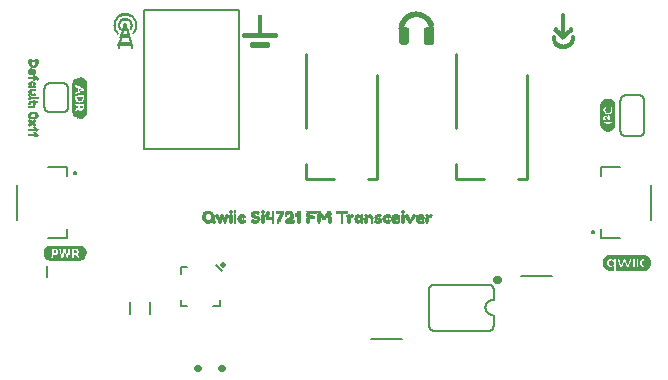
<source format=gto>
G75*
%MOIN*%
%OFA0B0*%
%FSLAX25Y25*%
%IPPOS*%
%LPD*%
%AMOC8*
5,1,8,0,0,1.08239X$1,22.5*
%
%ADD10C,0.02200*%
%ADD11C,0.00800*%
%ADD12C,0.01000*%
%ADD13C,0.02000*%
%ADD14C,0.00010*%
%ADD15C,0.00050*%
%ADD16R,0.00945X0.00039*%
%ADD17R,0.01417X0.00039*%
%ADD18R,0.01811X0.00000*%
%ADD19R,0.02205X0.00039*%
%ADD20R,0.02441X0.00039*%
%ADD21R,0.02677X0.00039*%
%ADD22R,0.02992X0.00000*%
%ADD23R,0.03189X0.00039*%
%ADD24R,0.03386X0.00039*%
%ADD25R,0.03622X0.00039*%
%ADD26R,0.03780X0.00000*%
%ADD27R,0.03937X0.00039*%
%ADD28R,0.04016X0.00039*%
%ADD29R,0.04252X0.00039*%
%ADD30R,0.04409X0.00000*%
%ADD31R,0.04488X0.00039*%
%ADD32R,0.04724X0.00039*%
%ADD33R,0.04803X0.00039*%
%ADD34R,0.04961X0.00000*%
%ADD35R,0.05039X0.00039*%
%ADD36R,0.05197X0.00039*%
%ADD37R,0.05276X0.00039*%
%ADD38R,0.05433X0.00000*%
%ADD39R,0.05512X0.00039*%
%ADD40R,0.05591X0.00039*%
%ADD41R,0.05748X0.00000*%
%ADD42R,0.05827X0.00039*%
%ADD43R,0.05906X0.00039*%
%ADD44R,0.06063X0.00039*%
%ADD45R,0.06142X0.00000*%
%ADD46R,0.06220X0.00039*%
%ADD47R,0.06299X0.00039*%
%ADD48R,0.06378X0.00039*%
%ADD49R,0.06535X0.00000*%
%ADD50R,0.06535X0.00039*%
%ADD51R,0.06693X0.00039*%
%ADD52R,0.06772X0.00039*%
%ADD53R,0.06811X0.00000*%
%ADD54R,0.06929X0.00039*%
%ADD55R,0.07008X0.00039*%
%ADD56R,0.07087X0.00039*%
%ADD57R,0.07165X0.00000*%
%ADD58R,0.07165X0.00039*%
%ADD59R,0.07323X0.00039*%
%ADD60R,0.07402X0.00039*%
%ADD61R,0.07402X0.00000*%
%ADD62R,0.07480X0.00039*%
%ADD63R,0.07559X0.00039*%
%ADD64R,0.07638X0.00039*%
%ADD65R,0.07717X0.00000*%
%ADD66R,0.07795X0.00039*%
%ADD67R,0.07874X0.00039*%
%ADD68R,0.07874X0.00000*%
%ADD69R,0.07953X0.00039*%
%ADD70R,0.08031X0.00039*%
%ADD71R,0.03583X0.00039*%
%ADD72R,0.03386X0.00000*%
%ADD73R,0.03307X0.00039*%
%ADD74R,0.03071X0.00039*%
%ADD75R,0.03031X0.00000*%
%ADD76R,0.02953X0.00039*%
%ADD77R,0.02874X0.00039*%
%ADD78R,0.02835X0.00039*%
%ADD79R,0.02756X0.00000*%
%ADD80R,0.02717X0.00000*%
%ADD81R,0.02717X0.00039*%
%ADD82R,0.02638X0.00039*%
%ADD83R,0.02598X0.00039*%
%ADD84R,0.02598X0.00000*%
%ADD85R,0.02559X0.00039*%
%ADD86R,0.02480X0.00039*%
%ADD87R,0.02480X0.00000*%
%ADD88R,0.02402X0.00039*%
%ADD89R,0.02362X0.00000*%
%ADD90R,0.02323X0.00039*%
%ADD91R,0.02283X0.00039*%
%ADD92R,0.02323X0.00000*%
%ADD93R,0.02244X0.00039*%
%ADD94R,0.02205X0.00000*%
%ADD95R,0.02165X0.00039*%
%ADD96R,0.02126X0.00000*%
%ADD97R,0.02126X0.00039*%
%ADD98R,0.02087X0.00000*%
%ADD99R,0.02087X0.00039*%
%ADD100R,0.02047X0.00039*%
%ADD101R,0.02047X0.00000*%
%ADD102R,0.02008X0.00039*%
%ADD103R,0.02008X0.00000*%
%ADD104R,0.01969X0.00039*%
%ADD105R,0.01929X0.00039*%
%ADD106R,0.01969X0.00000*%
%ADD107R,0.01890X0.00000*%
%ADD108R,0.01890X0.00039*%
%ADD109R,0.01850X0.00000*%
%ADD110R,0.01850X0.00039*%
%ADD111R,0.01811X0.00039*%
%ADD112R,0.01772X0.00039*%
%ADD113R,0.01772X0.00000*%
%ADD114R,0.01732X0.00039*%
%ADD115R,0.01732X0.00000*%
%ADD116R,0.01693X0.00039*%
%ADD117R,0.01693X0.00000*%
%ADD118R,0.01654X0.00039*%
%ADD119R,0.01654X0.00000*%
%ADD120R,0.01614X0.00039*%
%ADD121R,0.01614X0.00000*%
%ADD122R,0.02677X0.00000*%
%ADD123R,0.02402X0.00000*%
%ADD124R,0.02756X0.00039*%
%ADD125R,0.02520X0.00039*%
%ADD126R,0.02913X0.00000*%
%ADD127R,0.02953X0.00000*%
%ADD128R,0.02874X0.00000*%
%ADD129R,0.02992X0.00039*%
%ADD130R,0.02913X0.00039*%
%ADD131R,0.03031X0.00039*%
%ADD132R,0.03071X0.00000*%
%ADD133R,0.03110X0.00039*%
%ADD134R,0.03110X0.00000*%
%ADD135R,0.03150X0.00039*%
%ADD136R,0.03150X0.00000*%
%ADD137R,0.03189X0.00000*%
%ADD138R,0.02795X0.00039*%
%ADD139R,0.02638X0.00000*%
%ADD140R,0.02795X0.00000*%
%ADD141R,0.02283X0.00000*%
%ADD142R,0.02559X0.00000*%
%ADD143R,0.00315X0.00039*%
%ADD144R,0.00472X0.00000*%
%ADD145R,0.00551X0.00039*%
%ADD146R,0.00709X0.00039*%
%ADD147R,0.00787X0.00039*%
%ADD148R,0.00787X0.00000*%
%ADD149R,0.00866X0.00039*%
%ADD150R,0.01024X0.00039*%
%ADD151R,0.01024X0.00000*%
%ADD152R,0.01102X0.00039*%
%ADD153R,0.01181X0.00039*%
%ADD154R,0.01181X0.00000*%
%ADD155R,0.01260X0.00039*%
%ADD156R,0.01260X0.00000*%
%ADD157R,0.00236X0.00039*%
%ADD158R,0.00433X0.00039*%
%ADD159R,0.00591X0.00000*%
%ADD160R,0.00748X0.00039*%
%ADD161R,0.00827X0.00039*%
%ADD162R,0.00906X0.00000*%
%ADD163R,0.00984X0.00039*%
%ADD164R,0.01063X0.00039*%
%ADD165R,0.01102X0.00000*%
%ADD166R,0.01142X0.00039*%
%ADD167R,0.01220X0.00039*%
%ADD168R,0.01299X0.00000*%
%ADD169R,0.01339X0.00039*%
%ADD170R,0.01378X0.00039*%
%ADD171R,0.01417X0.00000*%
%ADD172R,0.01457X0.00039*%
%ADD173R,0.01496X0.00039*%
%ADD174R,0.01535X0.00000*%
%ADD175R,0.01575X0.00039*%
%ADD176R,0.04646X0.00000*%
%ADD177R,0.04646X0.00039*%
%ADD178R,0.04567X0.00039*%
%ADD179R,0.04409X0.00039*%
%ADD180R,0.04331X0.00039*%
%ADD181R,0.04173X0.00000*%
%ADD182R,0.04173X0.00039*%
%ADD183R,0.04094X0.00039*%
%ADD184R,0.04055X0.00039*%
%ADD185R,0.03937X0.00000*%
%ADD186R,0.03858X0.00039*%
%ADD187R,0.03819X0.00039*%
%ADD188R,0.03701X0.00000*%
%ADD189R,0.03701X0.00039*%
%ADD190R,0.03504X0.00000*%
%ADD191R,0.03465X0.00039*%
%ADD192R,0.03307X0.00000*%
%ADD193R,0.03228X0.00039*%
%ADD194R,0.00512X0.00039*%
%ADD195R,0.02835X0.00000*%
%ADD196R,0.01063X0.00000*%
%ADD197R,0.02362X0.00039*%
%ADD198R,0.01220X0.00000*%
%ADD199R,0.02165X0.00000*%
%ADD200R,0.01299X0.00039*%
%ADD201R,0.01575X0.00000*%
%ADD202R,0.01339X0.00000*%
%ADD203R,0.00866X0.00000*%
%ADD204R,0.00630X0.00039*%
%ADD205R,0.00551X0.00000*%
%ADD206R,0.00079X0.00039*%
%ADD207R,0.01457X0.00000*%
%ADD208R,0.05748X0.00039*%
%ADD209R,0.05669X0.00039*%
%ADD210R,0.05512X0.00000*%
%ADD211R,0.05433X0.00039*%
%ADD212R,0.05354X0.00039*%
%ADD213R,0.05276X0.00000*%
%ADD214R,0.05118X0.00039*%
%ADD215R,0.05039X0.00000*%
%ADD216R,0.04882X0.00039*%
%ADD217R,0.04803X0.00000*%
%ADD218R,0.04567X0.00000*%
%ADD219R,0.03858X0.00000*%
%ADD220R,0.00236X0.00000*%
%ADD221R,0.00394X0.00039*%
%ADD222R,0.01496X0.00000*%
%ADD223R,0.10551X0.00039*%
%ADD224R,0.10787X0.00039*%
%ADD225R,0.10945X0.00000*%
%ADD226R,0.11024X0.00039*%
%ADD227R,0.11102X0.00039*%
%ADD228R,0.11181X0.00039*%
%ADD229R,0.11260X0.00000*%
%ADD230R,0.11339X0.00039*%
%ADD231R,0.11417X0.00039*%
%ADD232R,0.11496X0.00000*%
%ADD233R,0.11496X0.00039*%
%ADD234R,0.11575X0.00039*%
%ADD235R,0.11654X0.00000*%
%ADD236R,0.11654X0.00039*%
%ADD237R,0.11732X0.00039*%
%ADD238R,0.11732X0.00000*%
%ADD239R,0.11811X0.00039*%
%ADD240R,0.11811X0.00000*%
%ADD241R,0.11260X0.00039*%
%ADD242R,0.05591X0.00000*%
%ADD243R,0.05984X0.00000*%
%ADD244R,0.06142X0.00039*%
%ADD245R,0.06299X0.00000*%
%ADD246R,0.06457X0.00000*%
%ADD247R,0.06457X0.00039*%
%ADD248R,0.06614X0.00039*%
%ADD249R,0.06614X0.00000*%
%ADD250R,0.03465X0.00000*%
%ADD251R,0.03543X0.00039*%
%ADD252R,0.03780X0.00039*%
%ADD253R,0.04252X0.00000*%
%ADD254R,0.01535X0.00039*%
%ADD255R,0.01142X0.00000*%
%ADD256R,0.00984X0.00000*%
%ADD257R,0.00945X0.00000*%
%ADD258R,0.00906X0.00039*%
%ADD259R,0.00827X0.00000*%
%ADD260R,0.00748X0.00000*%
%ADD261R,0.00709X0.00000*%
%ADD262R,0.00669X0.00039*%
%ADD263R,0.00669X0.00000*%
%ADD264R,0.00630X0.00000*%
%ADD265R,0.00591X0.00039*%
%ADD266R,0.00472X0.00039*%
%ADD267R,0.00354X0.00000*%
%ADD268R,0.00394X0.00000*%
%ADD269R,0.00039X0.00039*%
%ADD270R,0.00354X0.00039*%
%ADD271R,0.00433X0.00000*%
%ADD272R,0.03228X0.00000*%
%ADD273R,0.03543X0.00000*%
%ADD274R,0.03622X0.00000*%
%ADD275R,0.04724X0.00000*%
%ADD276R,0.04882X0.00000*%
%ADD277R,0.04961X0.00039*%
%ADD278R,0.00157X0.00039*%
%ADD279R,0.00787X0.00157*%
%ADD280R,0.00630X0.00157*%
%ADD281R,0.00945X0.00157*%
%ADD282R,0.01102X0.00157*%
%ADD283R,0.00315X0.00157*%
%ADD284R,0.02205X0.00157*%
%ADD285R,0.02520X0.00157*%
%ADD286R,0.00157X0.00157*%
%ADD287R,0.03465X0.00157*%
%ADD288R,0.01890X0.00157*%
%ADD289R,0.02992X0.00157*%
%ADD290R,0.01732X0.00157*%
%ADD291R,0.03150X0.00157*%
%ADD292R,0.04094X0.00157*%
%ADD293R,0.02047X0.00157*%
%ADD294R,0.03307X0.00157*%
%ADD295R,0.02835X0.00157*%
%ADD296R,0.02362X0.00157*%
%ADD297R,0.01260X0.00157*%
%ADD298R,0.02677X0.00157*%
%ADD299R,0.01417X0.00157*%
%ADD300R,0.00472X0.00157*%
%ADD301R,0.01575X0.00157*%
%ADD302R,0.03780X0.00157*%
%ADD303R,0.04567X0.00157*%
%ADD304R,0.03622X0.00157*%
%ADD305R,0.03937X0.00157*%
%ADD306R,0.00079X0.00709*%
%ADD307R,0.00079X0.00591*%
%ADD308R,0.00118X0.01063*%
%ADD309R,0.00118X0.00945*%
%ADD310R,0.00118X0.00827*%
%ADD311R,0.00118X0.00709*%
%ADD312R,0.00118X0.00118*%
%ADD313R,0.00157X0.01772*%
%ADD314R,0.00157X0.01181*%
%ADD315R,0.00157X0.00827*%
%ADD316R,0.00157X0.00236*%
%ADD317R,0.00157X0.00591*%
%ADD318R,0.00118X0.02008*%
%ADD319R,0.00118X0.01181*%
%ADD320R,0.00118X0.01535*%
%ADD321R,0.00118X0.02126*%
%ADD322R,0.00118X0.01299*%
%ADD323R,0.00118X0.01654*%
%ADD324R,0.00118X0.02244*%
%ADD325R,0.00118X0.01890*%
%ADD326R,0.00157X0.02362*%
%ADD327R,0.00157X0.01063*%
%ADD328R,0.00157X0.02008*%
%ADD329R,0.00118X0.02480*%
%ADD330R,0.00118X0.01417*%
%ADD331R,0.00118X0.00236*%
%ADD332R,0.00118X0.00591*%
%ADD333R,0.00118X0.00472*%
%ADD334R,0.00157X0.01535*%
%ADD335R,0.00157X0.01890*%
%ADD336R,0.00157X0.00709*%
%ADD337R,0.00118X0.01772*%
%ADD338R,0.00157X0.02244*%
%ADD339R,0.00157X0.01654*%
%ADD340R,0.00157X0.02126*%
%ADD341R,0.00118X0.00354*%
%ADD342R,0.00157X0.00945*%
%ADD343R,0.00157X0.02480*%
%ADD344R,0.00157X0.00472*%
%ADD345R,0.00118X0.02362*%
%ADD346R,0.00157X0.01417*%
%ADD347R,0.10748X0.00118*%
%ADD348R,0.11457X0.00118*%
%ADD349R,0.11929X0.00079*%
%ADD350R,0.12402X0.00157*%
%ADD351R,0.12638X0.00118*%
%ADD352R,0.12874X0.00118*%
%ADD353R,0.13110X0.00079*%
%ADD354R,0.04961X0.00118*%
%ADD355R,0.03071X0.00118*%
%ADD356R,0.05079X0.00118*%
%ADD357R,0.02244X0.00157*%
%ADD358R,0.01181X0.00157*%
%ADD359R,0.02244X0.00118*%
%ADD360R,0.00591X0.00118*%
%ADD361R,0.00945X0.00118*%
%ADD362R,0.00354X0.00118*%
%ADD363R,0.02598X0.00118*%
%ADD364R,0.02362X0.00118*%
%ADD365R,0.00472X0.00118*%
%ADD366R,0.00827X0.00118*%
%ADD367R,0.02480X0.00118*%
%ADD368R,0.02480X0.00157*%
%ADD369R,0.00236X0.00157*%
%ADD370R,0.00709X0.00157*%
%ADD371R,0.00354X0.00157*%
%ADD372R,0.00709X0.00118*%
%ADD373R,0.00236X0.00118*%
%ADD374R,0.02598X0.00157*%
%ADD375R,0.00591X0.00157*%
%ADD376R,0.00118X0.00157*%
%ADD377R,0.02717X0.00118*%
%ADD378R,0.02835X0.00118*%
%ADD379R,0.00827X0.00157*%
%ADD380R,0.01299X0.00118*%
%ADD381R,0.01654X0.00118*%
%ADD382R,0.01063X0.00118*%
%ADD383R,0.01063X0.00157*%
%ADD384R,0.01181X0.00118*%
%ADD385R,0.02126X0.00118*%
%ADD386R,0.02126X0.00157*%
%ADD387R,0.01417X0.00118*%
%ADD388R,0.13110X0.00118*%
%ADD389R,0.12402X0.00118*%
%ADD390R,0.11929X0.00118*%
%ADD391R,0.00118X0.07205*%
%ADD392R,0.00118X0.07913*%
%ADD393R,0.00079X0.08386*%
%ADD394R,0.00157X0.08858*%
%ADD395R,0.00118X0.09094*%
%ADD396R,0.00118X0.09331*%
%ADD397R,0.00079X0.09567*%
%ADD398R,0.00118X0.03661*%
%ADD399R,0.00118X0.02953*%
%ADD400R,0.00157X0.02598*%
%ADD401R,0.00157X0.00354*%
%ADD402R,0.00118X0.02598*%
%ADD403R,0.00118X0.02835*%
%ADD404R,0.00157X0.04252*%
%ADD405R,0.00118X0.04370*%
%ADD406R,0.00118X0.04488*%
%ADD407R,0.00157X0.04488*%
%ADD408R,0.00157X0.00118*%
%ADD409R,0.00157X0.04370*%
%ADD410R,0.00118X0.04252*%
%ADD411R,0.00118X0.02717*%
%ADD412R,0.00157X0.03071*%
%ADD413R,0.00118X0.03425*%
%ADD414R,0.00118X0.09567*%
%ADD415R,0.00118X0.08858*%
%ADD416R,0.00118X0.08386*%
%ADD417R,0.00118X0.10039*%
%ADD418R,0.00118X0.10748*%
%ADD419R,0.00079X0.11220*%
%ADD420R,0.00157X0.11693*%
%ADD421R,0.00118X0.11929*%
%ADD422R,0.00118X0.12165*%
%ADD423R,0.00079X0.12402*%
%ADD424R,0.00118X0.12638*%
%ADD425R,0.00157X0.03307*%
%ADD426R,0.00157X0.01299*%
%ADD427R,0.00157X0.02717*%
%ADD428R,0.00118X0.03307*%
%ADD429R,0.00118X0.03189*%
%ADD430R,0.00157X0.03189*%
%ADD431R,0.00118X0.03071*%
%ADD432R,0.00157X0.02953*%
%ADD433R,0.00157X0.02835*%
%ADD434R,0.00118X0.12402*%
%ADD435R,0.00118X0.11693*%
%ADD436R,0.00118X0.11220*%
D10*
X0125213Y0075000D02*
X0125453Y0075000D01*
X0133213Y0075000D02*
X0133453Y0075000D01*
D11*
X0109680Y0093031D02*
X0109680Y0096969D01*
X0102987Y0096969D02*
X0102987Y0093031D01*
X0119837Y0095504D02*
X0122003Y0095504D01*
X0119837Y0095504D02*
X0119837Y0097669D01*
X0130664Y0095504D02*
X0132829Y0095504D01*
X0132829Y0097669D01*
X0133617Y0107118D02*
X0131451Y0109283D01*
X0122003Y0108496D02*
X0119837Y0108496D01*
X0119837Y0106331D01*
X0081955Y0118189D02*
X0075459Y0118189D01*
X0081955Y0118189D02*
X0081955Y0121142D01*
X0065223Y0124094D02*
X0065223Y0135906D01*
X0075459Y0141811D02*
X0081955Y0141811D01*
X0081955Y0138858D01*
X0084114Y0139843D02*
X0084116Y0139883D01*
X0084122Y0139922D01*
X0084132Y0139961D01*
X0084145Y0139998D01*
X0084163Y0140034D01*
X0084184Y0140068D01*
X0084208Y0140100D01*
X0084235Y0140129D01*
X0084265Y0140156D01*
X0084297Y0140179D01*
X0084332Y0140199D01*
X0084368Y0140215D01*
X0084406Y0140228D01*
X0084445Y0140237D01*
X0084484Y0140242D01*
X0084524Y0140243D01*
X0084564Y0140240D01*
X0084603Y0140233D01*
X0084641Y0140222D01*
X0084679Y0140208D01*
X0084714Y0140189D01*
X0084747Y0140168D01*
X0084779Y0140143D01*
X0084807Y0140115D01*
X0084833Y0140085D01*
X0084855Y0140052D01*
X0084874Y0140017D01*
X0084890Y0139980D01*
X0084902Y0139942D01*
X0084910Y0139903D01*
X0084914Y0139863D01*
X0084914Y0139823D01*
X0084910Y0139783D01*
X0084902Y0139744D01*
X0084890Y0139706D01*
X0084874Y0139669D01*
X0084855Y0139634D01*
X0084833Y0139601D01*
X0084807Y0139571D01*
X0084779Y0139543D01*
X0084747Y0139518D01*
X0084714Y0139497D01*
X0084679Y0139478D01*
X0084641Y0139464D01*
X0084603Y0139453D01*
X0084564Y0139446D01*
X0084524Y0139443D01*
X0084484Y0139444D01*
X0084445Y0139449D01*
X0084406Y0139458D01*
X0084368Y0139471D01*
X0084332Y0139487D01*
X0084297Y0139507D01*
X0084265Y0139530D01*
X0084235Y0139557D01*
X0084208Y0139586D01*
X0084184Y0139618D01*
X0084163Y0139652D01*
X0084145Y0139688D01*
X0084132Y0139725D01*
X0084122Y0139764D01*
X0084116Y0139803D01*
X0084114Y0139843D01*
X0107585Y0147996D02*
X0107585Y0194059D01*
X0131207Y0194059D01*
X0139081Y0194059D01*
X0139081Y0147996D01*
X0107585Y0147996D01*
X0082333Y0162000D02*
X0082333Y0168000D01*
X0082331Y0168083D01*
X0082325Y0168166D01*
X0082316Y0168249D01*
X0082302Y0168331D01*
X0082285Y0168412D01*
X0082264Y0168493D01*
X0082240Y0168572D01*
X0082211Y0168650D01*
X0082180Y0168727D01*
X0082144Y0168802D01*
X0082106Y0168876D01*
X0082063Y0168948D01*
X0082018Y0169017D01*
X0081969Y0169085D01*
X0081918Y0169150D01*
X0081863Y0169213D01*
X0081806Y0169273D01*
X0081746Y0169330D01*
X0081683Y0169385D01*
X0081618Y0169436D01*
X0081550Y0169485D01*
X0081481Y0169530D01*
X0081409Y0169573D01*
X0081335Y0169611D01*
X0081260Y0169647D01*
X0081183Y0169678D01*
X0081105Y0169707D01*
X0081026Y0169731D01*
X0080945Y0169752D01*
X0080864Y0169769D01*
X0080782Y0169783D01*
X0080699Y0169792D01*
X0080616Y0169798D01*
X0080533Y0169800D01*
X0076133Y0169800D01*
X0076050Y0169798D01*
X0075967Y0169792D01*
X0075884Y0169783D01*
X0075802Y0169769D01*
X0075721Y0169752D01*
X0075640Y0169731D01*
X0075561Y0169707D01*
X0075483Y0169678D01*
X0075406Y0169647D01*
X0075331Y0169611D01*
X0075257Y0169573D01*
X0075185Y0169530D01*
X0075116Y0169485D01*
X0075048Y0169436D01*
X0074983Y0169385D01*
X0074920Y0169330D01*
X0074860Y0169273D01*
X0074803Y0169213D01*
X0074748Y0169150D01*
X0074697Y0169085D01*
X0074648Y0169017D01*
X0074603Y0168948D01*
X0074560Y0168876D01*
X0074522Y0168802D01*
X0074486Y0168727D01*
X0074455Y0168650D01*
X0074426Y0168572D01*
X0074402Y0168493D01*
X0074381Y0168412D01*
X0074364Y0168331D01*
X0074350Y0168249D01*
X0074341Y0168166D01*
X0074335Y0168083D01*
X0074333Y0168000D01*
X0074333Y0162000D01*
X0074335Y0161917D01*
X0074341Y0161834D01*
X0074350Y0161751D01*
X0074364Y0161669D01*
X0074381Y0161588D01*
X0074402Y0161507D01*
X0074426Y0161428D01*
X0074455Y0161350D01*
X0074486Y0161273D01*
X0074522Y0161198D01*
X0074560Y0161124D01*
X0074603Y0161052D01*
X0074648Y0160983D01*
X0074697Y0160915D01*
X0074748Y0160850D01*
X0074803Y0160787D01*
X0074860Y0160727D01*
X0074920Y0160670D01*
X0074983Y0160615D01*
X0075048Y0160564D01*
X0075116Y0160515D01*
X0075185Y0160470D01*
X0075257Y0160427D01*
X0075331Y0160389D01*
X0075406Y0160353D01*
X0075483Y0160322D01*
X0075561Y0160293D01*
X0075640Y0160269D01*
X0075721Y0160248D01*
X0075802Y0160231D01*
X0075884Y0160217D01*
X0075967Y0160208D01*
X0076050Y0160202D01*
X0076133Y0160200D01*
X0080533Y0160200D01*
X0080616Y0160202D01*
X0080699Y0160208D01*
X0080782Y0160217D01*
X0080864Y0160231D01*
X0080945Y0160248D01*
X0081026Y0160269D01*
X0081105Y0160293D01*
X0081183Y0160322D01*
X0081260Y0160353D01*
X0081335Y0160389D01*
X0081409Y0160427D01*
X0081481Y0160470D01*
X0081550Y0160515D01*
X0081618Y0160564D01*
X0081683Y0160615D01*
X0081746Y0160670D01*
X0081806Y0160727D01*
X0081863Y0160787D01*
X0081918Y0160850D01*
X0081969Y0160915D01*
X0082018Y0160983D01*
X0082063Y0161052D01*
X0082106Y0161124D01*
X0082144Y0161198D01*
X0082180Y0161273D01*
X0082211Y0161350D01*
X0082240Y0161428D01*
X0082264Y0161507D01*
X0082285Y0161588D01*
X0082302Y0161669D01*
X0082316Y0161751D01*
X0082325Y0161834D01*
X0082331Y0161917D01*
X0082333Y0162000D01*
X0075083Y0108875D02*
X0075083Y0105125D01*
X0183270Y0084602D02*
X0193495Y0084602D01*
X0202633Y0088837D02*
X0202633Y0101163D01*
X0202633Y0101162D02*
X0202624Y0101233D01*
X0202619Y0101304D01*
X0202618Y0101376D01*
X0202621Y0101447D01*
X0202628Y0101518D01*
X0202638Y0101589D01*
X0202652Y0101658D01*
X0202671Y0101728D01*
X0202692Y0101796D01*
X0202718Y0101862D01*
X0202747Y0101927D01*
X0202779Y0101991D01*
X0202815Y0102053D01*
X0202854Y0102112D01*
X0202897Y0102170D01*
X0202942Y0102225D01*
X0202991Y0102277D01*
X0203042Y0102327D01*
X0203095Y0102374D01*
X0203152Y0102418D01*
X0203210Y0102459D01*
X0203271Y0102497D01*
X0203333Y0102531D01*
X0203398Y0102562D01*
X0203464Y0102589D01*
X0203531Y0102613D01*
X0203599Y0102633D01*
X0203669Y0102650D01*
X0203739Y0102662D01*
X0203740Y0102663D02*
X0222533Y0102663D01*
X0222534Y0102662D02*
X0222604Y0102671D01*
X0222676Y0102676D01*
X0222747Y0102677D01*
X0222818Y0102674D01*
X0222889Y0102667D01*
X0222960Y0102657D01*
X0223030Y0102643D01*
X0223099Y0102625D01*
X0223167Y0102603D01*
X0223234Y0102577D01*
X0223299Y0102548D01*
X0223362Y0102516D01*
X0223424Y0102480D01*
X0223484Y0102441D01*
X0223541Y0102398D01*
X0223596Y0102353D01*
X0223649Y0102305D01*
X0223699Y0102253D01*
X0223746Y0102200D01*
X0223790Y0102144D01*
X0223830Y0102085D01*
X0223868Y0102024D01*
X0223902Y0101962D01*
X0223933Y0101898D01*
X0223961Y0101832D01*
X0223984Y0101764D01*
X0224004Y0101696D01*
X0224021Y0101626D01*
X0224033Y0101556D01*
X0224033Y0097600D01*
X0223833Y0097600D02*
X0223735Y0097598D01*
X0223637Y0097592D01*
X0223539Y0097583D01*
X0223442Y0097569D01*
X0223345Y0097552D01*
X0223249Y0097531D01*
X0223154Y0097506D01*
X0223060Y0097478D01*
X0222968Y0097445D01*
X0222876Y0097410D01*
X0222786Y0097370D01*
X0222698Y0097328D01*
X0222611Y0097281D01*
X0222527Y0097232D01*
X0222444Y0097179D01*
X0222364Y0097123D01*
X0222285Y0097063D01*
X0222209Y0097001D01*
X0222136Y0096936D01*
X0222065Y0096868D01*
X0221997Y0096797D01*
X0221932Y0096724D01*
X0221870Y0096648D01*
X0221810Y0096569D01*
X0221754Y0096489D01*
X0221701Y0096406D01*
X0221652Y0096322D01*
X0221605Y0096235D01*
X0221563Y0096147D01*
X0221523Y0096057D01*
X0221488Y0095965D01*
X0221455Y0095873D01*
X0221427Y0095779D01*
X0221402Y0095684D01*
X0221381Y0095588D01*
X0221364Y0095491D01*
X0221350Y0095394D01*
X0221341Y0095296D01*
X0221335Y0095198D01*
X0221333Y0095100D01*
X0221335Y0095002D01*
X0221341Y0094904D01*
X0221350Y0094806D01*
X0221364Y0094709D01*
X0221381Y0094612D01*
X0221402Y0094516D01*
X0221427Y0094421D01*
X0221455Y0094327D01*
X0221488Y0094235D01*
X0221523Y0094143D01*
X0221563Y0094053D01*
X0221605Y0093965D01*
X0221652Y0093878D01*
X0221701Y0093794D01*
X0221754Y0093711D01*
X0221810Y0093631D01*
X0221870Y0093552D01*
X0221932Y0093476D01*
X0221997Y0093403D01*
X0222065Y0093332D01*
X0222136Y0093264D01*
X0222209Y0093199D01*
X0222285Y0093137D01*
X0222364Y0093077D01*
X0222444Y0093021D01*
X0222527Y0092968D01*
X0222611Y0092919D01*
X0222698Y0092872D01*
X0222786Y0092830D01*
X0222876Y0092790D01*
X0222968Y0092755D01*
X0223060Y0092722D01*
X0223154Y0092694D01*
X0223249Y0092669D01*
X0223345Y0092648D01*
X0223442Y0092631D01*
X0223539Y0092617D01*
X0223637Y0092608D01*
X0223735Y0092602D01*
X0223833Y0092600D01*
X0224033Y0092600D02*
X0224033Y0089281D01*
X0224034Y0089231D02*
X0224041Y0089150D01*
X0224045Y0089069D01*
X0224044Y0088988D01*
X0224040Y0088906D01*
X0224032Y0088826D01*
X0224020Y0088745D01*
X0224005Y0088665D01*
X0223985Y0088586D01*
X0223962Y0088508D01*
X0223935Y0088432D01*
X0223905Y0088356D01*
X0223871Y0088282D01*
X0223833Y0088210D01*
X0223792Y0088140D01*
X0223748Y0088072D01*
X0223701Y0088006D01*
X0223650Y0087942D01*
X0223597Y0087881D01*
X0223540Y0087822D01*
X0223481Y0087766D01*
X0223420Y0087713D01*
X0223356Y0087663D01*
X0223289Y0087616D01*
X0223221Y0087572D01*
X0223150Y0087532D01*
X0223078Y0087495D01*
X0223004Y0087461D01*
X0222928Y0087432D01*
X0222851Y0087405D01*
X0222773Y0087383D01*
X0222694Y0087364D01*
X0222614Y0087349D01*
X0222533Y0087337D01*
X0204133Y0087337D01*
X0204057Y0087339D01*
X0203982Y0087345D01*
X0203906Y0087354D01*
X0203831Y0087368D01*
X0203757Y0087385D01*
X0203684Y0087406D01*
X0203612Y0087430D01*
X0203542Y0087458D01*
X0203473Y0087490D01*
X0203405Y0087525D01*
X0203340Y0087564D01*
X0203276Y0087606D01*
X0203215Y0087651D01*
X0203156Y0087699D01*
X0203100Y0087750D01*
X0203046Y0087804D01*
X0202995Y0087860D01*
X0202947Y0087919D01*
X0202902Y0087980D01*
X0202860Y0088044D01*
X0202821Y0088109D01*
X0202786Y0088177D01*
X0202754Y0088246D01*
X0202726Y0088316D01*
X0202702Y0088388D01*
X0202681Y0088461D01*
X0202664Y0088535D01*
X0202650Y0088610D01*
X0202641Y0088686D01*
X0202635Y0088761D01*
X0202633Y0088837D01*
X0233172Y0105398D02*
X0243396Y0105398D01*
X0259711Y0118189D02*
X0259711Y0121142D01*
X0256752Y0120157D02*
X0256754Y0120197D01*
X0256760Y0120236D01*
X0256770Y0120275D01*
X0256783Y0120312D01*
X0256801Y0120348D01*
X0256822Y0120382D01*
X0256846Y0120414D01*
X0256873Y0120443D01*
X0256903Y0120470D01*
X0256935Y0120493D01*
X0256970Y0120513D01*
X0257006Y0120529D01*
X0257044Y0120542D01*
X0257083Y0120551D01*
X0257122Y0120556D01*
X0257162Y0120557D01*
X0257202Y0120554D01*
X0257241Y0120547D01*
X0257279Y0120536D01*
X0257317Y0120522D01*
X0257352Y0120503D01*
X0257385Y0120482D01*
X0257417Y0120457D01*
X0257445Y0120429D01*
X0257471Y0120399D01*
X0257493Y0120366D01*
X0257512Y0120331D01*
X0257528Y0120294D01*
X0257540Y0120256D01*
X0257548Y0120217D01*
X0257552Y0120177D01*
X0257552Y0120137D01*
X0257548Y0120097D01*
X0257540Y0120058D01*
X0257528Y0120020D01*
X0257512Y0119983D01*
X0257493Y0119948D01*
X0257471Y0119915D01*
X0257445Y0119885D01*
X0257417Y0119857D01*
X0257385Y0119832D01*
X0257352Y0119811D01*
X0257317Y0119792D01*
X0257279Y0119778D01*
X0257241Y0119767D01*
X0257202Y0119760D01*
X0257162Y0119757D01*
X0257122Y0119758D01*
X0257083Y0119763D01*
X0257044Y0119772D01*
X0257006Y0119785D01*
X0256970Y0119801D01*
X0256935Y0119821D01*
X0256903Y0119844D01*
X0256873Y0119871D01*
X0256846Y0119900D01*
X0256822Y0119932D01*
X0256801Y0119966D01*
X0256783Y0120002D01*
X0256770Y0120039D01*
X0256760Y0120078D01*
X0256754Y0120117D01*
X0256752Y0120157D01*
X0259711Y0118189D02*
X0266207Y0118189D01*
X0276444Y0124094D02*
X0276444Y0135906D01*
X0266207Y0141811D02*
X0259711Y0141811D01*
X0259711Y0138858D01*
X0268133Y0152200D02*
X0272533Y0152200D01*
X0272616Y0152202D01*
X0272699Y0152208D01*
X0272782Y0152217D01*
X0272864Y0152231D01*
X0272945Y0152248D01*
X0273026Y0152269D01*
X0273105Y0152293D01*
X0273183Y0152322D01*
X0273260Y0152353D01*
X0273335Y0152389D01*
X0273409Y0152427D01*
X0273481Y0152470D01*
X0273550Y0152515D01*
X0273618Y0152564D01*
X0273683Y0152615D01*
X0273746Y0152670D01*
X0273806Y0152727D01*
X0273863Y0152787D01*
X0273918Y0152850D01*
X0273969Y0152915D01*
X0274018Y0152983D01*
X0274063Y0153052D01*
X0274106Y0153124D01*
X0274144Y0153198D01*
X0274180Y0153273D01*
X0274211Y0153350D01*
X0274240Y0153428D01*
X0274264Y0153507D01*
X0274285Y0153588D01*
X0274302Y0153669D01*
X0274316Y0153751D01*
X0274325Y0153834D01*
X0274331Y0153917D01*
X0274333Y0154000D01*
X0274333Y0164000D01*
X0274331Y0164083D01*
X0274325Y0164166D01*
X0274316Y0164249D01*
X0274302Y0164331D01*
X0274285Y0164412D01*
X0274264Y0164493D01*
X0274240Y0164572D01*
X0274211Y0164650D01*
X0274180Y0164727D01*
X0274144Y0164802D01*
X0274106Y0164876D01*
X0274063Y0164948D01*
X0274018Y0165017D01*
X0273969Y0165085D01*
X0273918Y0165150D01*
X0273863Y0165213D01*
X0273806Y0165273D01*
X0273746Y0165330D01*
X0273683Y0165385D01*
X0273618Y0165436D01*
X0273550Y0165485D01*
X0273481Y0165530D01*
X0273409Y0165573D01*
X0273335Y0165611D01*
X0273260Y0165647D01*
X0273183Y0165678D01*
X0273105Y0165707D01*
X0273026Y0165731D01*
X0272945Y0165752D01*
X0272864Y0165769D01*
X0272782Y0165783D01*
X0272699Y0165792D01*
X0272616Y0165798D01*
X0272533Y0165800D01*
X0268133Y0165800D01*
X0268050Y0165798D01*
X0267967Y0165792D01*
X0267884Y0165783D01*
X0267802Y0165769D01*
X0267721Y0165752D01*
X0267640Y0165731D01*
X0267561Y0165707D01*
X0267483Y0165678D01*
X0267406Y0165647D01*
X0267331Y0165611D01*
X0267257Y0165573D01*
X0267185Y0165530D01*
X0267116Y0165485D01*
X0267048Y0165436D01*
X0266983Y0165385D01*
X0266920Y0165330D01*
X0266860Y0165273D01*
X0266803Y0165213D01*
X0266748Y0165150D01*
X0266697Y0165085D01*
X0266648Y0165017D01*
X0266603Y0164948D01*
X0266560Y0164876D01*
X0266522Y0164802D01*
X0266486Y0164727D01*
X0266455Y0164650D01*
X0266426Y0164572D01*
X0266402Y0164493D01*
X0266381Y0164412D01*
X0266364Y0164331D01*
X0266350Y0164249D01*
X0266341Y0164166D01*
X0266335Y0164083D01*
X0266333Y0164000D01*
X0266333Y0154000D01*
X0266335Y0153917D01*
X0266341Y0153834D01*
X0266350Y0153751D01*
X0266364Y0153669D01*
X0266381Y0153588D01*
X0266402Y0153507D01*
X0266426Y0153428D01*
X0266455Y0153350D01*
X0266486Y0153273D01*
X0266522Y0153198D01*
X0266560Y0153124D01*
X0266603Y0153052D01*
X0266648Y0152983D01*
X0266697Y0152915D01*
X0266748Y0152850D01*
X0266803Y0152787D01*
X0266860Y0152727D01*
X0266920Y0152670D01*
X0266983Y0152615D01*
X0267048Y0152564D01*
X0267116Y0152515D01*
X0267185Y0152470D01*
X0267257Y0152427D01*
X0267331Y0152389D01*
X0267406Y0152353D01*
X0267483Y0152322D01*
X0267561Y0152293D01*
X0267640Y0152269D01*
X0267721Y0152248D01*
X0267802Y0152231D01*
X0267884Y0152217D01*
X0267967Y0152208D01*
X0268050Y0152202D01*
X0268133Y0152200D01*
D12*
X0235144Y0137913D02*
X0235144Y0172559D01*
X0211522Y0179646D02*
X0211522Y0154843D01*
X0211522Y0143031D02*
X0211522Y0137913D01*
X0220833Y0137913D01*
X0232033Y0137913D02*
X0235144Y0137913D01*
X0185144Y0137913D02*
X0185144Y0172559D01*
X0161522Y0179646D02*
X0161522Y0154843D01*
X0161522Y0143031D02*
X0161522Y0137913D01*
X0170833Y0137913D01*
X0182033Y0137913D02*
X0185144Y0137913D01*
D13*
X0133707Y0109374D03*
D14*
X0223958Y0104375D02*
X0223990Y0104653D01*
X0224082Y0104917D01*
X0224231Y0105154D01*
X0224429Y0105352D01*
X0224666Y0105501D01*
X0224930Y0105594D01*
X0225208Y0105625D01*
X0225486Y0105594D01*
X0225751Y0105501D01*
X0225988Y0105352D01*
X0226186Y0105154D01*
X0226335Y0104917D01*
X0226427Y0104653D01*
X0226458Y0104375D01*
X0226427Y0104097D01*
X0226335Y0103833D01*
X0226186Y0103596D01*
X0225988Y0103398D01*
X0225751Y0103249D01*
X0225486Y0103156D01*
X0225208Y0103125D01*
X0224930Y0103156D01*
X0225487Y0103156D01*
X0225511Y0103165D02*
X0224906Y0103165D01*
X0224930Y0103156D02*
X0224666Y0103249D01*
X0224429Y0103398D01*
X0224231Y0103596D01*
X0224082Y0103833D01*
X0223990Y0104097D01*
X0223958Y0104375D01*
X0223958Y0104374D02*
X0226458Y0104374D01*
X0226458Y0104382D02*
X0223959Y0104382D01*
X0223960Y0104391D02*
X0226457Y0104391D01*
X0226456Y0104399D02*
X0223961Y0104399D01*
X0223962Y0104408D02*
X0226455Y0104408D01*
X0226454Y0104416D02*
X0223963Y0104416D01*
X0223964Y0104425D02*
X0226453Y0104425D01*
X0226452Y0104433D02*
X0223965Y0104433D01*
X0223966Y0104442D02*
X0226451Y0104442D01*
X0226450Y0104450D02*
X0223967Y0104450D01*
X0223968Y0104459D02*
X0226449Y0104459D01*
X0226448Y0104467D02*
X0223969Y0104467D01*
X0223970Y0104476D02*
X0226447Y0104476D01*
X0226446Y0104484D02*
X0223971Y0104484D01*
X0223972Y0104493D02*
X0226445Y0104493D01*
X0226444Y0104502D02*
X0223973Y0104502D01*
X0223974Y0104510D02*
X0226443Y0104510D01*
X0226442Y0104519D02*
X0223975Y0104519D01*
X0223975Y0104527D02*
X0226441Y0104527D01*
X0226440Y0104536D02*
X0223976Y0104536D01*
X0223977Y0104544D02*
X0226439Y0104544D01*
X0226438Y0104553D02*
X0223978Y0104553D01*
X0223979Y0104561D02*
X0226437Y0104561D01*
X0226436Y0104570D02*
X0223980Y0104570D01*
X0223981Y0104578D02*
X0226435Y0104578D01*
X0226434Y0104587D02*
X0223982Y0104587D01*
X0223983Y0104595D02*
X0226434Y0104595D01*
X0226433Y0104604D02*
X0223984Y0104604D01*
X0223985Y0104612D02*
X0226432Y0104612D01*
X0226431Y0104621D02*
X0223986Y0104621D01*
X0223987Y0104629D02*
X0226430Y0104629D01*
X0226429Y0104638D02*
X0223988Y0104638D01*
X0223989Y0104646D02*
X0226428Y0104646D01*
X0226426Y0104655D02*
X0223990Y0104655D01*
X0223993Y0104663D02*
X0226423Y0104663D01*
X0226420Y0104672D02*
X0223996Y0104672D01*
X0223999Y0104680D02*
X0226417Y0104680D01*
X0226415Y0104689D02*
X0224002Y0104689D01*
X0224005Y0104697D02*
X0226412Y0104697D01*
X0226409Y0104706D02*
X0224008Y0104706D01*
X0224011Y0104714D02*
X0226406Y0104714D01*
X0226403Y0104723D02*
X0224014Y0104723D01*
X0224017Y0104731D02*
X0226400Y0104731D01*
X0226397Y0104740D02*
X0224020Y0104740D01*
X0224023Y0104748D02*
X0226394Y0104748D01*
X0226391Y0104757D02*
X0224026Y0104757D01*
X0224029Y0104765D02*
X0226388Y0104765D01*
X0226385Y0104774D02*
X0224032Y0104774D01*
X0224035Y0104782D02*
X0226382Y0104782D01*
X0226379Y0104791D02*
X0224038Y0104791D01*
X0224041Y0104800D02*
X0226376Y0104800D01*
X0226373Y0104808D02*
X0224044Y0104808D01*
X0224047Y0104817D02*
X0226370Y0104817D01*
X0226367Y0104825D02*
X0224050Y0104825D01*
X0224053Y0104834D02*
X0226364Y0104834D01*
X0226361Y0104842D02*
X0224056Y0104842D01*
X0224059Y0104851D02*
X0226358Y0104851D01*
X0226355Y0104859D02*
X0224062Y0104859D01*
X0224065Y0104868D02*
X0226352Y0104868D01*
X0226349Y0104876D02*
X0224068Y0104876D01*
X0224071Y0104885D02*
X0226346Y0104885D01*
X0226343Y0104893D02*
X0224074Y0104893D01*
X0224077Y0104902D02*
X0226340Y0104902D01*
X0226337Y0104910D02*
X0224080Y0104910D01*
X0224083Y0104919D02*
X0226334Y0104919D01*
X0226328Y0104927D02*
X0224088Y0104927D01*
X0224094Y0104936D02*
X0226323Y0104936D01*
X0226318Y0104944D02*
X0224099Y0104944D01*
X0224104Y0104953D02*
X0226312Y0104953D01*
X0226307Y0104961D02*
X0224110Y0104961D01*
X0224115Y0104970D02*
X0226302Y0104970D01*
X0226296Y0104978D02*
X0224120Y0104978D01*
X0224126Y0104987D02*
X0226291Y0104987D01*
X0226286Y0104995D02*
X0224131Y0104995D01*
X0224136Y0105004D02*
X0226280Y0105004D01*
X0226275Y0105012D02*
X0224142Y0105012D01*
X0224147Y0105021D02*
X0226270Y0105021D01*
X0226264Y0105029D02*
X0224153Y0105029D01*
X0224158Y0105038D02*
X0226259Y0105038D01*
X0226253Y0105046D02*
X0224163Y0105046D01*
X0224169Y0105055D02*
X0226248Y0105055D01*
X0226243Y0105063D02*
X0224174Y0105063D01*
X0224179Y0105072D02*
X0226237Y0105072D01*
X0226232Y0105080D02*
X0224185Y0105080D01*
X0224190Y0105089D02*
X0226227Y0105089D01*
X0226221Y0105097D02*
X0224195Y0105097D01*
X0224201Y0105106D02*
X0226216Y0105106D01*
X0226211Y0105115D02*
X0224206Y0105115D01*
X0224211Y0105123D02*
X0226205Y0105123D01*
X0226200Y0105132D02*
X0224217Y0105132D01*
X0224222Y0105140D02*
X0226195Y0105140D01*
X0226189Y0105149D02*
X0224227Y0105149D01*
X0224234Y0105157D02*
X0226183Y0105157D01*
X0226174Y0105166D02*
X0224242Y0105166D01*
X0224251Y0105174D02*
X0226166Y0105174D01*
X0226157Y0105183D02*
X0224259Y0105183D01*
X0224268Y0105191D02*
X0226149Y0105191D01*
X0226140Y0105200D02*
X0224276Y0105200D01*
X0224285Y0105208D02*
X0226132Y0105208D01*
X0226123Y0105217D02*
X0224293Y0105217D01*
X0224302Y0105225D02*
X0226115Y0105225D01*
X0226106Y0105234D02*
X0224310Y0105234D01*
X0224319Y0105242D02*
X0226098Y0105242D01*
X0226089Y0105251D02*
X0224327Y0105251D01*
X0224336Y0105259D02*
X0226081Y0105259D01*
X0226072Y0105268D02*
X0224344Y0105268D01*
X0224353Y0105276D02*
X0226064Y0105276D01*
X0226055Y0105285D02*
X0224361Y0105285D01*
X0224370Y0105293D02*
X0226047Y0105293D01*
X0226038Y0105302D02*
X0224378Y0105302D01*
X0224387Y0105310D02*
X0226030Y0105310D01*
X0226021Y0105319D02*
X0224396Y0105319D01*
X0224404Y0105327D02*
X0226013Y0105327D01*
X0226004Y0105336D02*
X0224413Y0105336D01*
X0224421Y0105344D02*
X0225996Y0105344D01*
X0225987Y0105353D02*
X0224430Y0105353D01*
X0224443Y0105361D02*
X0225973Y0105361D01*
X0225960Y0105370D02*
X0224457Y0105370D01*
X0224471Y0105378D02*
X0225946Y0105378D01*
X0225933Y0105387D02*
X0224484Y0105387D01*
X0224498Y0105395D02*
X0225919Y0105395D01*
X0225905Y0105404D02*
X0224511Y0105404D01*
X0224525Y0105412D02*
X0225892Y0105412D01*
X0225878Y0105421D02*
X0224538Y0105421D01*
X0224552Y0105430D02*
X0225865Y0105430D01*
X0225851Y0105438D02*
X0224565Y0105438D01*
X0224579Y0105447D02*
X0225838Y0105447D01*
X0225824Y0105455D02*
X0224593Y0105455D01*
X0224606Y0105464D02*
X0225811Y0105464D01*
X0225797Y0105472D02*
X0224620Y0105472D01*
X0224633Y0105481D02*
X0225783Y0105481D01*
X0225770Y0105489D02*
X0224647Y0105489D01*
X0224660Y0105498D02*
X0225756Y0105498D01*
X0225737Y0105506D02*
X0224680Y0105506D01*
X0224704Y0105515D02*
X0225712Y0105515D01*
X0225688Y0105523D02*
X0224729Y0105523D01*
X0224753Y0105532D02*
X0225664Y0105532D01*
X0225639Y0105540D02*
X0224777Y0105540D01*
X0224802Y0105549D02*
X0225615Y0105549D01*
X0225591Y0105557D02*
X0224826Y0105557D01*
X0224850Y0105566D02*
X0225566Y0105566D01*
X0225542Y0105574D02*
X0224875Y0105574D01*
X0224899Y0105583D02*
X0225518Y0105583D01*
X0225493Y0105591D02*
X0224923Y0105591D01*
X0224985Y0105600D02*
X0225432Y0105600D01*
X0225356Y0105608D02*
X0225060Y0105608D01*
X0225136Y0105617D02*
X0225281Y0105617D01*
X0226457Y0104365D02*
X0223959Y0104365D01*
X0223960Y0104357D02*
X0226456Y0104357D01*
X0226455Y0104348D02*
X0223961Y0104348D01*
X0223962Y0104340D02*
X0226454Y0104340D01*
X0226453Y0104331D02*
X0223963Y0104331D01*
X0223964Y0104323D02*
X0226452Y0104323D01*
X0226451Y0104314D02*
X0223965Y0104314D01*
X0223966Y0104306D02*
X0226451Y0104306D01*
X0226450Y0104297D02*
X0223967Y0104297D01*
X0223968Y0104289D02*
X0226449Y0104289D01*
X0226448Y0104280D02*
X0223969Y0104280D01*
X0223970Y0104272D02*
X0226447Y0104272D01*
X0226446Y0104263D02*
X0223971Y0104263D01*
X0223972Y0104255D02*
X0226445Y0104255D01*
X0226444Y0104246D02*
X0223973Y0104246D01*
X0223974Y0104238D02*
X0226443Y0104238D01*
X0226442Y0104229D02*
X0223975Y0104229D01*
X0223976Y0104221D02*
X0226441Y0104221D01*
X0226440Y0104212D02*
X0223977Y0104212D01*
X0223978Y0104204D02*
X0226439Y0104204D01*
X0226438Y0104195D02*
X0223979Y0104195D01*
X0223980Y0104187D02*
X0226437Y0104187D01*
X0226436Y0104178D02*
X0223981Y0104178D01*
X0223981Y0104169D02*
X0226435Y0104169D01*
X0226434Y0104161D02*
X0223982Y0104161D01*
X0223983Y0104152D02*
X0226433Y0104152D01*
X0226432Y0104144D02*
X0223984Y0104144D01*
X0223985Y0104135D02*
X0226431Y0104135D01*
X0226430Y0104127D02*
X0223986Y0104127D01*
X0223987Y0104118D02*
X0226429Y0104118D01*
X0226428Y0104110D02*
X0223988Y0104110D01*
X0223989Y0104101D02*
X0226427Y0104101D01*
X0226426Y0104093D02*
X0223991Y0104093D01*
X0223994Y0104084D02*
X0226423Y0104084D01*
X0226420Y0104076D02*
X0223997Y0104076D01*
X0224000Y0104067D02*
X0226417Y0104067D01*
X0226414Y0104059D02*
X0224003Y0104059D01*
X0224006Y0104050D02*
X0226411Y0104050D01*
X0226408Y0104042D02*
X0224009Y0104042D01*
X0224012Y0104033D02*
X0226405Y0104033D01*
X0226402Y0104025D02*
X0224015Y0104025D01*
X0224018Y0104016D02*
X0226399Y0104016D01*
X0226396Y0104008D02*
X0224021Y0104008D01*
X0224024Y0103999D02*
X0226393Y0103999D01*
X0226390Y0103991D02*
X0224027Y0103991D01*
X0224030Y0103982D02*
X0226387Y0103982D01*
X0226384Y0103974D02*
X0224033Y0103974D01*
X0224036Y0103965D02*
X0226381Y0103965D01*
X0226378Y0103957D02*
X0224039Y0103957D01*
X0224042Y0103948D02*
X0226375Y0103948D01*
X0226372Y0103940D02*
X0224045Y0103940D01*
X0224048Y0103931D02*
X0226369Y0103931D01*
X0226366Y0103923D02*
X0224051Y0103923D01*
X0224054Y0103914D02*
X0226363Y0103914D01*
X0226360Y0103906D02*
X0224057Y0103906D01*
X0224060Y0103897D02*
X0226357Y0103897D01*
X0226354Y0103889D02*
X0224063Y0103889D01*
X0224066Y0103880D02*
X0226351Y0103880D01*
X0226348Y0103872D02*
X0224069Y0103872D01*
X0224071Y0103863D02*
X0226345Y0103863D01*
X0226342Y0103854D02*
X0224074Y0103854D01*
X0224077Y0103846D02*
X0226339Y0103846D01*
X0226336Y0103837D02*
X0224080Y0103837D01*
X0224084Y0103829D02*
X0226332Y0103829D01*
X0226327Y0103820D02*
X0224090Y0103820D01*
X0224095Y0103812D02*
X0226322Y0103812D01*
X0226316Y0103803D02*
X0224100Y0103803D01*
X0224106Y0103795D02*
X0226311Y0103795D01*
X0226305Y0103786D02*
X0224111Y0103786D01*
X0224117Y0103778D02*
X0226300Y0103778D01*
X0226295Y0103769D02*
X0224122Y0103769D01*
X0224127Y0103761D02*
X0226289Y0103761D01*
X0226284Y0103752D02*
X0224133Y0103752D01*
X0224138Y0103744D02*
X0226279Y0103744D01*
X0226273Y0103735D02*
X0224143Y0103735D01*
X0224149Y0103727D02*
X0226268Y0103727D01*
X0226263Y0103718D02*
X0224154Y0103718D01*
X0224159Y0103710D02*
X0226257Y0103710D01*
X0226252Y0103701D02*
X0224165Y0103701D01*
X0224170Y0103693D02*
X0226247Y0103693D01*
X0226241Y0103684D02*
X0224175Y0103684D01*
X0224181Y0103676D02*
X0226236Y0103676D01*
X0226231Y0103667D02*
X0224186Y0103667D01*
X0224191Y0103659D02*
X0226225Y0103659D01*
X0226220Y0103650D02*
X0224197Y0103650D01*
X0224202Y0103642D02*
X0226215Y0103642D01*
X0226209Y0103633D02*
X0224207Y0103633D01*
X0224213Y0103625D02*
X0226204Y0103625D01*
X0226198Y0103616D02*
X0224218Y0103616D01*
X0224224Y0103608D02*
X0226193Y0103608D01*
X0226188Y0103599D02*
X0224229Y0103599D01*
X0224236Y0103591D02*
X0226181Y0103591D01*
X0226172Y0103582D02*
X0224245Y0103582D01*
X0224253Y0103574D02*
X0226164Y0103574D01*
X0226155Y0103565D02*
X0224262Y0103565D01*
X0224270Y0103556D02*
X0226146Y0103556D01*
X0226138Y0103548D02*
X0224279Y0103548D01*
X0224287Y0103539D02*
X0226129Y0103539D01*
X0226121Y0103531D02*
X0224296Y0103531D01*
X0224304Y0103522D02*
X0226112Y0103522D01*
X0226104Y0103514D02*
X0224313Y0103514D01*
X0224321Y0103505D02*
X0226095Y0103505D01*
X0226087Y0103497D02*
X0224330Y0103497D01*
X0224338Y0103488D02*
X0226078Y0103488D01*
X0226070Y0103480D02*
X0224347Y0103480D01*
X0224355Y0103471D02*
X0226061Y0103471D01*
X0226053Y0103463D02*
X0224364Y0103463D01*
X0224372Y0103454D02*
X0226044Y0103454D01*
X0226036Y0103446D02*
X0224381Y0103446D01*
X0224389Y0103437D02*
X0226027Y0103437D01*
X0226019Y0103429D02*
X0224398Y0103429D01*
X0224406Y0103420D02*
X0226010Y0103420D01*
X0226002Y0103412D02*
X0224415Y0103412D01*
X0224423Y0103403D02*
X0225993Y0103403D01*
X0225983Y0103395D02*
X0224434Y0103395D01*
X0224447Y0103386D02*
X0225969Y0103386D01*
X0225956Y0103378D02*
X0224461Y0103378D01*
X0224474Y0103369D02*
X0225942Y0103369D01*
X0225929Y0103361D02*
X0224488Y0103361D01*
X0224501Y0103352D02*
X0225915Y0103352D01*
X0225902Y0103344D02*
X0224515Y0103344D01*
X0224529Y0103335D02*
X0225888Y0103335D01*
X0225875Y0103327D02*
X0224542Y0103327D01*
X0224556Y0103318D02*
X0225861Y0103318D01*
X0225847Y0103310D02*
X0224569Y0103310D01*
X0224583Y0103301D02*
X0225834Y0103301D01*
X0225820Y0103293D02*
X0224596Y0103293D01*
X0224610Y0103284D02*
X0225807Y0103284D01*
X0225793Y0103276D02*
X0224623Y0103276D01*
X0224637Y0103267D02*
X0225780Y0103267D01*
X0225766Y0103259D02*
X0224650Y0103259D01*
X0224664Y0103250D02*
X0225753Y0103250D01*
X0225730Y0103241D02*
X0224687Y0103241D01*
X0224711Y0103233D02*
X0225705Y0103233D01*
X0225681Y0103224D02*
X0224736Y0103224D01*
X0224760Y0103216D02*
X0225657Y0103216D01*
X0225632Y0103207D02*
X0224784Y0103207D01*
X0224808Y0103199D02*
X0225608Y0103199D01*
X0225584Y0103190D02*
X0224833Y0103190D01*
X0224857Y0103182D02*
X0225559Y0103182D01*
X0225535Y0103173D02*
X0224881Y0103173D01*
X0225006Y0103148D02*
X0225411Y0103148D01*
X0225335Y0103139D02*
X0225081Y0103139D01*
X0225157Y0103131D02*
X0225260Y0103131D01*
D15*
X0260507Y0109476D02*
X0260631Y0109078D01*
X0260826Y0108709D01*
X0260942Y0108538D01*
X0261213Y0108221D01*
X0261534Y0107955D01*
X0261897Y0107751D01*
X0262087Y0107668D01*
X0262486Y0107547D01*
X0262901Y0107505D01*
X0263109Y0107496D01*
X0263775Y0107496D01*
X0263780Y0107660D01*
X0263780Y0108911D01*
X0263654Y0108793D01*
X0263489Y0108667D01*
X0263301Y0108577D01*
X0263099Y0108529D01*
X0262891Y0108515D01*
X0262684Y0108534D01*
X0262482Y0108581D01*
X0262288Y0108655D01*
X0262107Y0108759D01*
X0261952Y0108898D01*
X0261821Y0109060D01*
X0261715Y0109238D01*
X0261632Y0109429D01*
X0261582Y0109632D01*
X0261553Y0109838D01*
X0261539Y0110045D01*
X0261555Y0110253D01*
X0261588Y0110459D01*
X0261641Y0110660D01*
X0261727Y0110850D01*
X0261840Y0111024D01*
X0261978Y0111179D01*
X0260713Y0111179D01*
X0260686Y0111131D02*
X0261935Y0111131D01*
X0261978Y0111179D02*
X0262138Y0111311D01*
X0262321Y0111413D01*
X0262519Y0111476D01*
X0262723Y0111512D01*
X0262931Y0111525D01*
X0263138Y0111502D01*
X0263337Y0111442D01*
X0263522Y0111347D01*
X0263684Y0111215D01*
X0263780Y0111143D01*
X0263780Y0111381D01*
X0263785Y0111494D01*
X0264739Y0111494D01*
X0264737Y0111373D01*
X0264953Y0111386D01*
X0264911Y0111494D01*
X0265885Y0111494D01*
X0265913Y0111399D01*
X0266444Y0109599D01*
X0266503Y0109608D01*
X0267035Y0111490D01*
X0267170Y0111494D01*
X0267796Y0111494D01*
X0267973Y0111495D01*
X0268509Y0109664D01*
X0268548Y0109523D01*
X0269099Y0111343D01*
X0269145Y0111494D01*
X0269980Y0111494D01*
X0270248Y0111486D01*
X0270397Y0111494D01*
X0271162Y0111494D01*
X0271158Y0111447D01*
X0271362Y0111413D01*
X0271360Y0111494D01*
X0272324Y0111494D01*
X0272323Y0111351D01*
X0272897Y0111065D01*
X0273009Y0111172D01*
X0273360Y0111396D01*
X0273560Y0111447D01*
X0273971Y0111519D01*
X0274208Y0111519D01*
X0275708Y0111519D01*
X0275741Y0111471D02*
X0274208Y0111471D01*
X0274208Y0111519D02*
X0274206Y0111337D01*
X0274206Y0110711D01*
X0274049Y0110726D01*
X0273845Y0110682D01*
X0273675Y0110564D01*
X0273559Y0110395D01*
X0273496Y0110200D01*
X0273471Y0109994D01*
X0273502Y0109787D01*
X0273578Y0109596D01*
X0273707Y0109438D01*
X0273885Y0109338D01*
X0274090Y0109303D01*
X0274206Y0109285D01*
X0274206Y0108499D01*
X0274069Y0108520D01*
X0273863Y0108543D01*
X0273452Y0108614D01*
X0273266Y0108702D01*
X0272914Y0108925D01*
X0272684Y0109273D01*
X0272593Y0109456D01*
X0272520Y0109867D01*
X0272506Y0110072D01*
X0272578Y0110483D01*
X0272635Y0110680D01*
X0272894Y0111060D01*
X0272320Y0111358D01*
X0272320Y0108551D01*
X0272275Y0108551D01*
X0271441Y0108551D01*
X0271358Y0108557D01*
X0271362Y0111417D01*
X0271158Y0111451D01*
X0271162Y0108554D01*
X0271020Y0108551D01*
X0270395Y0108551D01*
X0270199Y0108564D01*
X0270199Y0111486D01*
X0270084Y0111485D01*
X0270040Y0111356D01*
X0269026Y0108554D01*
X0268879Y0108551D01*
X0268254Y0108551D01*
X0268053Y0108561D01*
X0267499Y0110355D01*
X0267437Y0110183D01*
X0266931Y0108560D01*
X0268078Y0108560D01*
X0268038Y0108608D02*
X0266947Y0108608D01*
X0266931Y0108560D02*
X0266761Y0108551D01*
X0266136Y0108551D01*
X0265977Y0108553D01*
X0264947Y0111385D01*
X0264740Y0111374D01*
X0264748Y0107571D01*
X0264752Y0107496D01*
X0273641Y0107497D01*
X0274056Y0107538D01*
X0274259Y0107582D01*
X0274655Y0107712D01*
X0275021Y0107911D01*
X0275348Y0108169D01*
X0275496Y0108314D01*
X0275759Y0108638D01*
X0275958Y0109004D01*
X0276030Y0109199D01*
X0276092Y0109398D01*
X0276140Y0109600D01*
X0276182Y0110015D01*
X0273474Y0110015D01*
X0273475Y0109967D02*
X0276177Y0109967D01*
X0276182Y0110015D02*
X0276147Y0110430D01*
X0276111Y0110635D01*
X0275988Y0111033D01*
X0275791Y0111400D01*
X0275671Y0111571D01*
X0275539Y0111731D01*
X0275399Y0111885D01*
X0275078Y0112151D01*
X0274713Y0112354D01*
X0274522Y0112433D01*
X0274122Y0112552D01*
X0273707Y0112594D01*
X0273633Y0112601D01*
X0262997Y0112601D01*
X0262582Y0112560D01*
X0262378Y0112519D01*
X0261981Y0112392D01*
X0274620Y0112392D01*
X0274731Y0112344D02*
X0261892Y0112344D01*
X0261981Y0112392D02*
X0261615Y0112193D01*
X0261448Y0112070D01*
X0261287Y0111937D01*
X0261136Y0111794D01*
X0260871Y0111472D01*
X0260672Y0111105D01*
X0260598Y0110912D01*
X0260536Y0110713D01*
X0260484Y0110511D01*
X0260442Y0110096D01*
X0260454Y0109889D01*
X0260475Y0109681D01*
X0260507Y0109476D01*
X0260506Y0109482D02*
X0261619Y0109482D01*
X0261607Y0109530D02*
X0260499Y0109530D01*
X0260491Y0109579D02*
X0261595Y0109579D01*
X0261583Y0109627D02*
X0260483Y0109627D01*
X0260475Y0109676D02*
X0261576Y0109676D01*
X0261569Y0109724D02*
X0260470Y0109724D01*
X0260465Y0109773D02*
X0261562Y0109773D01*
X0261556Y0109821D02*
X0260460Y0109821D01*
X0260456Y0109870D02*
X0261551Y0109870D01*
X0261548Y0109918D02*
X0260452Y0109918D01*
X0260449Y0109967D02*
X0261544Y0109967D01*
X0261541Y0110015D02*
X0260447Y0110015D01*
X0260444Y0110064D02*
X0261540Y0110064D01*
X0261544Y0110112D02*
X0260444Y0110112D01*
X0260449Y0110161D02*
X0261548Y0110161D01*
X0261552Y0110209D02*
X0260454Y0110209D01*
X0260459Y0110258D02*
X0261556Y0110258D01*
X0261563Y0110306D02*
X0260463Y0110306D01*
X0260468Y0110355D02*
X0261571Y0110355D01*
X0261579Y0110403D02*
X0260473Y0110403D01*
X0260478Y0110452D02*
X0261587Y0110452D01*
X0261599Y0110500D02*
X0260483Y0110500D01*
X0260494Y0110549D02*
X0261612Y0110549D01*
X0261624Y0110597D02*
X0260506Y0110597D01*
X0260519Y0110646D02*
X0261637Y0110646D01*
X0261656Y0110694D02*
X0260531Y0110694D01*
X0260545Y0110743D02*
X0261678Y0110743D01*
X0261701Y0110791D02*
X0260560Y0110791D01*
X0260575Y0110840D02*
X0261723Y0110840D01*
X0261752Y0110888D02*
X0260590Y0110888D01*
X0260607Y0110937D02*
X0261784Y0110937D01*
X0261815Y0110985D02*
X0260626Y0110985D01*
X0260645Y0111034D02*
X0261849Y0111034D01*
X0261892Y0111082D02*
X0260664Y0111082D01*
X0260739Y0111228D02*
X0262037Y0111228D01*
X0262096Y0111276D02*
X0260765Y0111276D01*
X0260792Y0111325D02*
X0262163Y0111325D01*
X0262250Y0111373D02*
X0260818Y0111373D01*
X0260844Y0111422D02*
X0262350Y0111422D01*
X0262501Y0111471D02*
X0260871Y0111471D01*
X0260910Y0111519D02*
X0262840Y0111519D01*
X0262984Y0111519D02*
X0274067Y0111519D01*
X0274207Y0111422D02*
X0275775Y0111422D01*
X0275805Y0111373D02*
X0274206Y0111373D01*
X0274206Y0111325D02*
X0275831Y0111325D01*
X0275857Y0111276D02*
X0274206Y0111276D01*
X0274206Y0111228D02*
X0275883Y0111228D01*
X0275909Y0111179D02*
X0274206Y0111179D01*
X0274206Y0111131D02*
X0275935Y0111131D01*
X0275961Y0111082D02*
X0274206Y0111082D01*
X0274206Y0111034D02*
X0275987Y0111034D01*
X0276003Y0110985D02*
X0274206Y0110985D01*
X0274206Y0110937D02*
X0276018Y0110937D01*
X0276033Y0110888D02*
X0274206Y0110888D01*
X0274206Y0110840D02*
X0276048Y0110840D01*
X0276063Y0110791D02*
X0274206Y0110791D01*
X0274206Y0110743D02*
X0276078Y0110743D01*
X0276093Y0110694D02*
X0273904Y0110694D01*
X0273793Y0110646D02*
X0276108Y0110646D01*
X0276118Y0110597D02*
X0273723Y0110597D01*
X0273665Y0110549D02*
X0276126Y0110549D01*
X0276135Y0110500D02*
X0273631Y0110500D01*
X0273598Y0110452D02*
X0276143Y0110452D01*
X0276149Y0110403D02*
X0273565Y0110403D01*
X0273546Y0110355D02*
X0276153Y0110355D01*
X0276158Y0110306D02*
X0273530Y0110306D01*
X0273515Y0110258D02*
X0276162Y0110258D01*
X0276166Y0110209D02*
X0273499Y0110209D01*
X0273491Y0110161D02*
X0276170Y0110161D01*
X0276174Y0110112D02*
X0273485Y0110112D01*
X0273480Y0110064D02*
X0276178Y0110064D01*
X0276172Y0109918D02*
X0273482Y0109918D01*
X0273490Y0109870D02*
X0276167Y0109870D01*
X0276163Y0109821D02*
X0273497Y0109821D01*
X0273507Y0109773D02*
X0276158Y0109773D01*
X0276153Y0109724D02*
X0273527Y0109724D01*
X0273547Y0109676D02*
X0276148Y0109676D01*
X0276143Y0109627D02*
X0273566Y0109627D01*
X0273593Y0109579D02*
X0276135Y0109579D01*
X0276123Y0109530D02*
X0273632Y0109530D01*
X0273672Y0109482D02*
X0276112Y0109482D01*
X0276100Y0109433D02*
X0273717Y0109433D01*
X0273803Y0109385D02*
X0276087Y0109385D01*
X0276072Y0109336D02*
X0273899Y0109336D01*
X0274190Y0109287D02*
X0276057Y0109287D01*
X0276042Y0109239D02*
X0274206Y0109239D01*
X0274206Y0109190D02*
X0276026Y0109190D01*
X0276008Y0109142D02*
X0274206Y0109142D01*
X0274206Y0109093D02*
X0275991Y0109093D01*
X0275973Y0109045D02*
X0274206Y0109045D01*
X0274206Y0108996D02*
X0275953Y0108996D01*
X0275927Y0108948D02*
X0274206Y0108948D01*
X0274206Y0108899D02*
X0275900Y0108899D01*
X0275874Y0108851D02*
X0274206Y0108851D01*
X0274206Y0108802D02*
X0275848Y0108802D01*
X0275822Y0108754D02*
X0274206Y0108754D01*
X0274206Y0108705D02*
X0275795Y0108705D01*
X0275769Y0108657D02*
X0274206Y0108657D01*
X0274206Y0108608D02*
X0275735Y0108608D01*
X0275695Y0108560D02*
X0274206Y0108560D01*
X0274206Y0108511D02*
X0275656Y0108511D01*
X0275617Y0108463D02*
X0264746Y0108463D01*
X0264746Y0108511D02*
X0274127Y0108511D01*
X0273767Y0108560D02*
X0272320Y0108560D01*
X0272320Y0108608D02*
X0273485Y0108608D01*
X0273361Y0108657D02*
X0272320Y0108657D01*
X0272320Y0108705D02*
X0273261Y0108705D01*
X0273184Y0108754D02*
X0272320Y0108754D01*
X0272320Y0108802D02*
X0273107Y0108802D01*
X0273031Y0108851D02*
X0272320Y0108851D01*
X0272320Y0108899D02*
X0272954Y0108899D01*
X0272899Y0108948D02*
X0272320Y0108948D01*
X0272320Y0108996D02*
X0272867Y0108996D01*
X0272835Y0109045D02*
X0272320Y0109045D01*
X0272320Y0109093D02*
X0272803Y0109093D01*
X0272771Y0109142D02*
X0272320Y0109142D01*
X0272320Y0109190D02*
X0272739Y0109190D01*
X0272707Y0109239D02*
X0272320Y0109239D01*
X0272320Y0109287D02*
X0272677Y0109287D01*
X0272653Y0109336D02*
X0272320Y0109336D01*
X0272320Y0109385D02*
X0272629Y0109385D01*
X0272604Y0109433D02*
X0272320Y0109433D01*
X0272320Y0109482D02*
X0272588Y0109482D01*
X0272580Y0109530D02*
X0272320Y0109530D01*
X0272320Y0109579D02*
X0272571Y0109579D01*
X0272562Y0109627D02*
X0272320Y0109627D01*
X0272320Y0109676D02*
X0272554Y0109676D01*
X0272545Y0109724D02*
X0272320Y0109724D01*
X0272320Y0109773D02*
X0272536Y0109773D01*
X0272528Y0109821D02*
X0272320Y0109821D01*
X0272320Y0109870D02*
X0272520Y0109870D01*
X0272516Y0109918D02*
X0272320Y0109918D01*
X0272320Y0109967D02*
X0272513Y0109967D01*
X0272510Y0110015D02*
X0272320Y0110015D01*
X0272320Y0110064D02*
X0272506Y0110064D01*
X0272513Y0110112D02*
X0272320Y0110112D01*
X0272320Y0110161D02*
X0272521Y0110161D01*
X0272530Y0110209D02*
X0272320Y0110209D01*
X0272320Y0110258D02*
X0272538Y0110258D01*
X0272547Y0110306D02*
X0272320Y0110306D01*
X0272320Y0110355D02*
X0272555Y0110355D01*
X0272564Y0110403D02*
X0272320Y0110403D01*
X0272320Y0110452D02*
X0272572Y0110452D01*
X0272583Y0110500D02*
X0272320Y0110500D01*
X0272320Y0110549D02*
X0272597Y0110549D01*
X0272611Y0110597D02*
X0272320Y0110597D01*
X0272320Y0110646D02*
X0272625Y0110646D01*
X0272645Y0110694D02*
X0272320Y0110694D01*
X0272320Y0110743D02*
X0272678Y0110743D01*
X0272711Y0110791D02*
X0272320Y0110791D01*
X0272320Y0110840D02*
X0272744Y0110840D01*
X0272777Y0110888D02*
X0272320Y0110888D01*
X0272320Y0110937D02*
X0272810Y0110937D01*
X0272843Y0110985D02*
X0272320Y0110985D01*
X0272320Y0111034D02*
X0272876Y0111034D01*
X0272861Y0111082D02*
X0272916Y0111082D01*
X0272851Y0111082D02*
X0272320Y0111082D01*
X0272320Y0111131D02*
X0272757Y0111131D01*
X0272764Y0111131D02*
X0272966Y0111131D01*
X0273021Y0111179D02*
X0272667Y0111179D01*
X0272664Y0111179D02*
X0272320Y0111179D01*
X0272320Y0111228D02*
X0272570Y0111228D01*
X0273097Y0111228D01*
X0273172Y0111276D02*
X0272477Y0111276D01*
X0272473Y0111276D02*
X0272320Y0111276D01*
X0272320Y0111325D02*
X0272376Y0111325D01*
X0272383Y0111325D02*
X0273248Y0111325D01*
X0273324Y0111373D02*
X0272323Y0111373D01*
X0272324Y0111422D02*
X0273461Y0111422D01*
X0273694Y0111471D02*
X0272324Y0111471D01*
X0271360Y0111471D02*
X0271160Y0111471D01*
X0271158Y0111422D02*
X0271310Y0111422D01*
X0271334Y0111422D02*
X0271361Y0111422D01*
X0271361Y0111373D02*
X0271158Y0111373D01*
X0271158Y0111325D02*
X0271361Y0111325D01*
X0271361Y0111276D02*
X0271158Y0111276D01*
X0271158Y0111228D02*
X0271361Y0111228D01*
X0271361Y0111179D02*
X0271158Y0111179D01*
X0271158Y0111131D02*
X0271361Y0111131D01*
X0271361Y0111082D02*
X0271158Y0111082D01*
X0271158Y0111034D02*
X0271361Y0111034D01*
X0271361Y0110985D02*
X0271159Y0110985D01*
X0271159Y0110937D02*
X0271361Y0110937D01*
X0271361Y0110888D02*
X0271159Y0110888D01*
X0271159Y0110840D02*
X0271361Y0110840D01*
X0271361Y0110791D02*
X0271159Y0110791D01*
X0271159Y0110743D02*
X0271361Y0110743D01*
X0271361Y0110694D02*
X0271159Y0110694D01*
X0271159Y0110646D02*
X0271360Y0110646D01*
X0271360Y0110597D02*
X0271159Y0110597D01*
X0271159Y0110549D02*
X0271360Y0110549D01*
X0271360Y0110500D02*
X0271159Y0110500D01*
X0271159Y0110452D02*
X0271360Y0110452D01*
X0271360Y0110403D02*
X0271159Y0110403D01*
X0271159Y0110355D02*
X0271360Y0110355D01*
X0271360Y0110306D02*
X0271159Y0110306D01*
X0271159Y0110258D02*
X0271360Y0110258D01*
X0271360Y0110209D02*
X0271160Y0110209D01*
X0271160Y0110161D02*
X0271360Y0110161D01*
X0271360Y0110112D02*
X0271160Y0110112D01*
X0271160Y0110064D02*
X0271360Y0110064D01*
X0271360Y0110015D02*
X0271160Y0110015D01*
X0271160Y0109967D02*
X0271359Y0109967D01*
X0271359Y0109918D02*
X0271160Y0109918D01*
X0271160Y0109870D02*
X0271359Y0109870D01*
X0271359Y0109821D02*
X0271160Y0109821D01*
X0271160Y0109773D02*
X0271359Y0109773D01*
X0271359Y0109724D02*
X0271160Y0109724D01*
X0271160Y0109676D02*
X0271359Y0109676D01*
X0271359Y0109627D02*
X0271160Y0109627D01*
X0271160Y0109579D02*
X0271359Y0109579D01*
X0271359Y0109530D02*
X0271160Y0109530D01*
X0271161Y0109482D02*
X0271359Y0109482D01*
X0271359Y0109433D02*
X0271161Y0109433D01*
X0271161Y0109385D02*
X0271359Y0109385D01*
X0271359Y0109336D02*
X0271161Y0109336D01*
X0271161Y0109287D02*
X0271359Y0109287D01*
X0271359Y0109239D02*
X0271161Y0109239D01*
X0271161Y0109190D02*
X0271358Y0109190D01*
X0271358Y0109142D02*
X0271161Y0109142D01*
X0271161Y0109093D02*
X0271358Y0109093D01*
X0271358Y0109045D02*
X0271161Y0109045D01*
X0271161Y0108996D02*
X0271358Y0108996D01*
X0271358Y0108948D02*
X0271161Y0108948D01*
X0271161Y0108899D02*
X0271358Y0108899D01*
X0271358Y0108851D02*
X0271161Y0108851D01*
X0271161Y0108802D02*
X0271358Y0108802D01*
X0271358Y0108754D02*
X0271162Y0108754D01*
X0271162Y0108705D02*
X0271358Y0108705D01*
X0271358Y0108657D02*
X0271162Y0108657D01*
X0271162Y0108608D02*
X0271358Y0108608D01*
X0271358Y0108560D02*
X0271162Y0108560D01*
X0270263Y0108560D02*
X0269028Y0108560D01*
X0269046Y0108608D02*
X0270199Y0108608D01*
X0270199Y0108657D02*
X0269063Y0108657D01*
X0269081Y0108705D02*
X0270199Y0108705D01*
X0270199Y0108754D02*
X0269098Y0108754D01*
X0269116Y0108802D02*
X0270199Y0108802D01*
X0270199Y0108851D02*
X0269133Y0108851D01*
X0269151Y0108899D02*
X0270199Y0108899D01*
X0270199Y0108948D02*
X0269169Y0108948D01*
X0269186Y0108996D02*
X0270199Y0108996D01*
X0270199Y0109045D02*
X0269204Y0109045D01*
X0269221Y0109093D02*
X0270199Y0109093D01*
X0270199Y0109142D02*
X0269239Y0109142D01*
X0269256Y0109190D02*
X0270199Y0109190D01*
X0270199Y0109239D02*
X0269274Y0109239D01*
X0269291Y0109287D02*
X0270199Y0109287D01*
X0270199Y0109336D02*
X0269309Y0109336D01*
X0269326Y0109385D02*
X0270199Y0109385D01*
X0270199Y0109433D02*
X0269344Y0109433D01*
X0269362Y0109482D02*
X0270199Y0109482D01*
X0270199Y0109530D02*
X0269379Y0109530D01*
X0269397Y0109579D02*
X0270199Y0109579D01*
X0270199Y0109627D02*
X0269414Y0109627D01*
X0269432Y0109676D02*
X0270199Y0109676D01*
X0270199Y0109724D02*
X0269449Y0109724D01*
X0269467Y0109773D02*
X0270199Y0109773D01*
X0270199Y0109821D02*
X0269484Y0109821D01*
X0269502Y0109870D02*
X0270199Y0109870D01*
X0270199Y0109918D02*
X0269519Y0109918D01*
X0269537Y0109967D02*
X0270199Y0109967D01*
X0270199Y0110015D02*
X0269555Y0110015D01*
X0269572Y0110064D02*
X0270199Y0110064D01*
X0270199Y0110112D02*
X0269590Y0110112D01*
X0269607Y0110161D02*
X0270199Y0110161D01*
X0270199Y0110209D02*
X0269625Y0110209D01*
X0269642Y0110258D02*
X0270199Y0110258D01*
X0270199Y0110306D02*
X0269660Y0110306D01*
X0269677Y0110355D02*
X0270199Y0110355D01*
X0270199Y0110403D02*
X0269695Y0110403D01*
X0269712Y0110452D02*
X0270199Y0110452D01*
X0270199Y0110500D02*
X0269730Y0110500D01*
X0269748Y0110549D02*
X0270199Y0110549D01*
X0270199Y0110597D02*
X0269765Y0110597D01*
X0269783Y0110646D02*
X0270199Y0110646D01*
X0270199Y0110694D02*
X0269800Y0110694D01*
X0269818Y0110743D02*
X0270199Y0110743D01*
X0270199Y0110791D02*
X0269835Y0110791D01*
X0269853Y0110840D02*
X0270199Y0110840D01*
X0270199Y0110888D02*
X0269870Y0110888D01*
X0269888Y0110937D02*
X0270199Y0110937D01*
X0270199Y0110985D02*
X0269905Y0110985D01*
X0269923Y0111034D02*
X0270199Y0111034D01*
X0270199Y0111082D02*
X0269941Y0111082D01*
X0269958Y0111131D02*
X0270199Y0111131D01*
X0270199Y0111179D02*
X0269976Y0111179D01*
X0269993Y0111228D02*
X0270199Y0111228D01*
X0270199Y0111276D02*
X0270011Y0111276D01*
X0270028Y0111325D02*
X0270199Y0111325D01*
X0270199Y0111373D02*
X0270046Y0111373D01*
X0270062Y0111422D02*
X0270199Y0111422D01*
X0270199Y0111471D02*
X0270079Y0111471D01*
X0269137Y0111471D02*
X0267980Y0111471D01*
X0267994Y0111422D02*
X0269123Y0111422D01*
X0269108Y0111373D02*
X0268008Y0111373D01*
X0268022Y0111325D02*
X0269093Y0111325D01*
X0269079Y0111276D02*
X0268037Y0111276D01*
X0268051Y0111228D02*
X0269064Y0111228D01*
X0269049Y0111179D02*
X0268065Y0111179D01*
X0268079Y0111131D02*
X0269035Y0111131D01*
X0269020Y0111082D02*
X0268093Y0111082D01*
X0268108Y0111034D02*
X0269005Y0111034D01*
X0268991Y0110985D02*
X0268122Y0110985D01*
X0268136Y0110937D02*
X0268976Y0110937D01*
X0268961Y0110888D02*
X0268150Y0110888D01*
X0268165Y0110840D02*
X0268947Y0110840D01*
X0268932Y0110791D02*
X0268179Y0110791D01*
X0268193Y0110743D02*
X0268917Y0110743D01*
X0268903Y0110694D02*
X0268207Y0110694D01*
X0268221Y0110646D02*
X0268888Y0110646D01*
X0268873Y0110597D02*
X0268236Y0110597D01*
X0268250Y0110549D02*
X0268858Y0110549D01*
X0268844Y0110500D02*
X0268264Y0110500D01*
X0268278Y0110452D02*
X0268829Y0110452D01*
X0268814Y0110403D02*
X0268292Y0110403D01*
X0268307Y0110355D02*
X0268800Y0110355D01*
X0268785Y0110306D02*
X0268321Y0110306D01*
X0268335Y0110258D02*
X0268770Y0110258D01*
X0268756Y0110209D02*
X0268349Y0110209D01*
X0268364Y0110161D02*
X0268741Y0110161D01*
X0268726Y0110112D02*
X0268378Y0110112D01*
X0268392Y0110064D02*
X0268712Y0110064D01*
X0268697Y0110015D02*
X0268406Y0110015D01*
X0268420Y0109967D02*
X0268682Y0109967D01*
X0268667Y0109918D02*
X0268435Y0109918D01*
X0268449Y0109870D02*
X0268653Y0109870D01*
X0268638Y0109821D02*
X0268463Y0109821D01*
X0268477Y0109773D02*
X0268623Y0109773D01*
X0268609Y0109724D02*
X0268491Y0109724D01*
X0268506Y0109676D02*
X0268594Y0109676D01*
X0268579Y0109627D02*
X0268519Y0109627D01*
X0268533Y0109579D02*
X0268565Y0109579D01*
X0268550Y0109530D02*
X0268546Y0109530D01*
X0267829Y0109287D02*
X0267158Y0109287D01*
X0267143Y0109239D02*
X0267843Y0109239D01*
X0267858Y0109190D02*
X0267128Y0109190D01*
X0267113Y0109142D02*
X0267873Y0109142D01*
X0267888Y0109093D02*
X0267098Y0109093D01*
X0267083Y0109045D02*
X0267903Y0109045D01*
X0267918Y0108996D02*
X0267068Y0108996D01*
X0267052Y0108948D02*
X0267933Y0108948D01*
X0267948Y0108899D02*
X0267037Y0108899D01*
X0267022Y0108851D02*
X0267963Y0108851D01*
X0267978Y0108802D02*
X0267007Y0108802D01*
X0266992Y0108754D02*
X0267993Y0108754D01*
X0268008Y0108705D02*
X0266977Y0108705D01*
X0266962Y0108657D02*
X0268023Y0108657D01*
X0267814Y0109336D02*
X0267173Y0109336D01*
X0267189Y0109385D02*
X0267799Y0109385D01*
X0267784Y0109433D02*
X0267204Y0109433D01*
X0267219Y0109482D02*
X0267769Y0109482D01*
X0267754Y0109530D02*
X0267234Y0109530D01*
X0267249Y0109579D02*
X0267739Y0109579D01*
X0267724Y0109627D02*
X0267264Y0109627D01*
X0267279Y0109676D02*
X0267709Y0109676D01*
X0267694Y0109724D02*
X0267294Y0109724D01*
X0267310Y0109773D02*
X0267679Y0109773D01*
X0267664Y0109821D02*
X0267325Y0109821D01*
X0267340Y0109870D02*
X0267649Y0109870D01*
X0267634Y0109918D02*
X0267355Y0109918D01*
X0267370Y0109967D02*
X0267619Y0109967D01*
X0267604Y0110015D02*
X0267385Y0110015D01*
X0267400Y0110064D02*
X0267589Y0110064D01*
X0267574Y0110112D02*
X0267415Y0110112D01*
X0267431Y0110161D02*
X0267559Y0110161D01*
X0267544Y0110209D02*
X0267447Y0110209D01*
X0267465Y0110258D02*
X0267529Y0110258D01*
X0267514Y0110306D02*
X0267482Y0110306D01*
X0266755Y0110500D02*
X0266178Y0110500D01*
X0266193Y0110452D02*
X0266741Y0110452D01*
X0266728Y0110403D02*
X0266207Y0110403D01*
X0266221Y0110355D02*
X0266714Y0110355D01*
X0266700Y0110306D02*
X0266236Y0110306D01*
X0266250Y0110258D02*
X0266686Y0110258D01*
X0266673Y0110209D02*
X0266264Y0110209D01*
X0266278Y0110161D02*
X0266659Y0110161D01*
X0266645Y0110112D02*
X0266293Y0110112D01*
X0266307Y0110064D02*
X0266632Y0110064D01*
X0266618Y0110015D02*
X0266321Y0110015D01*
X0266336Y0109967D02*
X0266604Y0109967D01*
X0266590Y0109918D02*
X0266350Y0109918D01*
X0266364Y0109870D02*
X0266577Y0109870D01*
X0266563Y0109821D02*
X0266379Y0109821D01*
X0266393Y0109773D02*
X0266549Y0109773D01*
X0266536Y0109724D02*
X0266407Y0109724D01*
X0266422Y0109676D02*
X0266522Y0109676D01*
X0266508Y0109627D02*
X0266436Y0109627D01*
X0265692Y0109336D02*
X0264744Y0109336D01*
X0264744Y0109287D02*
X0265710Y0109287D01*
X0265727Y0109239D02*
X0264745Y0109239D01*
X0264745Y0109190D02*
X0265745Y0109190D01*
X0265763Y0109142D02*
X0264745Y0109142D01*
X0264745Y0109093D02*
X0265780Y0109093D01*
X0265798Y0109045D02*
X0264745Y0109045D01*
X0264745Y0108996D02*
X0265816Y0108996D01*
X0265833Y0108948D02*
X0264745Y0108948D01*
X0264745Y0108899D02*
X0265851Y0108899D01*
X0265868Y0108851D02*
X0264745Y0108851D01*
X0264745Y0108802D02*
X0265886Y0108802D01*
X0265904Y0108754D02*
X0264746Y0108754D01*
X0264746Y0108705D02*
X0265921Y0108705D01*
X0265939Y0108657D02*
X0264746Y0108657D01*
X0264746Y0108608D02*
X0265957Y0108608D01*
X0265974Y0108560D02*
X0264746Y0108560D01*
X0264746Y0108414D02*
X0275577Y0108414D01*
X0275538Y0108366D02*
X0264746Y0108366D01*
X0264746Y0108317D02*
X0275499Y0108317D01*
X0275450Y0108269D02*
X0264747Y0108269D01*
X0264747Y0108220D02*
X0275400Y0108220D01*
X0275350Y0108172D02*
X0264747Y0108172D01*
X0264747Y0108123D02*
X0275290Y0108123D01*
X0275228Y0108075D02*
X0264747Y0108075D01*
X0264747Y0108026D02*
X0275167Y0108026D01*
X0275106Y0107978D02*
X0264747Y0107978D01*
X0264747Y0107929D02*
X0275044Y0107929D01*
X0274966Y0107881D02*
X0264747Y0107881D01*
X0264747Y0107832D02*
X0274876Y0107832D01*
X0274787Y0107784D02*
X0264748Y0107784D01*
X0264748Y0107735D02*
X0274698Y0107735D01*
X0274578Y0107687D02*
X0264748Y0107687D01*
X0264748Y0107638D02*
X0274429Y0107638D01*
X0274281Y0107590D02*
X0264748Y0107590D01*
X0264749Y0107541D02*
X0274068Y0107541D01*
X0275674Y0111568D02*
X0260950Y0111568D01*
X0260990Y0111616D02*
X0275634Y0111616D01*
X0275594Y0111665D02*
X0261030Y0111665D01*
X0261069Y0111713D02*
X0275554Y0111713D01*
X0275511Y0111762D02*
X0261109Y0111762D01*
X0261153Y0111810D02*
X0275467Y0111810D01*
X0275424Y0111859D02*
X0261204Y0111859D01*
X0261255Y0111907D02*
X0275373Y0111907D01*
X0275314Y0111956D02*
X0261309Y0111956D01*
X0261368Y0112004D02*
X0275255Y0112004D01*
X0275197Y0112053D02*
X0261426Y0112053D01*
X0261490Y0112101D02*
X0275138Y0112101D01*
X0275079Y0112150D02*
X0261555Y0112150D01*
X0261623Y0112198D02*
X0274993Y0112198D01*
X0274905Y0112247D02*
X0261713Y0112247D01*
X0261802Y0112295D02*
X0274818Y0112295D01*
X0274496Y0112441D02*
X0262133Y0112441D01*
X0262285Y0112489D02*
X0274333Y0112489D01*
X0274170Y0112538D02*
X0262471Y0112538D01*
X0262845Y0112586D02*
X0273782Y0112586D01*
X0267029Y0111471D02*
X0265892Y0111471D01*
X0265906Y0111422D02*
X0267015Y0111422D01*
X0267002Y0111373D02*
X0265921Y0111373D01*
X0265935Y0111325D02*
X0266988Y0111325D01*
X0266974Y0111276D02*
X0265949Y0111276D01*
X0265964Y0111228D02*
X0266961Y0111228D01*
X0266947Y0111179D02*
X0265978Y0111179D01*
X0265992Y0111131D02*
X0266933Y0111131D01*
X0266919Y0111082D02*
X0266006Y0111082D01*
X0266021Y0111034D02*
X0266906Y0111034D01*
X0266892Y0110985D02*
X0266035Y0110985D01*
X0266049Y0110937D02*
X0266878Y0110937D01*
X0266865Y0110888D02*
X0266064Y0110888D01*
X0266078Y0110840D02*
X0266851Y0110840D01*
X0266837Y0110791D02*
X0266092Y0110791D01*
X0266107Y0110743D02*
X0266824Y0110743D01*
X0266810Y0110694D02*
X0266121Y0110694D01*
X0266135Y0110646D02*
X0266796Y0110646D01*
X0266782Y0110597D02*
X0266150Y0110597D01*
X0266164Y0110549D02*
X0266769Y0110549D01*
X0265427Y0110064D02*
X0264743Y0110064D01*
X0264743Y0110112D02*
X0265410Y0110112D01*
X0265392Y0110161D02*
X0264743Y0110161D01*
X0264743Y0110209D02*
X0265375Y0110209D01*
X0265357Y0110258D02*
X0264742Y0110258D01*
X0264742Y0110306D02*
X0265339Y0110306D01*
X0265322Y0110355D02*
X0264742Y0110355D01*
X0264742Y0110403D02*
X0265304Y0110403D01*
X0265286Y0110452D02*
X0264742Y0110452D01*
X0264742Y0110500D02*
X0265269Y0110500D01*
X0265251Y0110549D02*
X0264742Y0110549D01*
X0264742Y0110597D02*
X0265233Y0110597D01*
X0265216Y0110646D02*
X0264742Y0110646D01*
X0264742Y0110694D02*
X0265198Y0110694D01*
X0265180Y0110743D02*
X0264741Y0110743D01*
X0264741Y0110791D02*
X0265163Y0110791D01*
X0265145Y0110840D02*
X0264741Y0110840D01*
X0264741Y0110888D02*
X0265128Y0110888D01*
X0265110Y0110937D02*
X0264741Y0110937D01*
X0264741Y0110985D02*
X0265092Y0110985D01*
X0265075Y0111034D02*
X0264741Y0111034D01*
X0264741Y0111082D02*
X0265057Y0111082D01*
X0265039Y0111131D02*
X0264741Y0111131D01*
X0264741Y0111179D02*
X0265022Y0111179D01*
X0265004Y0111228D02*
X0264740Y0111228D01*
X0264740Y0111276D02*
X0264986Y0111276D01*
X0264969Y0111325D02*
X0264740Y0111325D01*
X0264737Y0111373D02*
X0264740Y0111373D01*
X0264752Y0111373D02*
X0264951Y0111373D01*
X0264939Y0111422D02*
X0264738Y0111422D01*
X0264739Y0111471D02*
X0264920Y0111471D01*
X0263784Y0111471D02*
X0263244Y0111471D01*
X0263377Y0111422D02*
X0263782Y0111422D01*
X0263780Y0111373D02*
X0263471Y0111373D01*
X0263549Y0111325D02*
X0263780Y0111325D01*
X0263780Y0111276D02*
X0263609Y0111276D01*
X0263668Y0111228D02*
X0263780Y0111228D01*
X0263780Y0111179D02*
X0263731Y0111179D01*
X0263392Y0110694D02*
X0263190Y0110735D01*
X0262988Y0110711D01*
X0262805Y0110627D01*
X0262658Y0110488D01*
X0262558Y0110308D01*
X0262527Y0110104D01*
X0262529Y0109900D01*
X0262565Y0109698D01*
X0262666Y0109518D01*
X0262817Y0109382D01*
X0263002Y0109305D01*
X0263204Y0109286D01*
X0263406Y0109329D01*
X0263570Y0109453D01*
X0263684Y0109621D01*
X0263750Y0109813D01*
X0263778Y0110017D01*
X0263747Y0110221D01*
X0263677Y0110411D01*
X0263559Y0110576D01*
X0263392Y0110694D01*
X0263389Y0110694D02*
X0262952Y0110694D01*
X0262845Y0110646D02*
X0263460Y0110646D01*
X0263529Y0110597D02*
X0262773Y0110597D01*
X0262723Y0110549D02*
X0263579Y0110549D01*
X0263614Y0110500D02*
X0262672Y0110500D01*
X0262638Y0110452D02*
X0263648Y0110452D01*
X0263680Y0110403D02*
X0262611Y0110403D01*
X0262584Y0110355D02*
X0263698Y0110355D01*
X0263716Y0110306D02*
X0262558Y0110306D01*
X0262550Y0110258D02*
X0263734Y0110258D01*
X0263749Y0110209D02*
X0262543Y0110209D01*
X0262535Y0110161D02*
X0263757Y0110161D01*
X0263764Y0110112D02*
X0262528Y0110112D01*
X0262527Y0110064D02*
X0263771Y0110064D01*
X0263778Y0110015D02*
X0262528Y0110015D01*
X0262528Y0109967D02*
X0263771Y0109967D01*
X0263764Y0109918D02*
X0262529Y0109918D01*
X0262534Y0109870D02*
X0263758Y0109870D01*
X0263751Y0109821D02*
X0262543Y0109821D01*
X0262552Y0109773D02*
X0263736Y0109773D01*
X0263719Y0109724D02*
X0262560Y0109724D01*
X0262578Y0109676D02*
X0263703Y0109676D01*
X0263686Y0109627D02*
X0262605Y0109627D01*
X0262632Y0109579D02*
X0263655Y0109579D01*
X0263623Y0109530D02*
X0262659Y0109530D01*
X0262706Y0109482D02*
X0263590Y0109482D01*
X0263544Y0109433D02*
X0262760Y0109433D01*
X0262814Y0109385D02*
X0263480Y0109385D01*
X0263416Y0109336D02*
X0262928Y0109336D01*
X0263192Y0109287D02*
X0263210Y0109287D01*
X0263603Y0108754D02*
X0263780Y0108754D01*
X0263780Y0108802D02*
X0263664Y0108802D01*
X0263716Y0108851D02*
X0263780Y0108851D01*
X0263780Y0108899D02*
X0263767Y0108899D01*
X0263780Y0108705D02*
X0263540Y0108705D01*
X0263469Y0108657D02*
X0263780Y0108657D01*
X0263780Y0108608D02*
X0263367Y0108608D01*
X0263230Y0108560D02*
X0263780Y0108560D01*
X0263780Y0108511D02*
X0260965Y0108511D01*
X0260927Y0108560D02*
X0262574Y0108560D01*
X0262411Y0108608D02*
X0260894Y0108608D01*
X0260861Y0108657D02*
X0262285Y0108657D01*
X0262200Y0108705D02*
X0260828Y0108705D01*
X0260802Y0108754D02*
X0262115Y0108754D01*
X0262058Y0108802D02*
X0260777Y0108802D01*
X0260751Y0108851D02*
X0262004Y0108851D01*
X0261950Y0108899D02*
X0260725Y0108899D01*
X0260700Y0108948D02*
X0261911Y0108948D01*
X0261872Y0108996D02*
X0260674Y0108996D01*
X0260648Y0109045D02*
X0261833Y0109045D01*
X0261801Y0109093D02*
X0260626Y0109093D01*
X0260611Y0109142D02*
X0261772Y0109142D01*
X0261744Y0109190D02*
X0260596Y0109190D01*
X0260581Y0109239D02*
X0261715Y0109239D01*
X0261694Y0109287D02*
X0260566Y0109287D01*
X0260551Y0109336D02*
X0261673Y0109336D01*
X0261652Y0109385D02*
X0260536Y0109385D01*
X0260521Y0109433D02*
X0261631Y0109433D01*
X0261006Y0108463D02*
X0263780Y0108463D01*
X0263780Y0108414D02*
X0261048Y0108414D01*
X0261089Y0108366D02*
X0263780Y0108366D01*
X0263780Y0108317D02*
X0261130Y0108317D01*
X0261172Y0108269D02*
X0263780Y0108269D01*
X0263780Y0108220D02*
X0261213Y0108220D01*
X0261272Y0108172D02*
X0263780Y0108172D01*
X0263780Y0108123D02*
X0261331Y0108123D01*
X0261390Y0108075D02*
X0263780Y0108075D01*
X0263780Y0108026D02*
X0261449Y0108026D01*
X0261507Y0107978D02*
X0263780Y0107978D01*
X0263780Y0107929D02*
X0261581Y0107929D01*
X0261667Y0107881D02*
X0263780Y0107881D01*
X0263780Y0107832D02*
X0261752Y0107832D01*
X0261838Y0107784D02*
X0263780Y0107784D01*
X0263780Y0107735D02*
X0261933Y0107735D01*
X0262045Y0107687D02*
X0263780Y0107687D01*
X0263779Y0107638D02*
X0262186Y0107638D01*
X0262345Y0107590D02*
X0263778Y0107590D01*
X0263776Y0107541D02*
X0262541Y0107541D01*
X0264744Y0109385D02*
X0265674Y0109385D01*
X0265657Y0109433D02*
X0264744Y0109433D01*
X0264744Y0109482D02*
X0265639Y0109482D01*
X0265621Y0109530D02*
X0264744Y0109530D01*
X0264744Y0109579D02*
X0265604Y0109579D01*
X0265586Y0109627D02*
X0264744Y0109627D01*
X0264744Y0109676D02*
X0265569Y0109676D01*
X0265551Y0109724D02*
X0264744Y0109724D01*
X0264743Y0109773D02*
X0265533Y0109773D01*
X0265516Y0109821D02*
X0264743Y0109821D01*
X0264743Y0109870D02*
X0265498Y0109870D01*
X0265480Y0109918D02*
X0264743Y0109918D01*
X0264743Y0109967D02*
X0265463Y0109967D01*
X0265445Y0110015D02*
X0264743Y0110015D01*
D16*
X0247333Y0184539D03*
X0247333Y0192689D03*
X0198333Y0193413D03*
X0146333Y0192177D03*
X0103774Y0191626D03*
X0103735Y0191665D03*
X0102711Y0190445D03*
X0101333Y0189343D03*
X0101333Y0188516D03*
X0100546Y0187177D03*
X0100546Y0187138D03*
X0100507Y0187059D03*
X0100507Y0187020D03*
X0100467Y0186823D03*
X0100467Y0186783D03*
X0100428Y0186705D03*
X0100428Y0186665D03*
X0100388Y0186626D03*
X0100388Y0186587D03*
X0100349Y0186390D03*
X0100349Y0186350D03*
X0100310Y0186272D03*
X0100310Y0186232D03*
X0100270Y0186193D03*
X0100270Y0186154D03*
X0100270Y0186114D03*
X0100231Y0185957D03*
X0100231Y0185917D03*
X0099916Y0184776D03*
X0099916Y0184736D03*
X0099877Y0184657D03*
X0099877Y0184618D03*
X0099837Y0184539D03*
X0099837Y0184500D03*
X0099798Y0184303D03*
X0099798Y0184264D03*
X0099759Y0184185D03*
X0099719Y0184067D03*
X0099680Y0183870D03*
X0099640Y0183752D03*
X0099601Y0183673D03*
X0099601Y0183634D03*
X0099562Y0183476D03*
X0099562Y0183437D03*
X0099522Y0183358D03*
X0099247Y0182256D03*
X0099247Y0182217D03*
X0099207Y0182138D03*
X0099207Y0182098D03*
X0099168Y0182020D03*
X0099168Y0181980D03*
X0099129Y0181823D03*
X0099129Y0181783D03*
X0099129Y0181744D03*
X0099089Y0181705D03*
X0099089Y0181665D03*
X0103420Y0182177D03*
X0103420Y0182217D03*
X0103420Y0182256D03*
X0103459Y0182138D03*
X0103459Y0182098D03*
X0103499Y0182020D03*
X0103499Y0181980D03*
X0103538Y0181823D03*
X0103538Y0181783D03*
X0103538Y0181744D03*
X0103577Y0181705D03*
X0103577Y0181665D03*
X0103144Y0183358D03*
X0103105Y0183437D03*
X0103105Y0183476D03*
X0103066Y0183634D03*
X0103066Y0183673D03*
X0103026Y0183752D03*
X0102987Y0183870D03*
X0102948Y0184067D03*
X0102908Y0184185D03*
X0102869Y0184264D03*
X0102869Y0184303D03*
X0102829Y0184500D03*
X0102829Y0184539D03*
X0102790Y0184618D03*
X0102790Y0184657D03*
X0102751Y0184736D03*
X0102751Y0184776D03*
X0102436Y0185917D03*
X0102436Y0185957D03*
X0102396Y0186114D03*
X0102396Y0186154D03*
X0102396Y0186193D03*
X0102357Y0186232D03*
X0102357Y0186272D03*
X0102318Y0186350D03*
X0102318Y0186390D03*
X0102278Y0186587D03*
X0102278Y0186626D03*
X0102239Y0186665D03*
X0102239Y0186705D03*
X0102199Y0186783D03*
X0102199Y0186823D03*
X0102160Y0187020D03*
X0102160Y0187059D03*
X0102121Y0187138D03*
X0102121Y0187177D03*
X0099955Y0190445D03*
X0098892Y0191626D03*
X0098932Y0191665D03*
D17*
X0100428Y0190681D03*
X0102239Y0190681D03*
X0146333Y0191823D03*
X0146333Y0191862D03*
X0198333Y0193374D03*
X0244381Y0183634D03*
X0244420Y0183594D03*
X0244420Y0183555D03*
X0247333Y0184776D03*
X0250247Y0183594D03*
X0250247Y0183555D03*
X0250286Y0183634D03*
D18*
X0247333Y0184992D03*
X0202822Y0189850D03*
X0202703Y0190087D03*
X0198333Y0193354D03*
X0193963Y0190087D03*
X0193845Y0189850D03*
D19*
X0194593Y0190894D03*
X0194633Y0190933D03*
X0194633Y0190972D03*
X0198333Y0193335D03*
X0202034Y0190972D03*
X0202034Y0190933D03*
X0101333Y0187689D03*
X0101333Y0187650D03*
X0101333Y0187610D03*
D20*
X0101333Y0187295D03*
X0101333Y0187256D03*
X0193727Y0188256D03*
X0194987Y0191248D03*
X0195026Y0191287D03*
X0198333Y0193295D03*
X0201640Y0191287D03*
X0201680Y0191248D03*
X0202625Y0182705D03*
D21*
X0202625Y0182783D03*
X0194042Y0182902D03*
X0195302Y0191484D03*
X0198333Y0193256D03*
X0201365Y0191484D03*
X0247333Y0185445D03*
X0101333Y0190917D03*
D22*
X0195656Y0191661D03*
X0198333Y0193236D03*
X0202703Y0187843D03*
X0202625Y0183000D03*
D23*
X0202644Y0183256D03*
X0202644Y0183295D03*
X0202644Y0183335D03*
X0202644Y0183374D03*
X0202644Y0183413D03*
X0202644Y0183453D03*
X0202644Y0183492D03*
X0202644Y0183531D03*
X0202644Y0183571D03*
X0202644Y0183610D03*
X0202644Y0183650D03*
X0202644Y0183689D03*
X0202644Y0183728D03*
X0202644Y0183768D03*
X0202644Y0183807D03*
X0202644Y0183846D03*
X0202644Y0183886D03*
X0202644Y0183925D03*
X0202644Y0183965D03*
X0202644Y0184004D03*
X0202644Y0184043D03*
X0202644Y0184083D03*
X0202644Y0184122D03*
X0202644Y0184161D03*
X0202644Y0184201D03*
X0202644Y0184240D03*
X0202644Y0184280D03*
X0202644Y0184319D03*
X0202644Y0184358D03*
X0202644Y0184398D03*
X0202644Y0184437D03*
X0202644Y0184476D03*
X0202644Y0184516D03*
X0202644Y0184555D03*
X0202644Y0184594D03*
X0202644Y0184634D03*
X0202644Y0184673D03*
X0202644Y0184713D03*
X0202644Y0184752D03*
X0202644Y0184791D03*
X0202644Y0184831D03*
X0202644Y0184870D03*
X0202644Y0184909D03*
X0202644Y0184949D03*
X0202644Y0184988D03*
X0202644Y0185028D03*
X0202644Y0185067D03*
X0202644Y0185106D03*
X0202644Y0185146D03*
X0202644Y0185185D03*
X0202644Y0185224D03*
X0202644Y0185264D03*
X0202644Y0185303D03*
X0202644Y0185343D03*
X0202644Y0185382D03*
X0202644Y0185421D03*
X0202644Y0185461D03*
X0202644Y0185500D03*
X0202644Y0185539D03*
X0202644Y0185579D03*
X0202644Y0185618D03*
X0202644Y0185657D03*
X0202644Y0185697D03*
X0202644Y0185736D03*
X0202644Y0185776D03*
X0202644Y0185815D03*
X0202644Y0185854D03*
X0202644Y0185894D03*
X0202644Y0185933D03*
X0202644Y0185972D03*
X0202644Y0186012D03*
X0202644Y0186051D03*
X0202644Y0186091D03*
X0202644Y0186130D03*
X0202644Y0186169D03*
X0202644Y0186209D03*
X0202644Y0186248D03*
X0202644Y0186287D03*
X0202644Y0186327D03*
X0202644Y0186366D03*
X0202644Y0186406D03*
X0202644Y0186445D03*
X0202644Y0186484D03*
X0202644Y0186524D03*
X0202644Y0186563D03*
X0202644Y0186602D03*
X0202644Y0186642D03*
X0202644Y0186681D03*
X0202644Y0186720D03*
X0202644Y0186760D03*
X0202644Y0186799D03*
X0202644Y0186839D03*
X0202644Y0186878D03*
X0202644Y0186917D03*
X0202644Y0186957D03*
X0202644Y0186996D03*
X0202644Y0187035D03*
X0202644Y0187075D03*
X0202644Y0187114D03*
X0202644Y0187154D03*
X0202644Y0187193D03*
X0202644Y0187232D03*
X0202644Y0187272D03*
X0202644Y0187311D03*
X0202644Y0187350D03*
X0202644Y0187390D03*
X0202644Y0187429D03*
X0202644Y0187469D03*
X0200912Y0191720D03*
X0198353Y0193217D03*
X0195755Y0191720D03*
X0194022Y0187587D03*
X0194022Y0187547D03*
X0194022Y0187508D03*
X0194022Y0187469D03*
X0194022Y0187429D03*
X0194022Y0187390D03*
X0194022Y0187350D03*
X0194022Y0187311D03*
X0194022Y0187272D03*
X0194022Y0187232D03*
X0194022Y0187193D03*
X0194022Y0187154D03*
X0194022Y0187114D03*
X0194022Y0187075D03*
X0194022Y0187035D03*
X0194022Y0186996D03*
X0194022Y0186957D03*
X0194022Y0186917D03*
X0194022Y0186878D03*
X0194022Y0186839D03*
X0194022Y0186799D03*
X0194022Y0186760D03*
X0194022Y0186720D03*
X0194022Y0186681D03*
X0194022Y0186642D03*
X0194022Y0186602D03*
X0194022Y0186563D03*
X0194022Y0186524D03*
X0194022Y0186484D03*
X0194022Y0186445D03*
X0194022Y0186406D03*
X0194022Y0186366D03*
X0194022Y0186327D03*
X0194022Y0186287D03*
X0194022Y0186248D03*
X0194022Y0186209D03*
X0194022Y0186169D03*
X0194022Y0186130D03*
X0194022Y0186091D03*
X0194022Y0186051D03*
X0194022Y0186012D03*
X0194022Y0185972D03*
X0194022Y0185933D03*
X0194022Y0185894D03*
X0194022Y0185854D03*
X0194022Y0185815D03*
X0194022Y0185776D03*
X0194022Y0185736D03*
X0194022Y0185697D03*
X0194022Y0185657D03*
X0194022Y0185618D03*
X0194022Y0185579D03*
X0194022Y0185539D03*
X0194022Y0185500D03*
X0194022Y0185461D03*
X0194022Y0185421D03*
X0194022Y0185382D03*
X0194022Y0185343D03*
X0194022Y0185303D03*
X0194022Y0185264D03*
X0194022Y0185224D03*
X0194022Y0185185D03*
X0194022Y0185146D03*
X0194022Y0185106D03*
X0194022Y0185067D03*
X0194022Y0185028D03*
X0194022Y0184988D03*
X0194022Y0184949D03*
X0194022Y0184909D03*
X0194022Y0184870D03*
X0194022Y0184831D03*
X0194022Y0184791D03*
X0194022Y0184752D03*
X0194022Y0184713D03*
X0194022Y0184673D03*
X0194022Y0184634D03*
X0194022Y0184594D03*
X0194022Y0184555D03*
X0194022Y0184516D03*
X0194022Y0184476D03*
X0194022Y0184437D03*
X0194022Y0184398D03*
X0194022Y0184358D03*
X0194022Y0184319D03*
X0194022Y0184280D03*
X0194022Y0184240D03*
X0194022Y0184201D03*
X0194022Y0184161D03*
X0194022Y0184122D03*
X0194022Y0184083D03*
X0194022Y0184043D03*
X0194022Y0184004D03*
X0194022Y0183965D03*
X0194022Y0183925D03*
X0194022Y0183886D03*
X0194022Y0183846D03*
X0194022Y0183807D03*
X0194022Y0183768D03*
X0194022Y0183728D03*
X0194022Y0183689D03*
X0194022Y0183650D03*
X0194022Y0183610D03*
X0194022Y0183571D03*
X0194022Y0183531D03*
X0194022Y0183492D03*
X0194022Y0183453D03*
X0194022Y0183413D03*
X0194022Y0183374D03*
X0194022Y0183335D03*
D24*
X0198333Y0193177D03*
X0247333Y0185799D03*
X0101333Y0185524D03*
X0101333Y0185484D03*
X0101333Y0185445D03*
D25*
X0101333Y0185051D03*
X0101333Y0185012D03*
X0198333Y0193138D03*
X0247333Y0185917D03*
X0247333Y0181547D03*
D26*
X0198333Y0193118D03*
D27*
X0198333Y0193098D03*
X0247333Y0186075D03*
X0247333Y0181626D03*
X0101333Y0192374D03*
D28*
X0198333Y0193059D03*
X0247333Y0181665D03*
D29*
X0247333Y0186232D03*
X0198333Y0193020D03*
D30*
X0198333Y0193000D03*
X0247333Y0186331D03*
D31*
X0247333Y0186350D03*
X0247333Y0181823D03*
X0198333Y0192980D03*
D32*
X0198333Y0192941D03*
X0247333Y0186469D03*
X0247333Y0181902D03*
X0101333Y0182925D03*
X0101333Y0182965D03*
X0101333Y0183004D03*
D33*
X0101333Y0182886D03*
X0101333Y0182846D03*
X0101333Y0182807D03*
X0101333Y0182768D03*
X0101333Y0182728D03*
X0198333Y0192902D03*
X0247333Y0186547D03*
X0247333Y0186508D03*
X0247333Y0181941D03*
D34*
X0198333Y0192882D03*
X0101333Y0182512D03*
D35*
X0101333Y0182492D03*
X0101333Y0182453D03*
X0101333Y0182413D03*
X0101333Y0182374D03*
X0101333Y0182335D03*
X0198333Y0192862D03*
X0247333Y0182020D03*
D36*
X0247333Y0182098D03*
X0198333Y0192823D03*
D37*
X0198333Y0192783D03*
X0247333Y0182138D03*
D38*
X0198333Y0192764D03*
D39*
X0198333Y0192744D03*
X0247333Y0182256D03*
X0146333Y0183122D03*
D40*
X0146333Y0181665D03*
X0198333Y0192705D03*
X0247333Y0182295D03*
D41*
X0198333Y0192685D03*
D42*
X0198333Y0192665D03*
X0146333Y0183083D03*
X0146333Y0181705D03*
D43*
X0146333Y0181744D03*
X0146333Y0183043D03*
X0198333Y0192626D03*
D44*
X0198333Y0192587D03*
X0146333Y0183004D03*
X0146333Y0181783D03*
D45*
X0198333Y0192567D03*
D46*
X0198333Y0192547D03*
X0146333Y0182925D03*
X0146333Y0181862D03*
D47*
X0146333Y0181902D03*
X0146333Y0181941D03*
X0146333Y0182846D03*
X0146333Y0182886D03*
X0198333Y0192508D03*
D48*
X0198333Y0192469D03*
X0146333Y0182807D03*
X0146333Y0181980D03*
D49*
X0146333Y0182118D03*
X0146333Y0182669D03*
X0198333Y0192449D03*
D50*
X0198333Y0192429D03*
X0146333Y0182728D03*
X0146333Y0182689D03*
X0146333Y0182650D03*
X0146333Y0182177D03*
X0146333Y0182138D03*
X0146333Y0182098D03*
X0146333Y0182059D03*
D51*
X0198333Y0192390D03*
D52*
X0198333Y0192350D03*
D53*
X0198353Y0192331D03*
D54*
X0198333Y0192311D03*
D55*
X0198333Y0192272D03*
D56*
X0198333Y0192232D03*
D57*
X0198333Y0192213D03*
D58*
X0198333Y0192193D03*
D59*
X0198333Y0192154D03*
D60*
X0198333Y0192114D03*
D61*
X0198333Y0192094D03*
D62*
X0198333Y0192075D03*
D63*
X0198333Y0192035D03*
D64*
X0198333Y0191996D03*
D65*
X0198333Y0191976D03*
D66*
X0198333Y0191957D03*
D67*
X0198333Y0191917D03*
D68*
X0198333Y0191898D03*
D69*
X0198333Y0191878D03*
D70*
X0198333Y0191839D03*
D71*
X0196070Y0191799D03*
X0200597Y0191799D03*
X0247353Y0185878D03*
D72*
X0247333Y0181488D03*
X0200696Y0191780D03*
X0195971Y0191780D03*
X0101333Y0185425D03*
D73*
X0101333Y0185563D03*
X0101333Y0185602D03*
X0101333Y0185642D03*
X0101333Y0192531D03*
X0195853Y0191760D03*
X0200814Y0191760D03*
X0247333Y0185760D03*
D74*
X0247333Y0185642D03*
X0247333Y0185602D03*
X0247333Y0181390D03*
X0202664Y0187705D03*
X0202664Y0187744D03*
X0200971Y0191681D03*
X0195696Y0191681D03*
X0194003Y0187862D03*
X0194003Y0187823D03*
X0194003Y0187783D03*
X0194042Y0183177D03*
X0101333Y0190720D03*
X0101333Y0190760D03*
X0101333Y0192610D03*
D75*
X0194022Y0183118D03*
X0201030Y0191661D03*
D76*
X0201109Y0191642D03*
X0202723Y0187902D03*
X0202723Y0187862D03*
X0195558Y0191642D03*
X0193944Y0188020D03*
X0193944Y0187980D03*
D77*
X0195518Y0191602D03*
X0201148Y0191602D03*
X0202644Y0182902D03*
D78*
X0202782Y0187980D03*
X0202782Y0188020D03*
X0201207Y0191563D03*
X0195459Y0191563D03*
X0193885Y0188098D03*
X0193885Y0188059D03*
X0247333Y0185524D03*
X0247333Y0185484D03*
X0101333Y0190839D03*
D79*
X0195420Y0191543D03*
X0202822Y0188039D03*
D80*
X0201266Y0191543D03*
D81*
X0201306Y0191524D03*
X0202841Y0188059D03*
X0195361Y0191524D03*
X0202605Y0182823D03*
D82*
X0202881Y0188098D03*
X0195282Y0191445D03*
X0193825Y0188177D03*
D83*
X0201404Y0191445D03*
X0247333Y0185406D03*
X0247333Y0185366D03*
X0247333Y0181311D03*
X0101333Y0192689D03*
D84*
X0101333Y0190937D03*
X0195223Y0191425D03*
X0201444Y0191425D03*
X0247333Y0185425D03*
D85*
X0201542Y0191366D03*
X0201503Y0191406D03*
X0195164Y0191406D03*
X0195125Y0191366D03*
X0193786Y0188217D03*
X0194022Y0182862D03*
D86*
X0194062Y0182823D03*
X0195085Y0191327D03*
X0201581Y0191327D03*
D87*
X0201581Y0191307D03*
X0195085Y0191307D03*
X0245699Y0182394D03*
X0248967Y0182394D03*
D88*
X0201739Y0191209D03*
X0194928Y0191209D03*
X0194022Y0182783D03*
D89*
X0194908Y0191189D03*
X0201759Y0191189D03*
X0247333Y0185307D03*
X0101333Y0187354D03*
X0101333Y0187433D03*
D90*
X0194888Y0191169D03*
X0201778Y0191169D03*
X0202644Y0182665D03*
D91*
X0201916Y0191091D03*
X0201837Y0191130D03*
X0194829Y0191130D03*
X0194751Y0191091D03*
X0245522Y0182453D03*
X0247333Y0185209D03*
X0249144Y0182453D03*
X0101333Y0187531D03*
X0101333Y0187571D03*
X0101333Y0191035D03*
D92*
X0194810Y0191110D03*
X0201857Y0191110D03*
D93*
X0201936Y0191051D03*
X0201936Y0191012D03*
X0194731Y0191012D03*
X0194731Y0191051D03*
X0245463Y0182492D03*
X0249203Y0182492D03*
D94*
X0247333Y0181252D03*
X0202625Y0182646D03*
X0201995Y0190992D03*
X0194672Y0190992D03*
X0101333Y0192748D03*
X0101333Y0187669D03*
D95*
X0194022Y0182744D03*
X0202093Y0190894D03*
D96*
X0202113Y0190874D03*
X0194554Y0190874D03*
X0101333Y0191055D03*
X0101333Y0187787D03*
D97*
X0101333Y0187768D03*
X0101333Y0187807D03*
X0101333Y0187846D03*
X0101333Y0187886D03*
X0101333Y0187728D03*
X0194475Y0190776D03*
X0194514Y0190815D03*
X0194554Y0190854D03*
X0202113Y0190854D03*
X0202152Y0190815D03*
X0202192Y0190776D03*
X0247333Y0185169D03*
X0247333Y0185130D03*
D98*
X0202211Y0190756D03*
X0194455Y0190756D03*
D99*
X0194416Y0190736D03*
X0202251Y0190736D03*
D100*
X0202270Y0190697D03*
X0202270Y0190657D03*
X0202388Y0190539D03*
X0194396Y0190657D03*
X0194396Y0190697D03*
X0194278Y0190539D03*
X0202625Y0182626D03*
X0245365Y0182531D03*
X0247333Y0185091D03*
X0249302Y0182531D03*
X0101333Y0187925D03*
X0101333Y0191075D03*
X0101333Y0192768D03*
D101*
X0101333Y0187906D03*
X0194357Y0190638D03*
X0202310Y0190638D03*
D102*
X0202329Y0190618D03*
X0202369Y0190579D03*
X0194337Y0190618D03*
X0194298Y0190579D03*
X0194062Y0182705D03*
X0245266Y0182610D03*
X0245306Y0182571D03*
X0249361Y0182571D03*
X0249400Y0182610D03*
D103*
X0202408Y0190520D03*
X0194259Y0190520D03*
D104*
X0194239Y0190500D03*
X0194199Y0190421D03*
X0194160Y0190382D03*
X0202428Y0190500D03*
X0202467Y0190421D03*
X0202507Y0190382D03*
X0247333Y0181232D03*
X0101333Y0187965D03*
D105*
X0194101Y0190303D03*
X0194140Y0190343D03*
X0194219Y0190461D03*
X0202448Y0190461D03*
X0202526Y0190343D03*
X0202566Y0190303D03*
X0245188Y0182650D03*
X0249479Y0182650D03*
D106*
X0249459Y0182630D03*
X0247333Y0185071D03*
X0245207Y0182630D03*
X0202507Y0190402D03*
X0194160Y0190402D03*
D107*
X0194121Y0190323D03*
X0202546Y0190323D03*
X0202625Y0190205D03*
X0101333Y0188024D03*
D108*
X0101333Y0188004D03*
X0101333Y0191114D03*
X0194003Y0190185D03*
X0194003Y0190146D03*
X0194042Y0190224D03*
X0194081Y0190264D03*
X0202585Y0190264D03*
X0202625Y0190224D03*
X0202664Y0190185D03*
X0202664Y0190146D03*
X0247333Y0185051D03*
X0247333Y0185012D03*
D109*
X0245109Y0182709D03*
X0249558Y0182709D03*
X0202762Y0189969D03*
X0194022Y0190205D03*
X0193904Y0189969D03*
D110*
X0193904Y0189988D03*
X0193944Y0190067D03*
X0193983Y0190106D03*
X0202684Y0190106D03*
X0202723Y0190067D03*
X0202762Y0189988D03*
X0202644Y0182587D03*
X0245070Y0182728D03*
X0245148Y0182689D03*
X0249518Y0182689D03*
X0249597Y0182728D03*
D111*
X0249066Y0186744D03*
X0249184Y0186862D03*
X0249302Y0186980D03*
X0249420Y0187098D03*
X0249538Y0187217D03*
X0245601Y0186744D03*
X0245483Y0186862D03*
X0245365Y0186980D03*
X0245247Y0187098D03*
X0245129Y0187217D03*
X0202940Y0189634D03*
X0202861Y0189791D03*
X0202822Y0189870D03*
X0202822Y0189909D03*
X0202782Y0189949D03*
X0202743Y0190028D03*
X0193924Y0190028D03*
X0193885Y0189949D03*
X0193845Y0189909D03*
X0193845Y0189870D03*
X0193806Y0189791D03*
X0193727Y0189634D03*
X0101333Y0191154D03*
X0101333Y0192807D03*
X0101333Y0188043D03*
D112*
X0100014Y0192256D03*
X0102652Y0192256D03*
X0193707Y0189594D03*
X0193747Y0189673D03*
X0193747Y0189713D03*
X0193786Y0189752D03*
X0193825Y0189831D03*
X0202841Y0189831D03*
X0202881Y0189752D03*
X0202920Y0189713D03*
X0202920Y0189673D03*
X0202959Y0189594D03*
X0245148Y0187177D03*
X0245188Y0187138D03*
X0245266Y0187059D03*
X0245306Y0187020D03*
X0245385Y0186941D03*
X0245424Y0186902D03*
X0245503Y0186823D03*
X0245542Y0186783D03*
X0245621Y0186705D03*
X0245660Y0186665D03*
X0245699Y0186626D03*
X0245739Y0186587D03*
X0248928Y0186587D03*
X0248967Y0186626D03*
X0249007Y0186665D03*
X0249046Y0186705D03*
X0249125Y0186783D03*
X0249164Y0186823D03*
X0249243Y0186902D03*
X0249282Y0186941D03*
X0249361Y0187020D03*
X0249400Y0187059D03*
X0249479Y0187138D03*
X0249518Y0187177D03*
X0249636Y0182768D03*
X0245030Y0182768D03*
D113*
X0245778Y0186567D03*
X0245699Y0186646D03*
X0245581Y0186764D03*
X0245463Y0186882D03*
X0245345Y0187000D03*
X0245227Y0187118D03*
X0245109Y0187236D03*
X0248888Y0186567D03*
X0248967Y0186646D03*
X0249085Y0186764D03*
X0249203Y0186882D03*
X0249322Y0187000D03*
X0249440Y0187118D03*
X0249558Y0187236D03*
X0202959Y0189614D03*
X0202881Y0189732D03*
X0193786Y0189732D03*
X0193707Y0189614D03*
D114*
X0193688Y0189555D03*
X0193648Y0189476D03*
X0193648Y0189437D03*
X0193609Y0189398D03*
X0193609Y0189358D03*
X0193570Y0189319D03*
X0202979Y0189555D03*
X0203018Y0189476D03*
X0203018Y0189437D03*
X0203058Y0189398D03*
X0203058Y0189358D03*
X0203097Y0189319D03*
X0245050Y0187335D03*
X0245050Y0187295D03*
X0245089Y0187256D03*
X0247333Y0184972D03*
X0245010Y0182807D03*
X0247333Y0181193D03*
X0249656Y0182807D03*
X0249577Y0187256D03*
X0249617Y0187295D03*
X0249617Y0187335D03*
D115*
X0249696Y0182827D03*
X0244971Y0182827D03*
X0203097Y0189299D03*
X0203018Y0189417D03*
X0202979Y0189535D03*
X0193688Y0189535D03*
X0193648Y0189417D03*
X0193570Y0189299D03*
D116*
X0193550Y0189280D03*
X0193550Y0189240D03*
X0193550Y0189201D03*
X0193550Y0189161D03*
X0193510Y0189083D03*
X0193471Y0189004D03*
X0193432Y0188846D03*
X0193432Y0188807D03*
X0193668Y0189516D03*
X0194022Y0182665D03*
X0203235Y0188807D03*
X0203235Y0188846D03*
X0203196Y0189004D03*
X0203156Y0189083D03*
X0203117Y0189161D03*
X0203117Y0189201D03*
X0203117Y0189240D03*
X0203117Y0189280D03*
X0202999Y0189516D03*
X0244991Y0187374D03*
X0249676Y0187374D03*
X0249794Y0182925D03*
X0249755Y0182886D03*
X0249715Y0182846D03*
X0244951Y0182846D03*
X0244912Y0182886D03*
X0244873Y0182925D03*
D117*
X0244873Y0182945D03*
X0249794Y0182945D03*
X0249636Y0187354D03*
X0245030Y0187354D03*
X0203235Y0188827D03*
X0203156Y0189063D03*
X0203117Y0189181D03*
X0193550Y0189181D03*
X0193510Y0189063D03*
X0193432Y0188827D03*
D118*
X0193451Y0188886D03*
X0193451Y0188925D03*
X0193451Y0188965D03*
X0193491Y0189043D03*
X0193530Y0189122D03*
X0193412Y0188768D03*
X0193412Y0188728D03*
X0193373Y0188610D03*
X0193333Y0188374D03*
X0193333Y0188335D03*
X0193333Y0188295D03*
X0203136Y0189122D03*
X0203176Y0189043D03*
X0203215Y0188965D03*
X0203215Y0188925D03*
X0203215Y0188886D03*
X0203255Y0188768D03*
X0203255Y0188728D03*
X0203294Y0188610D03*
X0203333Y0188374D03*
X0203333Y0188335D03*
X0203333Y0188295D03*
X0244971Y0187413D03*
X0247333Y0184933D03*
X0244853Y0182965D03*
X0249814Y0182965D03*
X0249696Y0187413D03*
X0101333Y0188083D03*
D119*
X0101333Y0191173D03*
X0193333Y0188394D03*
X0193333Y0188276D03*
X0193412Y0188748D03*
X0193451Y0188945D03*
X0203215Y0188945D03*
X0203255Y0188748D03*
X0203333Y0188394D03*
X0244971Y0187433D03*
X0249696Y0187433D03*
D120*
X0249715Y0187453D03*
X0247353Y0184894D03*
X0249873Y0183043D03*
X0244794Y0183043D03*
X0244951Y0187453D03*
X0203353Y0188177D03*
X0203353Y0188217D03*
X0203353Y0188256D03*
X0203314Y0188413D03*
X0203314Y0188453D03*
X0203314Y0188492D03*
X0203314Y0188531D03*
X0203314Y0188571D03*
X0203274Y0188650D03*
X0203274Y0188689D03*
X0193392Y0188689D03*
X0193392Y0188650D03*
X0193353Y0188571D03*
X0193353Y0188531D03*
X0193353Y0188492D03*
X0193353Y0188453D03*
X0193353Y0188413D03*
D121*
X0193353Y0188512D03*
X0193392Y0188630D03*
X0203274Y0188630D03*
X0203314Y0188512D03*
X0203353Y0188276D03*
X0244755Y0183063D03*
X0249912Y0183063D03*
D122*
X0193845Y0188157D03*
D123*
X0202959Y0188157D03*
D124*
X0193885Y0188138D03*
X0194042Y0182941D03*
X0247333Y0181350D03*
X0101333Y0190878D03*
X0101333Y0192650D03*
D125*
X0101333Y0190957D03*
X0202900Y0188138D03*
X0202625Y0182744D03*
X0247333Y0185327D03*
D126*
X0193924Y0188039D03*
X0101333Y0190819D03*
X0101333Y0192630D03*
D127*
X0193944Y0187961D03*
D128*
X0194022Y0183000D03*
X0202762Y0187961D03*
X0247353Y0181370D03*
D129*
X0202625Y0182980D03*
X0194042Y0183098D03*
X0193963Y0187941D03*
X0101333Y0190799D03*
D130*
X0194042Y0183059D03*
X0194042Y0183020D03*
X0202625Y0182941D03*
X0202743Y0187941D03*
X0247333Y0185563D03*
D131*
X0202684Y0187783D03*
X0202684Y0187823D03*
X0202644Y0183059D03*
X0202644Y0183020D03*
X0194022Y0183138D03*
X0193983Y0187902D03*
D132*
X0194003Y0187843D03*
X0202664Y0187724D03*
X0247333Y0185661D03*
D133*
X0202644Y0187626D03*
X0202644Y0187665D03*
X0202644Y0183098D03*
X0194022Y0183217D03*
X0194022Y0187744D03*
D134*
X0194022Y0187724D03*
X0194022Y0183236D03*
X0202644Y0183118D03*
X0202644Y0187606D03*
D135*
X0202625Y0187587D03*
X0202625Y0187547D03*
X0202625Y0187508D03*
X0202625Y0183217D03*
X0202625Y0183177D03*
X0202625Y0183138D03*
X0194042Y0183256D03*
X0194042Y0183295D03*
X0194042Y0187626D03*
X0194042Y0187665D03*
X0194042Y0187705D03*
X0247333Y0185681D03*
X0247333Y0181429D03*
D136*
X0202625Y0183236D03*
X0194042Y0183315D03*
X0194042Y0187606D03*
D137*
X0194022Y0187488D03*
X0194022Y0187370D03*
X0194022Y0187252D03*
X0194022Y0187173D03*
X0194022Y0187055D03*
X0194022Y0186937D03*
X0194022Y0186819D03*
X0194022Y0186701D03*
X0194022Y0186583D03*
X0194022Y0186465D03*
X0194022Y0186386D03*
X0194022Y0186268D03*
X0194022Y0186150D03*
X0194022Y0186031D03*
X0194022Y0185913D03*
X0194022Y0185795D03*
X0194022Y0185677D03*
X0194022Y0185598D03*
X0194022Y0185480D03*
X0194022Y0185362D03*
X0194022Y0185244D03*
X0194022Y0185126D03*
X0194022Y0185008D03*
X0194022Y0184890D03*
X0194022Y0184811D03*
X0194022Y0184693D03*
X0194022Y0184575D03*
X0194022Y0184457D03*
X0194022Y0184339D03*
X0194022Y0184220D03*
X0194022Y0184102D03*
X0194022Y0184024D03*
X0194022Y0183906D03*
X0194022Y0183787D03*
X0194022Y0183669D03*
X0194022Y0183551D03*
X0194022Y0183433D03*
X0202644Y0183433D03*
X0202644Y0183315D03*
X0202644Y0183551D03*
X0202644Y0183669D03*
X0202644Y0183787D03*
X0202644Y0183906D03*
X0202644Y0184024D03*
X0202644Y0184102D03*
X0202644Y0184220D03*
X0202644Y0184339D03*
X0202644Y0184457D03*
X0202644Y0184575D03*
X0202644Y0184693D03*
X0202644Y0184811D03*
X0202644Y0184890D03*
X0202644Y0185008D03*
X0202644Y0185126D03*
X0202644Y0185244D03*
X0202644Y0185362D03*
X0202644Y0185480D03*
X0202644Y0185598D03*
X0202644Y0185677D03*
X0202644Y0185795D03*
X0202644Y0185913D03*
X0202644Y0186031D03*
X0202644Y0186150D03*
X0202644Y0186268D03*
X0202644Y0186386D03*
X0202644Y0186465D03*
X0202644Y0186583D03*
X0202644Y0186701D03*
X0202644Y0186819D03*
X0202644Y0186937D03*
X0202644Y0187055D03*
X0202644Y0187173D03*
X0202644Y0187252D03*
X0202644Y0187370D03*
X0202644Y0187488D03*
X0101314Y0190701D03*
D138*
X0194022Y0182980D03*
X0202644Y0182862D03*
D139*
X0194022Y0182882D03*
D140*
X0202644Y0182882D03*
D141*
X0194042Y0182764D03*
X0101333Y0187551D03*
D142*
X0202644Y0182764D03*
D143*
X0244066Y0185602D03*
X0247333Y0184382D03*
X0250601Y0185602D03*
X0247333Y0192886D03*
X0103066Y0187531D03*
X0101333Y0189539D03*
X0098774Y0186035D03*
D144*
X0101333Y0188339D03*
X0103971Y0186213D03*
X0247333Y0192866D03*
D145*
X0247333Y0192846D03*
X0103617Y0181193D03*
X0099050Y0181193D03*
X0103066Y0187650D03*
X0101333Y0188358D03*
D146*
X0101333Y0188398D03*
X0101333Y0189461D03*
X0099562Y0189972D03*
X0099562Y0190012D03*
X0099483Y0189894D03*
X0099483Y0189854D03*
X0099444Y0189776D03*
X0099365Y0189579D03*
X0099365Y0188319D03*
X0099365Y0188280D03*
X0099444Y0188122D03*
X0099483Y0188004D03*
X0099522Y0187925D03*
X0099562Y0187886D03*
X0099562Y0187846D03*
X0098262Y0186980D03*
X0098144Y0187138D03*
X0098105Y0187217D03*
X0098066Y0187295D03*
X0098735Y0186272D03*
X0097790Y0189815D03*
X0098026Y0190524D03*
X0098066Y0190563D03*
X0098105Y0190602D03*
X0098105Y0190642D03*
X0098144Y0190720D03*
X0098223Y0190839D03*
X0098262Y0190878D03*
X0101333Y0192886D03*
X0103105Y0190012D03*
X0103105Y0189972D03*
X0103184Y0189894D03*
X0103184Y0189854D03*
X0103223Y0189776D03*
X0103302Y0189579D03*
X0103302Y0188319D03*
X0103302Y0188280D03*
X0103223Y0188122D03*
X0103184Y0188004D03*
X0103144Y0187925D03*
X0103105Y0187886D03*
X0103105Y0187846D03*
X0104404Y0186980D03*
X0104444Y0187020D03*
X0104522Y0187138D03*
X0104562Y0187217D03*
X0104601Y0187295D03*
X0104680Y0187492D03*
X0104010Y0186350D03*
X0104877Y0189815D03*
X0104719Y0190287D03*
X0104640Y0190524D03*
X0104601Y0190563D03*
X0104562Y0190602D03*
X0104562Y0190642D03*
X0104522Y0190720D03*
X0104444Y0190839D03*
X0104404Y0190878D03*
X0103617Y0181272D03*
X0099050Y0181272D03*
X0146333Y0192256D03*
X0244774Y0188122D03*
X0249892Y0188122D03*
X0247333Y0192807D03*
D147*
X0247333Y0192768D03*
X0244066Y0185484D03*
X0247333Y0184500D03*
X0247333Y0184461D03*
X0250601Y0185484D03*
X0247333Y0181114D03*
X0104365Y0186902D03*
X0104286Y0186783D03*
X0104247Y0186744D03*
X0104247Y0186705D03*
X0104207Y0186665D03*
X0104129Y0186587D03*
X0104089Y0186508D03*
X0101333Y0188437D03*
X0101333Y0189382D03*
X0101333Y0189421D03*
X0099759Y0190248D03*
X0099640Y0190130D03*
X0099640Y0190091D03*
X0098420Y0191114D03*
X0098420Y0191154D03*
X0098538Y0191272D03*
X0098302Y0190957D03*
X0102908Y0190248D03*
X0102987Y0190169D03*
X0103026Y0190130D03*
X0103026Y0190091D03*
X0104247Y0191114D03*
X0104247Y0191154D03*
X0104129Y0191272D03*
X0104365Y0190957D03*
X0098538Y0186587D03*
X0098459Y0186665D03*
X0098420Y0186705D03*
X0098420Y0186744D03*
X0098381Y0186783D03*
X0098302Y0186902D03*
X0098617Y0186469D03*
X0098656Y0186429D03*
X0098656Y0186390D03*
X0098696Y0186350D03*
X0099050Y0181350D03*
X0103617Y0181350D03*
D148*
X0104050Y0186449D03*
X0104129Y0186567D03*
X0104365Y0186882D03*
X0101333Y0188457D03*
X0099680Y0190150D03*
X0098459Y0191173D03*
X0101333Y0191291D03*
X0102987Y0190150D03*
X0104207Y0191173D03*
X0098302Y0186882D03*
X0146333Y0192236D03*
X0247333Y0192748D03*
D149*
X0247333Y0192728D03*
X0146333Y0192217D03*
X0104089Y0191311D03*
X0104010Y0191390D03*
X0103971Y0191469D03*
X0103892Y0191508D03*
X0102790Y0190366D03*
X0102829Y0190327D03*
X0102869Y0190287D03*
X0101333Y0188476D03*
X0099798Y0190287D03*
X0099837Y0190327D03*
X0098656Y0191390D03*
X0098696Y0191469D03*
X0098774Y0191508D03*
X0098577Y0191311D03*
X0098577Y0186547D03*
X0099050Y0181508D03*
X0099050Y0181469D03*
X0099050Y0181429D03*
X0099050Y0181390D03*
X0103617Y0181390D03*
X0103617Y0181429D03*
X0103617Y0181469D03*
X0103617Y0181508D03*
D150*
X0101333Y0188555D03*
X0101333Y0188594D03*
X0101333Y0189264D03*
X0101333Y0189303D03*
X0100073Y0190524D03*
X0101333Y0191272D03*
X0102593Y0190524D03*
X0103577Y0191783D03*
X0099089Y0191783D03*
X0244066Y0185366D03*
X0247333Y0184618D03*
X0247333Y0184579D03*
X0250601Y0185366D03*
X0249932Y0187965D03*
X0247333Y0192650D03*
D151*
X0247333Y0192630D03*
X0101333Y0188575D03*
D152*
X0101333Y0188634D03*
X0101333Y0188673D03*
X0101333Y0189224D03*
X0099247Y0191902D03*
X0099286Y0191941D03*
X0103381Y0191941D03*
X0103420Y0191902D03*
X0146333Y0192098D03*
X0146333Y0192138D03*
X0247333Y0192571D03*
X0247333Y0192610D03*
D153*
X0247333Y0192531D03*
X0244774Y0187846D03*
X0249892Y0187846D03*
X0247333Y0184657D03*
X0146333Y0192059D03*
X0102436Y0190602D03*
X0101333Y0189185D03*
X0101333Y0189146D03*
X0101333Y0188713D03*
X0100231Y0190602D03*
D154*
X0101333Y0189126D03*
X0101333Y0188693D03*
X0247333Y0192512D03*
D155*
X0247333Y0192492D03*
X0247333Y0192453D03*
X0247333Y0192413D03*
X0247333Y0192374D03*
X0247333Y0192335D03*
X0247333Y0192295D03*
X0247333Y0192256D03*
X0247333Y0192217D03*
X0247333Y0192177D03*
X0247333Y0192138D03*
X0247333Y0192098D03*
X0247333Y0192059D03*
X0247333Y0192020D03*
X0247333Y0191980D03*
X0247333Y0191941D03*
X0247333Y0191902D03*
X0247333Y0191862D03*
X0247333Y0191823D03*
X0247333Y0191783D03*
X0247333Y0191744D03*
X0247333Y0191705D03*
X0247333Y0191665D03*
X0247333Y0191626D03*
X0247333Y0191587D03*
X0247333Y0191547D03*
X0247333Y0191508D03*
X0247333Y0191469D03*
X0247333Y0191429D03*
X0247333Y0191390D03*
X0247333Y0191350D03*
X0247333Y0191311D03*
X0247333Y0191272D03*
X0247333Y0191232D03*
X0247333Y0191193D03*
X0247333Y0191154D03*
X0247333Y0191114D03*
X0247333Y0191075D03*
X0247333Y0191035D03*
X0247333Y0190996D03*
X0247333Y0190957D03*
X0247333Y0190917D03*
X0247333Y0190878D03*
X0247333Y0190839D03*
X0247333Y0190799D03*
X0247333Y0190760D03*
X0247333Y0190720D03*
X0247333Y0190681D03*
X0247333Y0190642D03*
X0247333Y0190602D03*
X0247333Y0190563D03*
X0247333Y0190524D03*
X0247333Y0190484D03*
X0247333Y0190445D03*
X0247333Y0190406D03*
X0247333Y0190366D03*
X0247333Y0190327D03*
X0247333Y0190287D03*
X0247333Y0190248D03*
X0247333Y0190209D03*
X0247333Y0190169D03*
X0247333Y0190130D03*
X0247333Y0190091D03*
X0247333Y0190051D03*
X0247333Y0190012D03*
X0247333Y0189972D03*
X0247333Y0189933D03*
X0247333Y0189894D03*
X0247333Y0189854D03*
X0247333Y0189815D03*
X0247333Y0189776D03*
X0247333Y0189736D03*
X0247333Y0189697D03*
X0247333Y0189657D03*
X0247333Y0189618D03*
X0247333Y0189579D03*
X0247333Y0189539D03*
X0247333Y0189500D03*
X0247333Y0189461D03*
X0247333Y0189421D03*
X0247333Y0189382D03*
X0247333Y0189343D03*
X0247333Y0189303D03*
X0247333Y0189264D03*
X0247333Y0189224D03*
X0247333Y0189185D03*
X0247333Y0189146D03*
X0247333Y0189106D03*
X0247333Y0189067D03*
X0247333Y0189028D03*
X0247333Y0188988D03*
X0247333Y0188949D03*
X0247333Y0188909D03*
X0247333Y0188870D03*
X0247333Y0188831D03*
X0247333Y0188791D03*
X0247333Y0188752D03*
X0247333Y0188713D03*
X0247333Y0188673D03*
X0247333Y0188634D03*
X0247333Y0188594D03*
X0247333Y0188555D03*
X0247333Y0188516D03*
X0247333Y0188476D03*
X0247333Y0188437D03*
X0247333Y0188398D03*
X0247333Y0188358D03*
X0247333Y0188319D03*
X0247333Y0188280D03*
X0247333Y0188240D03*
X0247333Y0188201D03*
X0247333Y0188161D03*
X0247333Y0188122D03*
X0247333Y0188083D03*
X0247333Y0188043D03*
X0247333Y0188004D03*
X0247333Y0187965D03*
X0247333Y0187925D03*
X0247333Y0187886D03*
X0247333Y0187846D03*
X0247333Y0187807D03*
X0247333Y0187768D03*
X0247333Y0187728D03*
X0247333Y0187689D03*
X0247333Y0187650D03*
X0247333Y0187610D03*
X0247333Y0187571D03*
X0247333Y0187531D03*
X0247333Y0187492D03*
X0247333Y0187453D03*
X0247333Y0187413D03*
X0247333Y0187374D03*
X0247333Y0187335D03*
X0247333Y0187295D03*
X0247333Y0187256D03*
X0247333Y0187217D03*
X0247333Y0187177D03*
X0247333Y0187138D03*
X0247333Y0187098D03*
X0247333Y0187059D03*
X0247333Y0187020D03*
X0247333Y0186980D03*
X0247333Y0186941D03*
X0247333Y0186902D03*
X0247333Y0186862D03*
X0247333Y0186823D03*
X0247333Y0186783D03*
X0247333Y0186744D03*
X0247333Y0186705D03*
X0247333Y0186665D03*
X0247333Y0186626D03*
X0247333Y0186587D03*
X0247333Y0184736D03*
X0247333Y0184697D03*
X0244184Y0184224D03*
X0244105Y0184579D03*
X0244105Y0184618D03*
X0244066Y0184933D03*
X0244066Y0184972D03*
X0244066Y0185012D03*
X0244066Y0185051D03*
X0244066Y0185091D03*
X0244066Y0185130D03*
X0250483Y0184224D03*
X0250562Y0184579D03*
X0250562Y0184618D03*
X0250601Y0184933D03*
X0250601Y0184972D03*
X0250601Y0185012D03*
X0250601Y0185051D03*
X0250601Y0185091D03*
X0250601Y0185130D03*
X0146333Y0192020D03*
X0102357Y0190642D03*
X0101333Y0191232D03*
X0100310Y0190642D03*
X0101333Y0189106D03*
X0101333Y0189067D03*
X0101333Y0189028D03*
X0101333Y0188988D03*
X0101333Y0188949D03*
X0101333Y0188909D03*
X0101333Y0188870D03*
X0101333Y0188831D03*
X0101333Y0188791D03*
X0101333Y0188752D03*
D156*
X0101333Y0188811D03*
X0101333Y0188929D03*
X0101333Y0189008D03*
X0099562Y0192079D03*
X0101333Y0192866D03*
X0103105Y0192079D03*
X0146333Y0192000D03*
X0244066Y0185071D03*
X0244066Y0184992D03*
X0247333Y0186567D03*
X0247333Y0186646D03*
X0247333Y0186764D03*
X0247333Y0186882D03*
X0247333Y0187000D03*
X0247333Y0187118D03*
X0247333Y0187236D03*
X0247333Y0187354D03*
X0247333Y0187433D03*
X0247333Y0187551D03*
X0247333Y0187669D03*
X0247333Y0187787D03*
X0247333Y0187906D03*
X0247333Y0188024D03*
X0247333Y0188142D03*
X0247333Y0188220D03*
X0247333Y0188339D03*
X0247333Y0188457D03*
X0247333Y0188575D03*
X0247333Y0188693D03*
X0247333Y0188811D03*
X0247333Y0188929D03*
X0247333Y0189008D03*
X0247333Y0189126D03*
X0247333Y0189244D03*
X0247333Y0189362D03*
X0247333Y0189480D03*
X0247333Y0189598D03*
X0247333Y0189717D03*
X0247333Y0189795D03*
X0247333Y0189913D03*
X0247333Y0190031D03*
X0247333Y0190150D03*
X0247333Y0190268D03*
X0247333Y0190386D03*
X0247333Y0190504D03*
X0247333Y0190583D03*
X0247333Y0190701D03*
X0247333Y0190819D03*
X0247333Y0190937D03*
X0247333Y0191055D03*
X0247333Y0191173D03*
X0247333Y0191291D03*
X0247333Y0191370D03*
X0247333Y0191488D03*
X0247333Y0191606D03*
X0247333Y0191724D03*
X0247333Y0191843D03*
X0247333Y0191961D03*
X0247333Y0192079D03*
X0247333Y0192157D03*
X0247333Y0192276D03*
X0247333Y0192394D03*
X0250601Y0185071D03*
X0250601Y0184992D03*
X0247333Y0181134D03*
D157*
X0244774Y0188201D03*
X0249892Y0188201D03*
X0103971Y0186114D03*
X0103066Y0187492D03*
X0101333Y0188319D03*
X0099601Y0187531D03*
D158*
X0099581Y0187571D03*
X0103991Y0186193D03*
X0244755Y0188161D03*
X0249912Y0188161D03*
D159*
X0249912Y0188142D03*
X0244755Y0188142D03*
X0244085Y0185543D03*
X0250581Y0185543D03*
X0103046Y0187669D03*
X0098755Y0186213D03*
D160*
X0098715Y0186311D03*
X0098361Y0186823D03*
X0098322Y0186862D03*
X0098282Y0186941D03*
X0098203Y0187020D03*
X0098203Y0187059D03*
X0098164Y0187098D03*
X0098085Y0187256D03*
X0099503Y0187965D03*
X0099542Y0189933D03*
X0099621Y0190051D03*
X0098400Y0191075D03*
X0098361Y0191035D03*
X0098322Y0190996D03*
X0098282Y0190917D03*
X0098203Y0190799D03*
X0098164Y0190760D03*
X0103046Y0190051D03*
X0103125Y0189933D03*
X0104463Y0190799D03*
X0104503Y0190760D03*
X0104385Y0190917D03*
X0104345Y0190996D03*
X0104306Y0191035D03*
X0104266Y0191075D03*
X0103164Y0187965D03*
X0104463Y0187059D03*
X0104503Y0187098D03*
X0104581Y0187256D03*
X0104385Y0186941D03*
X0104345Y0186862D03*
X0104306Y0186823D03*
X0104070Y0186469D03*
X0104030Y0186429D03*
X0104030Y0186390D03*
X0103597Y0181311D03*
X0099070Y0181311D03*
X0244085Y0185524D03*
X0244755Y0188083D03*
X0249912Y0188083D03*
X0250581Y0185524D03*
D161*
X0250581Y0185445D03*
X0249912Y0188043D03*
X0244755Y0188043D03*
X0244085Y0185445D03*
X0104148Y0186626D03*
X0104109Y0186547D03*
X0098597Y0186508D03*
X0098518Y0186626D03*
X0099699Y0190169D03*
X0099739Y0190209D03*
X0098518Y0191232D03*
X0098479Y0191193D03*
X0098597Y0191350D03*
X0102928Y0190209D03*
X0104148Y0191232D03*
X0104188Y0191193D03*
X0104070Y0191350D03*
D162*
X0102770Y0190386D03*
X0099896Y0190386D03*
X0100487Y0186882D03*
X0100408Y0186646D03*
X0100369Y0186449D03*
X0100329Y0186331D03*
X0100290Y0186213D03*
X0100251Y0186094D03*
X0099818Y0184402D03*
X0099699Y0183969D03*
X0099581Y0183496D03*
X0099266Y0182276D03*
X0099148Y0181921D03*
X0099148Y0181843D03*
X0099109Y0181724D03*
X0099070Y0181606D03*
X0103400Y0182276D03*
X0103518Y0181921D03*
X0103518Y0181843D03*
X0103558Y0181724D03*
X0103597Y0181606D03*
X0103085Y0183496D03*
X0102967Y0183969D03*
X0102849Y0184402D03*
X0102416Y0186094D03*
X0102377Y0186213D03*
X0102337Y0186331D03*
X0102298Y0186449D03*
X0102259Y0186646D03*
X0102180Y0186882D03*
X0244085Y0185425D03*
X0244755Y0188024D03*
X0249912Y0188024D03*
X0250581Y0185425D03*
D163*
X0250581Y0185406D03*
X0249912Y0188004D03*
X0244755Y0188004D03*
X0244755Y0187965D03*
X0244085Y0185406D03*
X0103715Y0191705D03*
X0103636Y0191744D03*
X0102652Y0190484D03*
X0100014Y0190484D03*
X0099030Y0191744D03*
X0098951Y0191705D03*
D164*
X0099109Y0191823D03*
X0099188Y0191862D03*
X0100133Y0190563D03*
X0102534Y0190563D03*
X0103479Y0191862D03*
X0103558Y0191823D03*
X0244085Y0185327D03*
X0244755Y0187925D03*
X0249912Y0187925D03*
X0250581Y0185327D03*
D165*
X0247333Y0184638D03*
X0244774Y0187906D03*
X0249892Y0187906D03*
X0146333Y0192118D03*
X0101333Y0189244D03*
D166*
X0099385Y0191980D03*
X0103282Y0191980D03*
X0244085Y0185287D03*
X0244085Y0185248D03*
X0244794Y0187886D03*
X0249873Y0187886D03*
X0250581Y0185287D03*
X0250581Y0185248D03*
D167*
X0250581Y0185209D03*
X0250581Y0185169D03*
X0249873Y0187807D03*
X0244794Y0187807D03*
X0244085Y0185209D03*
X0244085Y0185169D03*
X0103243Y0192020D03*
X0103164Y0192059D03*
X0099503Y0192059D03*
X0099424Y0192020D03*
D168*
X0244085Y0184874D03*
X0244085Y0184756D03*
X0244085Y0184638D03*
X0244125Y0184520D03*
X0244125Y0184402D03*
X0244164Y0184283D03*
X0244203Y0184205D03*
X0244794Y0187787D03*
X0249873Y0187787D03*
X0250581Y0184874D03*
X0250581Y0184756D03*
X0250581Y0184638D03*
X0250542Y0184520D03*
X0250542Y0184402D03*
X0250503Y0184283D03*
X0250463Y0184205D03*
D169*
X0250444Y0184106D03*
X0250444Y0184067D03*
X0250404Y0183949D03*
X0250404Y0183909D03*
X0250325Y0183752D03*
X0249853Y0187728D03*
X0249853Y0187768D03*
X0244814Y0187768D03*
X0244814Y0187728D03*
X0244223Y0184106D03*
X0244223Y0184067D03*
X0244262Y0183949D03*
X0244262Y0183909D03*
X0244341Y0183752D03*
X0146333Y0191902D03*
X0146333Y0191941D03*
X0146333Y0191980D03*
X0103066Y0192098D03*
X0099601Y0192098D03*
D170*
X0099660Y0192138D03*
X0103007Y0192138D03*
X0244243Y0184028D03*
X0244243Y0183988D03*
X0244282Y0183870D03*
X0244322Y0183831D03*
X0244322Y0183791D03*
X0244361Y0183713D03*
X0244361Y0183673D03*
X0244440Y0183516D03*
X0250227Y0183516D03*
X0250306Y0183673D03*
X0250306Y0183713D03*
X0250345Y0183791D03*
X0250345Y0183831D03*
X0250385Y0183870D03*
X0250424Y0183988D03*
X0250424Y0184028D03*
X0249833Y0187689D03*
X0244833Y0187689D03*
D171*
X0244853Y0187669D03*
X0249814Y0187669D03*
X0250247Y0183614D03*
X0250207Y0183496D03*
X0244459Y0183496D03*
X0244420Y0183614D03*
X0146333Y0191882D03*
D172*
X0244479Y0183476D03*
X0244518Y0183437D03*
X0244518Y0183398D03*
X0250148Y0183398D03*
X0250148Y0183437D03*
X0250188Y0183476D03*
X0249794Y0187610D03*
X0249794Y0187650D03*
X0244873Y0187650D03*
X0244873Y0187610D03*
D173*
X0244892Y0187571D03*
X0247333Y0184854D03*
X0247333Y0184815D03*
X0244617Y0183280D03*
X0244617Y0183240D03*
X0244656Y0183201D03*
X0244577Y0183319D03*
X0244538Y0183358D03*
X0247333Y0181154D03*
X0250010Y0183201D03*
X0250050Y0183240D03*
X0250050Y0183280D03*
X0250089Y0183319D03*
X0250129Y0183358D03*
X0249774Y0187571D03*
X0146333Y0191665D03*
X0146333Y0191705D03*
X0146333Y0191744D03*
X0146333Y0191783D03*
X0101333Y0191193D03*
X0101333Y0192846D03*
X0101333Y0188122D03*
D174*
X0244597Y0183299D03*
X0244676Y0183181D03*
X0249991Y0183181D03*
X0250070Y0183299D03*
X0249755Y0187551D03*
X0244912Y0187551D03*
D175*
X0244932Y0187531D03*
X0244932Y0187492D03*
X0249735Y0187492D03*
X0249735Y0187531D03*
X0249971Y0183161D03*
X0249971Y0183122D03*
X0249932Y0183083D03*
X0249853Y0183004D03*
X0244814Y0183004D03*
X0244735Y0183083D03*
X0244696Y0183122D03*
X0244696Y0183161D03*
X0146333Y0186272D03*
X0146333Y0186311D03*
X0146333Y0186350D03*
X0146333Y0186390D03*
X0146333Y0186429D03*
X0146333Y0186469D03*
X0146333Y0186508D03*
X0146333Y0186547D03*
X0146333Y0186587D03*
X0146333Y0186626D03*
X0146333Y0186665D03*
X0146333Y0186705D03*
X0146333Y0186744D03*
X0146333Y0186783D03*
X0146333Y0186823D03*
X0146333Y0186862D03*
X0146333Y0186902D03*
X0146333Y0186941D03*
X0146333Y0186980D03*
X0146333Y0187020D03*
X0146333Y0187059D03*
X0146333Y0187098D03*
X0146333Y0187138D03*
X0146333Y0187177D03*
X0146333Y0187217D03*
X0146333Y0187256D03*
X0146333Y0187295D03*
X0146333Y0187335D03*
X0146333Y0187374D03*
X0146333Y0187413D03*
X0146333Y0187453D03*
X0146333Y0187492D03*
X0146333Y0187531D03*
X0146333Y0187571D03*
X0146333Y0187610D03*
X0146333Y0187650D03*
X0146333Y0187689D03*
X0146333Y0187728D03*
X0146333Y0187768D03*
X0146333Y0187807D03*
X0146333Y0187846D03*
X0146333Y0187886D03*
X0146333Y0187925D03*
X0146333Y0187965D03*
X0146333Y0188004D03*
X0146333Y0188043D03*
X0146333Y0188083D03*
X0146333Y0188122D03*
X0146333Y0188161D03*
X0146333Y0188201D03*
X0146333Y0188240D03*
X0146333Y0188280D03*
X0146333Y0188319D03*
X0146333Y0188358D03*
X0146333Y0188398D03*
X0146333Y0188437D03*
X0146333Y0188476D03*
X0146333Y0188516D03*
X0146333Y0188555D03*
X0146333Y0188594D03*
X0146333Y0188634D03*
X0146333Y0188673D03*
X0146333Y0188713D03*
X0146333Y0188752D03*
X0146333Y0188791D03*
X0146333Y0188831D03*
X0146333Y0188870D03*
X0146333Y0188909D03*
X0146333Y0188949D03*
X0146333Y0188988D03*
X0146333Y0189028D03*
X0146333Y0189067D03*
X0146333Y0189106D03*
X0146333Y0189146D03*
X0146333Y0189185D03*
X0146333Y0189224D03*
X0146333Y0189264D03*
X0146333Y0189303D03*
X0146333Y0189343D03*
X0146333Y0189382D03*
X0146333Y0189421D03*
X0146333Y0189461D03*
X0146333Y0189500D03*
X0146333Y0189539D03*
X0146333Y0189579D03*
X0146333Y0189618D03*
X0146333Y0189657D03*
X0146333Y0189697D03*
X0146333Y0189736D03*
X0146333Y0189776D03*
X0146333Y0189815D03*
X0146333Y0189854D03*
X0146333Y0189894D03*
X0146333Y0189933D03*
X0146333Y0189972D03*
X0146333Y0190012D03*
X0146333Y0190051D03*
X0146333Y0190091D03*
X0146333Y0190130D03*
X0146333Y0190169D03*
X0146333Y0190209D03*
X0146333Y0190248D03*
X0146333Y0190287D03*
X0146333Y0190327D03*
X0146333Y0190366D03*
X0146333Y0190406D03*
X0146333Y0190445D03*
X0146333Y0190484D03*
X0146333Y0190524D03*
X0146333Y0190563D03*
X0146333Y0190602D03*
X0146333Y0190642D03*
X0146333Y0190681D03*
X0146333Y0190720D03*
X0146333Y0190760D03*
X0146333Y0190799D03*
X0146333Y0190839D03*
X0146333Y0190878D03*
X0146333Y0190917D03*
X0146333Y0190957D03*
X0146333Y0190996D03*
X0146333Y0191035D03*
X0146333Y0191075D03*
X0146333Y0191114D03*
X0146333Y0191154D03*
X0146333Y0191193D03*
X0146333Y0191232D03*
X0146333Y0191272D03*
X0146333Y0191311D03*
X0146333Y0191350D03*
X0146333Y0191390D03*
X0146333Y0191429D03*
X0146333Y0191469D03*
X0146333Y0191508D03*
X0146333Y0191547D03*
X0146333Y0191587D03*
X0146333Y0191626D03*
X0102751Y0192217D03*
X0099916Y0192217D03*
D176*
X0101333Y0183181D03*
X0101333Y0183063D03*
X0247333Y0186449D03*
D177*
X0247333Y0186429D03*
X0247333Y0181862D03*
X0101333Y0183043D03*
X0101333Y0183083D03*
X0101333Y0183122D03*
X0101333Y0183161D03*
X0101333Y0183201D03*
X0101333Y0183240D03*
D178*
X0101333Y0183280D03*
X0101333Y0183319D03*
X0247333Y0186390D03*
D179*
X0247333Y0186311D03*
X0247333Y0181783D03*
D180*
X0247333Y0181744D03*
X0247333Y0186272D03*
D181*
X0247333Y0186213D03*
X0247333Y0181724D03*
D182*
X0247333Y0181705D03*
X0247333Y0186193D03*
X0101333Y0192295D03*
D183*
X0101333Y0192335D03*
X0247333Y0186154D03*
D184*
X0247353Y0186114D03*
D185*
X0247333Y0186094D03*
X0101333Y0192394D03*
D186*
X0247333Y0186035D03*
D187*
X0247353Y0185996D03*
D188*
X0247333Y0185976D03*
X0101333Y0184992D03*
X0101333Y0184874D03*
D189*
X0101333Y0184854D03*
X0101333Y0184815D03*
X0101333Y0184894D03*
X0101333Y0184933D03*
X0101333Y0184972D03*
X0101333Y0192453D03*
X0247333Y0185957D03*
X0247333Y0181587D03*
D190*
X0247353Y0185858D03*
D191*
X0247333Y0185839D03*
X0247333Y0181508D03*
X0101333Y0185209D03*
X0101333Y0185248D03*
X0101333Y0185287D03*
X0101333Y0185327D03*
X0101333Y0185366D03*
X0101333Y0185406D03*
D192*
X0101333Y0185543D03*
X0247333Y0185780D03*
D193*
X0247333Y0185720D03*
X0247333Y0181469D03*
X0101333Y0185681D03*
X0101333Y0185720D03*
X0101333Y0185760D03*
X0101333Y0185799D03*
X0101333Y0185839D03*
X0101333Y0192571D03*
D194*
X0099581Y0187650D03*
X0098755Y0186154D03*
X0103991Y0186232D03*
X0244085Y0185563D03*
X0250581Y0185563D03*
D195*
X0247333Y0185543D03*
D196*
X0244085Y0185307D03*
X0250581Y0185307D03*
X0103518Y0191843D03*
X0099148Y0191843D03*
D197*
X0101333Y0190996D03*
X0101333Y0192728D03*
X0101333Y0187492D03*
X0101333Y0187453D03*
X0101333Y0187413D03*
X0101333Y0187374D03*
X0101333Y0187335D03*
X0245601Y0182413D03*
X0247333Y0181272D03*
X0249066Y0182413D03*
X0247333Y0185248D03*
X0247333Y0185287D03*
D198*
X0244085Y0185189D03*
X0250581Y0185189D03*
D199*
X0249243Y0182512D03*
X0247353Y0185189D03*
X0245424Y0182512D03*
D200*
X0244203Y0184146D03*
X0244203Y0184185D03*
X0244164Y0184264D03*
X0244164Y0184303D03*
X0244164Y0184343D03*
X0244164Y0184382D03*
X0244125Y0184421D03*
X0244125Y0184461D03*
X0244125Y0184500D03*
X0244125Y0184539D03*
X0244085Y0184657D03*
X0244085Y0184697D03*
X0244085Y0184736D03*
X0244085Y0184776D03*
X0244085Y0184815D03*
X0244085Y0184854D03*
X0244085Y0184894D03*
X0250463Y0184185D03*
X0250463Y0184146D03*
X0250503Y0184264D03*
X0250503Y0184303D03*
X0250503Y0184343D03*
X0250503Y0184382D03*
X0250542Y0184421D03*
X0250542Y0184461D03*
X0250542Y0184500D03*
X0250542Y0184539D03*
X0250581Y0184657D03*
X0250581Y0184697D03*
X0250581Y0184736D03*
X0250581Y0184776D03*
X0250581Y0184815D03*
X0250581Y0184854D03*
X0250581Y0184894D03*
D201*
X0247333Y0184874D03*
X0146333Y0186252D03*
X0146333Y0186370D03*
X0146333Y0186488D03*
X0146333Y0186606D03*
X0146333Y0186724D03*
X0146333Y0186843D03*
X0146333Y0186961D03*
X0146333Y0187039D03*
X0146333Y0187157D03*
X0146333Y0187276D03*
X0146333Y0187394D03*
X0146333Y0187512D03*
X0146333Y0187630D03*
X0146333Y0187748D03*
X0146333Y0187827D03*
X0146333Y0187945D03*
X0146333Y0188063D03*
X0146333Y0188181D03*
X0146333Y0188299D03*
X0146333Y0188417D03*
X0146333Y0188535D03*
X0146333Y0188614D03*
X0146333Y0188732D03*
X0146333Y0188850D03*
X0146333Y0188969D03*
X0146333Y0189087D03*
X0146333Y0189205D03*
X0146333Y0189323D03*
X0146333Y0189402D03*
X0146333Y0189520D03*
X0146333Y0189638D03*
X0146333Y0189756D03*
X0146333Y0189874D03*
X0146333Y0189992D03*
X0146333Y0190110D03*
X0146333Y0190189D03*
X0146333Y0190307D03*
X0146333Y0190425D03*
X0146333Y0190543D03*
X0146333Y0190661D03*
X0146333Y0190780D03*
X0146333Y0190898D03*
X0146333Y0190976D03*
X0146333Y0191094D03*
X0146333Y0191213D03*
X0146333Y0191331D03*
X0146333Y0191449D03*
X0146333Y0191567D03*
D202*
X0244223Y0184087D03*
X0244262Y0183969D03*
X0244302Y0183850D03*
X0244341Y0183732D03*
X0247333Y0184756D03*
X0250325Y0183732D03*
X0250365Y0183850D03*
X0250404Y0183969D03*
X0250444Y0184087D03*
D203*
X0247333Y0184520D03*
X0103932Y0191488D03*
X0101333Y0189362D03*
X0098735Y0191488D03*
X0099050Y0181488D03*
X0103617Y0181488D03*
D204*
X0103617Y0181232D03*
X0099050Y0181232D03*
X0098735Y0186232D03*
X0097829Y0187886D03*
X0097751Y0188161D03*
X0097751Y0188201D03*
X0097751Y0188240D03*
X0097751Y0188280D03*
X0097711Y0188358D03*
X0097711Y0188398D03*
X0097711Y0188437D03*
X0097711Y0188476D03*
X0097711Y0188516D03*
X0097711Y0188555D03*
X0097711Y0189303D03*
X0097711Y0189343D03*
X0097711Y0189382D03*
X0097711Y0189421D03*
X0097711Y0189461D03*
X0097711Y0189500D03*
X0097751Y0189618D03*
X0097751Y0189657D03*
X0097751Y0189697D03*
X0097829Y0189972D03*
X0097829Y0190012D03*
X0097869Y0190051D03*
X0099325Y0189461D03*
X0099325Y0189421D03*
X0099325Y0189382D03*
X0099286Y0189303D03*
X0099286Y0189264D03*
X0099286Y0189224D03*
X0099286Y0189185D03*
X0099286Y0189146D03*
X0099286Y0189106D03*
X0099286Y0189067D03*
X0099286Y0188831D03*
X0099286Y0188791D03*
X0099286Y0188752D03*
X0099286Y0188713D03*
X0099286Y0188673D03*
X0099286Y0188634D03*
X0099286Y0188594D03*
X0099286Y0188555D03*
X0099325Y0188476D03*
X0099325Y0188437D03*
X0103066Y0187689D03*
X0103341Y0188437D03*
X0103341Y0188476D03*
X0103341Y0188516D03*
X0103381Y0188555D03*
X0103381Y0188594D03*
X0103381Y0188634D03*
X0103381Y0188673D03*
X0103381Y0188713D03*
X0103381Y0188752D03*
X0103381Y0188791D03*
X0103381Y0188831D03*
X0103381Y0189028D03*
X0103381Y0189067D03*
X0103381Y0189106D03*
X0103381Y0189146D03*
X0103381Y0189185D03*
X0103381Y0189224D03*
X0103381Y0189264D03*
X0103381Y0189303D03*
X0103341Y0189382D03*
X0103341Y0189421D03*
X0103341Y0189461D03*
X0104798Y0190051D03*
X0104837Y0190012D03*
X0104837Y0189972D03*
X0104916Y0189697D03*
X0104916Y0189657D03*
X0104916Y0189618D03*
X0104916Y0189579D03*
X0104955Y0189500D03*
X0104955Y0189461D03*
X0104955Y0189421D03*
X0104955Y0189382D03*
X0104955Y0189343D03*
X0104955Y0189303D03*
X0104955Y0188555D03*
X0104955Y0188516D03*
X0104955Y0188476D03*
X0104955Y0188437D03*
X0104955Y0188398D03*
X0104955Y0188358D03*
X0104916Y0188280D03*
X0104916Y0188240D03*
X0104916Y0188201D03*
X0104916Y0188161D03*
X0104837Y0187886D03*
X0104010Y0186311D03*
X0146333Y0192295D03*
X0247333Y0184421D03*
D205*
X0247333Y0184402D03*
X0101333Y0189480D03*
X0099601Y0187669D03*
D206*
X0098774Y0185996D03*
X0247333Y0184343D03*
D207*
X0244518Y0183417D03*
X0250148Y0183417D03*
X0102928Y0192157D03*
X0099739Y0192157D03*
D208*
X0247333Y0182374D03*
D209*
X0247333Y0182335D03*
D210*
X0247333Y0182276D03*
X0146333Y0181646D03*
D211*
X0247333Y0182217D03*
D212*
X0247333Y0182177D03*
D213*
X0247333Y0182157D03*
D214*
X0247333Y0182059D03*
D215*
X0247333Y0182039D03*
X0101333Y0182394D03*
D216*
X0101333Y0182610D03*
X0101333Y0182650D03*
X0101333Y0182689D03*
X0247333Y0181980D03*
D217*
X0247333Y0181921D03*
X0101333Y0182709D03*
X0101333Y0182827D03*
D218*
X0101333Y0183299D03*
X0247333Y0181843D03*
D219*
X0247333Y0181606D03*
D220*
X0146333Y0192354D03*
D221*
X0146333Y0192335D03*
X0098774Y0186075D03*
D222*
X0146333Y0191685D03*
X0146333Y0191764D03*
D223*
X0146333Y0186232D03*
X0146333Y0184736D03*
D224*
X0146333Y0184776D03*
X0146333Y0186193D03*
D225*
X0146333Y0186173D03*
X0146333Y0184795D03*
D226*
X0146333Y0184815D03*
X0146333Y0186154D03*
D227*
X0146333Y0186114D03*
X0146333Y0184854D03*
D228*
X0146333Y0186075D03*
D229*
X0146333Y0186055D03*
X0146333Y0184913D03*
D230*
X0146333Y0184933D03*
X0146333Y0186035D03*
D231*
X0146333Y0185996D03*
X0146333Y0185957D03*
X0146333Y0184972D03*
D232*
X0146333Y0185031D03*
X0146333Y0185937D03*
D233*
X0146333Y0185917D03*
X0146333Y0185051D03*
X0146333Y0185012D03*
D234*
X0146333Y0185091D03*
X0146333Y0185130D03*
X0146333Y0185839D03*
X0146333Y0185878D03*
D235*
X0146333Y0185819D03*
X0146333Y0185150D03*
D236*
X0146333Y0185169D03*
X0146333Y0185799D03*
D237*
X0146333Y0185760D03*
X0146333Y0185720D03*
X0146333Y0185681D03*
X0146333Y0185642D03*
X0146333Y0185327D03*
X0146333Y0185287D03*
X0146333Y0185248D03*
X0146333Y0185209D03*
D238*
X0146333Y0185268D03*
X0146333Y0185701D03*
D239*
X0146333Y0185602D03*
X0146333Y0185563D03*
X0146333Y0185524D03*
X0146333Y0185484D03*
X0146333Y0185445D03*
X0146333Y0185406D03*
X0146333Y0185366D03*
D240*
X0146333Y0185386D03*
X0146333Y0185465D03*
X0146333Y0185583D03*
D241*
X0146333Y0184894D03*
D242*
X0146333Y0183102D03*
D243*
X0146333Y0183024D03*
X0146333Y0181764D03*
D244*
X0146333Y0181823D03*
X0146333Y0182965D03*
D245*
X0146333Y0182906D03*
X0146333Y0181882D03*
D246*
X0146333Y0182000D03*
X0146333Y0182787D03*
D247*
X0146333Y0182768D03*
X0146333Y0182020D03*
D248*
X0146333Y0182217D03*
X0146333Y0182256D03*
X0146333Y0182295D03*
X0146333Y0182335D03*
X0146333Y0182374D03*
X0146333Y0182413D03*
X0146333Y0182453D03*
X0146333Y0182492D03*
X0146333Y0182531D03*
X0146333Y0182571D03*
X0146333Y0182610D03*
D249*
X0146333Y0182551D03*
X0146333Y0182433D03*
X0146333Y0182315D03*
X0146333Y0182236D03*
D250*
X0101333Y0185307D03*
X0101333Y0192512D03*
D251*
X0101333Y0192492D03*
X0101333Y0185169D03*
X0101333Y0185130D03*
X0101333Y0185091D03*
D252*
X0101333Y0192413D03*
D253*
X0101333Y0192276D03*
D254*
X0099818Y0192177D03*
X0102849Y0192177D03*
D255*
X0103322Y0191961D03*
X0102495Y0190583D03*
X0100172Y0190583D03*
X0099345Y0191961D03*
D256*
X0098991Y0191724D03*
X0100054Y0190504D03*
X0102613Y0190504D03*
X0103676Y0191724D03*
D257*
X0103814Y0191606D03*
X0098853Y0191606D03*
X0100585Y0187236D03*
X0100546Y0187118D03*
X0100507Y0187000D03*
X0100467Y0186764D03*
X0100388Y0186567D03*
X0100231Y0185976D03*
X0100192Y0185858D03*
X0099916Y0184756D03*
X0099877Y0184638D03*
X0099837Y0184520D03*
X0099798Y0184283D03*
X0099759Y0184205D03*
X0099719Y0184087D03*
X0099680Y0183850D03*
X0099640Y0183732D03*
X0099601Y0183614D03*
X0099562Y0183417D03*
X0099207Y0182157D03*
X0099168Y0182039D03*
X0103105Y0183417D03*
X0103066Y0183614D03*
X0103026Y0183732D03*
X0102987Y0183850D03*
X0102948Y0184087D03*
X0102908Y0184205D03*
X0102869Y0184283D03*
X0102829Y0184520D03*
X0102790Y0184638D03*
X0102751Y0184756D03*
X0102475Y0185858D03*
X0102436Y0185976D03*
X0102278Y0186567D03*
X0102199Y0186764D03*
X0102160Y0187000D03*
X0102121Y0187118D03*
X0102081Y0187236D03*
X0103459Y0182157D03*
X0103499Y0182039D03*
D258*
X0103479Y0182059D03*
X0103518Y0181941D03*
X0103518Y0181902D03*
X0103518Y0181862D03*
X0103597Y0181626D03*
X0103597Y0181587D03*
X0103597Y0181547D03*
X0103400Y0182295D03*
X0103125Y0183398D03*
X0103085Y0183516D03*
X0103085Y0183555D03*
X0103085Y0183594D03*
X0103046Y0183713D03*
X0103007Y0183791D03*
X0103007Y0183831D03*
X0102967Y0183909D03*
X0102967Y0183949D03*
X0102967Y0183988D03*
X0102967Y0184028D03*
X0102928Y0184106D03*
X0102928Y0184146D03*
X0102888Y0184224D03*
X0102849Y0184343D03*
X0102849Y0184382D03*
X0102849Y0184421D03*
X0102849Y0184461D03*
X0102810Y0184579D03*
X0102770Y0184697D03*
X0102455Y0185878D03*
X0102416Y0185996D03*
X0102416Y0186035D03*
X0102416Y0186075D03*
X0102337Y0186311D03*
X0102298Y0186429D03*
X0102298Y0186469D03*
X0102298Y0186508D03*
X0102298Y0186547D03*
X0102219Y0186744D03*
X0102180Y0186862D03*
X0102180Y0186902D03*
X0102180Y0186941D03*
X0102180Y0186980D03*
X0102140Y0187098D03*
X0102101Y0187217D03*
X0100566Y0187217D03*
X0100526Y0187098D03*
X0100487Y0186980D03*
X0100487Y0186941D03*
X0100487Y0186902D03*
X0100487Y0186862D03*
X0100448Y0186744D03*
X0100369Y0186547D03*
X0100369Y0186508D03*
X0100369Y0186469D03*
X0100369Y0186429D03*
X0100329Y0186311D03*
X0100251Y0186075D03*
X0100251Y0186035D03*
X0100251Y0185996D03*
X0100211Y0185878D03*
X0099896Y0184697D03*
X0099857Y0184579D03*
X0099818Y0184461D03*
X0099818Y0184421D03*
X0099818Y0184382D03*
X0099818Y0184343D03*
X0099778Y0184224D03*
X0099739Y0184146D03*
X0099739Y0184106D03*
X0099699Y0184028D03*
X0099699Y0183988D03*
X0099699Y0183949D03*
X0099699Y0183909D03*
X0099660Y0183831D03*
X0099660Y0183791D03*
X0099621Y0183713D03*
X0099581Y0183594D03*
X0099581Y0183555D03*
X0099581Y0183516D03*
X0099542Y0183398D03*
X0099266Y0182295D03*
X0099227Y0182177D03*
X0099188Y0182059D03*
X0099148Y0181941D03*
X0099148Y0181902D03*
X0099148Y0181862D03*
X0099070Y0181626D03*
X0099070Y0181587D03*
X0099070Y0181547D03*
X0099857Y0190366D03*
X0099936Y0190406D03*
X0098794Y0191547D03*
X0098833Y0191587D03*
X0098676Y0191429D03*
X0102731Y0190406D03*
X0103873Y0191547D03*
X0103833Y0191587D03*
X0103991Y0191429D03*
D259*
X0104030Y0191370D03*
X0104109Y0191291D03*
X0102888Y0190268D03*
X0099778Y0190268D03*
X0098636Y0191370D03*
X0098558Y0191291D03*
X0098479Y0186646D03*
X0098558Y0186567D03*
X0098636Y0186449D03*
X0104188Y0186646D03*
X0103597Y0181370D03*
X0099070Y0181370D03*
D260*
X0098715Y0186331D03*
X0098400Y0186764D03*
X0098164Y0187118D03*
X0099542Y0187906D03*
X0098203Y0190819D03*
X0098282Y0190937D03*
X0098361Y0191055D03*
X0103125Y0187906D03*
X0104503Y0187118D03*
X0104266Y0186764D03*
X0104463Y0190819D03*
X0104385Y0190937D03*
X0104306Y0191055D03*
D261*
X0104522Y0190701D03*
X0104601Y0190583D03*
X0104640Y0190504D03*
X0103144Y0189913D03*
X0103066Y0190031D03*
X0099601Y0190031D03*
X0099522Y0189913D03*
X0098144Y0190701D03*
X0098066Y0190583D03*
X0098026Y0190504D03*
X0097987Y0190386D03*
X0097948Y0187551D03*
X0098026Y0187354D03*
X0098105Y0187236D03*
X0098223Y0187000D03*
X0104444Y0187000D03*
X0104562Y0187236D03*
X0104640Y0187354D03*
X0104719Y0187551D03*
D262*
X0104699Y0187531D03*
X0104739Y0187571D03*
X0104739Y0187610D03*
X0104778Y0187650D03*
X0104778Y0187689D03*
X0104778Y0187728D03*
X0104778Y0187768D03*
X0104818Y0187807D03*
X0104818Y0187846D03*
X0104857Y0187925D03*
X0104857Y0187965D03*
X0104857Y0188004D03*
X0104896Y0188043D03*
X0104896Y0188083D03*
X0104896Y0188122D03*
X0104975Y0188594D03*
X0104975Y0188634D03*
X0104975Y0188673D03*
X0104975Y0188713D03*
X0104975Y0188752D03*
X0104975Y0188791D03*
X0104975Y0188831D03*
X0104975Y0188870D03*
X0104975Y0188909D03*
X0104975Y0188949D03*
X0104975Y0188988D03*
X0104975Y0189028D03*
X0104975Y0189067D03*
X0104975Y0189106D03*
X0104975Y0189146D03*
X0104975Y0189185D03*
X0104975Y0189224D03*
X0104975Y0189264D03*
X0104896Y0189736D03*
X0104896Y0189776D03*
X0104857Y0189854D03*
X0104857Y0189894D03*
X0104857Y0189933D03*
X0104778Y0190091D03*
X0104778Y0190130D03*
X0104778Y0190169D03*
X0104778Y0190209D03*
X0104739Y0190248D03*
X0104699Y0190327D03*
X0104699Y0190366D03*
X0104660Y0190406D03*
X0104660Y0190445D03*
X0104660Y0190484D03*
X0104542Y0190681D03*
X0103203Y0189815D03*
X0103243Y0189736D03*
X0103282Y0189697D03*
X0103282Y0189657D03*
X0103282Y0189618D03*
X0103322Y0189539D03*
X0103322Y0189500D03*
X0103400Y0188988D03*
X0103400Y0188949D03*
X0103400Y0188909D03*
X0103400Y0188870D03*
X0103322Y0188398D03*
X0103322Y0188358D03*
X0103282Y0188240D03*
X0103282Y0188201D03*
X0103243Y0188161D03*
X0103203Y0188083D03*
X0103203Y0188043D03*
X0103085Y0187807D03*
X0103085Y0187768D03*
X0103085Y0187728D03*
X0104542Y0187177D03*
X0104621Y0187335D03*
X0104660Y0187374D03*
X0104660Y0187413D03*
X0104660Y0187453D03*
X0099581Y0187728D03*
X0099581Y0187768D03*
X0099581Y0187807D03*
X0099463Y0188043D03*
X0099463Y0188083D03*
X0099424Y0188161D03*
X0099385Y0188201D03*
X0099385Y0188240D03*
X0099345Y0188358D03*
X0099345Y0188398D03*
X0099266Y0188870D03*
X0099266Y0188909D03*
X0099266Y0188949D03*
X0099266Y0188988D03*
X0099266Y0189028D03*
X0099345Y0189500D03*
X0099345Y0189539D03*
X0099385Y0189618D03*
X0099385Y0189657D03*
X0099385Y0189697D03*
X0099424Y0189736D03*
X0099463Y0189815D03*
X0098007Y0190406D03*
X0098007Y0190445D03*
X0098007Y0190484D03*
X0097967Y0190366D03*
X0097967Y0190327D03*
X0097928Y0190287D03*
X0097928Y0190248D03*
X0097888Y0190209D03*
X0097888Y0190169D03*
X0097888Y0190130D03*
X0097888Y0190091D03*
X0097810Y0189933D03*
X0097810Y0189894D03*
X0097810Y0189854D03*
X0097770Y0189776D03*
X0097770Y0189736D03*
X0097692Y0189264D03*
X0097692Y0189224D03*
X0097692Y0189185D03*
X0097692Y0189146D03*
X0097692Y0189106D03*
X0097692Y0189067D03*
X0097692Y0189028D03*
X0097692Y0188988D03*
X0097692Y0188949D03*
X0097692Y0188909D03*
X0097692Y0188870D03*
X0097692Y0188831D03*
X0097692Y0188791D03*
X0097692Y0188752D03*
X0097692Y0188713D03*
X0097692Y0188673D03*
X0097692Y0188634D03*
X0097692Y0188594D03*
X0097770Y0188122D03*
X0097770Y0188083D03*
X0097770Y0188043D03*
X0097810Y0188004D03*
X0097810Y0187965D03*
X0097810Y0187925D03*
X0097849Y0187846D03*
X0097849Y0187807D03*
X0097888Y0187768D03*
X0097888Y0187728D03*
X0097888Y0187689D03*
X0097888Y0187650D03*
X0097928Y0187610D03*
X0097928Y0187571D03*
X0097967Y0187531D03*
X0097967Y0187492D03*
X0098007Y0187453D03*
X0098007Y0187413D03*
X0098007Y0187374D03*
X0098046Y0187335D03*
X0098125Y0187177D03*
X0098125Y0190681D03*
D263*
X0097928Y0190268D03*
X0097888Y0190150D03*
X0097849Y0190031D03*
X0097810Y0189913D03*
X0097770Y0189795D03*
X0097770Y0189717D03*
X0097692Y0189244D03*
X0097692Y0189126D03*
X0097692Y0189008D03*
X0097692Y0188811D03*
X0097692Y0188693D03*
X0097770Y0188142D03*
X0097810Y0188024D03*
X0097888Y0187669D03*
X0098007Y0187433D03*
X0099463Y0188024D03*
X0099424Y0188142D03*
X0099385Y0188220D03*
X0099345Y0188339D03*
X0099266Y0188929D03*
X0099266Y0189008D03*
X0099345Y0189480D03*
X0099385Y0189598D03*
X0099424Y0189717D03*
X0099463Y0189795D03*
X0099581Y0187787D03*
X0103085Y0187787D03*
X0103203Y0188024D03*
X0103243Y0188142D03*
X0103282Y0188220D03*
X0103322Y0188339D03*
X0103400Y0188929D03*
X0103400Y0189008D03*
X0103322Y0189480D03*
X0103282Y0189598D03*
X0103243Y0189717D03*
X0103203Y0189795D03*
X0104660Y0190386D03*
X0104739Y0190268D03*
X0104778Y0190150D03*
X0104818Y0190031D03*
X0104857Y0189913D03*
X0104896Y0189795D03*
X0104896Y0189717D03*
X0104975Y0189244D03*
X0104975Y0189126D03*
X0104975Y0189008D03*
X0104975Y0188811D03*
X0104975Y0188693D03*
X0104896Y0188142D03*
X0104857Y0188024D03*
X0104778Y0187669D03*
X0104660Y0187433D03*
X0103636Y0181252D03*
X0099030Y0181252D03*
D264*
X0104010Y0186331D03*
X0104798Y0187787D03*
X0104837Y0187906D03*
X0104916Y0188220D03*
X0104955Y0188339D03*
X0104955Y0188457D03*
X0104955Y0188575D03*
X0104995Y0188929D03*
X0104955Y0189362D03*
X0104955Y0189480D03*
X0104916Y0189598D03*
X0103381Y0189244D03*
X0103381Y0189126D03*
X0103341Y0189362D03*
X0103381Y0188811D03*
X0103381Y0188693D03*
X0103381Y0188575D03*
X0103341Y0188457D03*
X0099325Y0188457D03*
X0099286Y0188575D03*
X0099286Y0188693D03*
X0099286Y0188811D03*
X0099286Y0189126D03*
X0099286Y0189244D03*
X0099325Y0189362D03*
X0097751Y0189598D03*
X0097711Y0189480D03*
X0097711Y0189362D03*
X0097672Y0188929D03*
X0097711Y0188575D03*
X0097711Y0188457D03*
X0097711Y0188339D03*
X0097751Y0188220D03*
X0097829Y0187906D03*
X0097869Y0187787D03*
D265*
X0097731Y0188319D03*
X0097731Y0189539D03*
X0097731Y0189579D03*
X0099306Y0189343D03*
X0099306Y0188516D03*
X0099581Y0187689D03*
X0098755Y0186193D03*
X0103991Y0186272D03*
X0104936Y0188319D03*
X0104936Y0189539D03*
X0103361Y0189343D03*
D266*
X0103066Y0187610D03*
X0103066Y0187571D03*
X0101333Y0189500D03*
X0099601Y0187610D03*
X0098774Y0186114D03*
X0099050Y0181154D03*
X0103617Y0181154D03*
D267*
X0103597Y0181134D03*
X0099070Y0181134D03*
X0099581Y0187551D03*
D268*
X0103066Y0187551D03*
D269*
X0099581Y0187492D03*
D270*
X0103991Y0186154D03*
D271*
X0098794Y0186094D03*
D272*
X0101333Y0185780D03*
X0101333Y0185661D03*
D273*
X0101333Y0185189D03*
D274*
X0101333Y0185071D03*
D275*
X0101333Y0182945D03*
D276*
X0101333Y0182630D03*
D277*
X0101333Y0182571D03*
X0101333Y0182531D03*
D278*
X0099050Y0181114D03*
X0103617Y0181114D03*
D279*
X0136483Y0127205D03*
X0136483Y0125787D03*
X0137900Y0125787D03*
X0137900Y0122953D03*
X0136483Y0122953D03*
X0132703Y0123110D03*
X0131916Y0125787D03*
X0140892Y0124843D03*
X0140892Y0123898D03*
X0143727Y0124055D03*
X0147034Y0122953D03*
X0147034Y0125787D03*
X0147034Y0127205D03*
X0159318Y0122953D03*
X0162310Y0122953D03*
X0165932Y0122953D03*
X0169396Y0122953D03*
X0175696Y0122953D03*
X0175696Y0125787D03*
X0178845Y0125787D03*
X0180105Y0125787D03*
X0181522Y0125787D03*
X0181522Y0122953D03*
X0180105Y0122953D03*
X0178845Y0122953D03*
X0183570Y0122953D03*
X0184829Y0123740D03*
X0189081Y0123898D03*
X0189239Y0124843D03*
X0193806Y0125787D03*
X0193806Y0127205D03*
X0193806Y0122953D03*
X0196325Y0122953D03*
X0199790Y0122795D03*
X0201995Y0122953D03*
X0201995Y0125787D03*
D280*
X0200499Y0123740D03*
X0197507Y0125787D03*
X0195144Y0125787D03*
X0191680Y0122795D03*
X0173570Y0122953D03*
X0167585Y0124055D03*
X0150420Y0122953D03*
X0137979Y0127205D03*
X0135144Y0125787D03*
X0133570Y0125787D03*
X0134357Y0122953D03*
X0132782Y0122953D03*
X0130892Y0122953D03*
D281*
X0131837Y0125630D03*
X0133570Y0125630D03*
X0135144Y0125630D03*
X0136562Y0126417D03*
X0137979Y0126417D03*
X0137979Y0126575D03*
X0137979Y0126732D03*
X0137979Y0126890D03*
X0137979Y0127047D03*
X0137979Y0125630D03*
X0137979Y0125472D03*
X0137979Y0125315D03*
X0137979Y0125157D03*
X0137979Y0125000D03*
X0137979Y0124843D03*
X0137979Y0124685D03*
X0137979Y0124528D03*
X0137979Y0124370D03*
X0137979Y0124213D03*
X0137979Y0124055D03*
X0137979Y0123898D03*
X0137979Y0123740D03*
X0137979Y0123583D03*
X0137979Y0123425D03*
X0137979Y0123268D03*
X0137979Y0123110D03*
X0134357Y0123110D03*
X0134357Y0123268D03*
X0129003Y0127047D03*
X0143806Y0125945D03*
X0145381Y0126102D03*
X0147113Y0126417D03*
X0148845Y0126732D03*
X0148845Y0126890D03*
X0150420Y0126890D03*
X0150420Y0126732D03*
X0150420Y0126575D03*
X0150420Y0126417D03*
X0150420Y0126260D03*
X0150420Y0126102D03*
X0150420Y0125945D03*
X0150420Y0125787D03*
X0150420Y0125630D03*
X0150420Y0125472D03*
X0150420Y0125315D03*
X0150420Y0125157D03*
X0150420Y0123898D03*
X0150420Y0123740D03*
X0150420Y0123583D03*
X0150420Y0123425D03*
X0150420Y0123268D03*
X0150420Y0123110D03*
X0152310Y0123110D03*
X0152310Y0122953D03*
X0152310Y0123268D03*
X0152310Y0123425D03*
X0154987Y0125157D03*
X0154987Y0125315D03*
X0154987Y0125472D03*
X0154987Y0125630D03*
X0155932Y0127047D03*
X0157034Y0125630D03*
X0159396Y0126890D03*
X0159396Y0123110D03*
X0162231Y0123110D03*
X0165853Y0123110D03*
X0165853Y0123268D03*
X0167585Y0124213D03*
X0169318Y0123110D03*
X0173570Y0123110D03*
X0173570Y0123268D03*
X0173570Y0123425D03*
X0173570Y0123583D03*
X0173570Y0123740D03*
X0173570Y0123898D03*
X0173570Y0124055D03*
X0173570Y0124213D03*
X0173570Y0124370D03*
X0173570Y0124528D03*
X0173570Y0124685D03*
X0173570Y0124843D03*
X0173570Y0125000D03*
X0173570Y0125157D03*
X0173570Y0125315D03*
X0173570Y0125472D03*
X0173570Y0125630D03*
X0173570Y0125787D03*
X0173570Y0125945D03*
X0173570Y0126102D03*
X0176877Y0125787D03*
X0182703Y0125787D03*
X0183491Y0124528D03*
X0183491Y0124370D03*
X0183491Y0124213D03*
X0183491Y0124055D03*
X0183491Y0123898D03*
X0183491Y0123740D03*
X0183491Y0123583D03*
X0183491Y0123425D03*
X0183491Y0123268D03*
X0183491Y0123110D03*
X0184908Y0125000D03*
X0186325Y0123740D03*
X0192467Y0124685D03*
X0192467Y0124843D03*
X0193727Y0126417D03*
X0195144Y0125630D03*
X0197507Y0125630D03*
X0201916Y0123268D03*
X0201916Y0123110D03*
X0203176Y0125787D03*
X0169318Y0126890D03*
X0165853Y0126890D03*
X0084699Y0113472D03*
X0084699Y0111583D03*
X0079148Y0112528D03*
X0077849Y0113472D03*
X0078794Y0114417D03*
D282*
X0127507Y0124370D03*
X0127507Y0124528D03*
X0127507Y0124685D03*
X0127507Y0124843D03*
X0127507Y0125000D03*
X0127507Y0125157D03*
X0127507Y0125315D03*
X0127507Y0125472D03*
X0130499Y0125472D03*
X0130499Y0125315D03*
X0130499Y0125157D03*
X0130499Y0125000D03*
X0130499Y0124843D03*
X0130499Y0124685D03*
X0130499Y0124528D03*
X0130499Y0124370D03*
X0130341Y0124213D03*
X0130814Y0123110D03*
X0132703Y0123268D03*
X0132703Y0123425D03*
X0132073Y0124843D03*
X0132073Y0125000D03*
X0131916Y0125157D03*
X0131916Y0125315D03*
X0131916Y0125472D03*
X0133491Y0125472D03*
X0133491Y0125315D03*
X0135066Y0125157D03*
X0135066Y0125000D03*
X0135223Y0125472D03*
X0136483Y0125472D03*
X0136483Y0125315D03*
X0136483Y0125157D03*
X0136483Y0125000D03*
X0136483Y0124843D03*
X0136483Y0124685D03*
X0136483Y0124528D03*
X0136483Y0124370D03*
X0136483Y0124213D03*
X0136483Y0124055D03*
X0136483Y0123898D03*
X0136483Y0123740D03*
X0136483Y0123583D03*
X0136483Y0123425D03*
X0136483Y0123268D03*
X0136483Y0123110D03*
X0136483Y0125630D03*
X0136483Y0126575D03*
X0136483Y0126732D03*
X0136483Y0126890D03*
X0136483Y0127047D03*
X0139318Y0124528D03*
X0139318Y0124370D03*
X0139318Y0124213D03*
X0143727Y0125787D03*
X0143885Y0125630D03*
X0143885Y0126102D03*
X0144672Y0127047D03*
X0147034Y0127047D03*
X0147034Y0126890D03*
X0147034Y0126732D03*
X0147034Y0126575D03*
X0147034Y0125630D03*
X0147034Y0125472D03*
X0147034Y0125315D03*
X0147034Y0125157D03*
X0147034Y0125000D03*
X0147034Y0124843D03*
X0147034Y0124685D03*
X0147034Y0124528D03*
X0147034Y0124370D03*
X0147034Y0124213D03*
X0147034Y0124055D03*
X0147034Y0123898D03*
X0147034Y0123740D03*
X0147034Y0123583D03*
X0147034Y0123425D03*
X0147034Y0123268D03*
X0147034Y0123110D03*
X0145774Y0124055D03*
X0145774Y0124213D03*
X0145617Y0123898D03*
X0148451Y0125157D03*
X0148609Y0125315D03*
X0148609Y0125472D03*
X0148609Y0125630D03*
X0148609Y0125787D03*
X0148766Y0125945D03*
X0148766Y0126102D03*
X0148766Y0126260D03*
X0148766Y0126417D03*
X0148924Y0126575D03*
X0152703Y0124528D03*
X0152546Y0124213D03*
X0152388Y0123898D03*
X0152388Y0123740D03*
X0152388Y0123583D03*
X0153333Y0125630D03*
X0153491Y0125787D03*
X0153491Y0125945D03*
X0155066Y0125945D03*
X0155066Y0125787D03*
X0156955Y0125787D03*
X0156955Y0125945D03*
X0156955Y0125472D03*
X0156955Y0125315D03*
X0159318Y0125157D03*
X0159318Y0125000D03*
X0159318Y0124843D03*
X0159318Y0124685D03*
X0159318Y0124528D03*
X0159318Y0124370D03*
X0159318Y0124213D03*
X0159318Y0124055D03*
X0159318Y0123898D03*
X0159318Y0123740D03*
X0159318Y0123583D03*
X0159318Y0123425D03*
X0159318Y0123268D03*
X0162310Y0123268D03*
X0162310Y0123425D03*
X0162310Y0123583D03*
X0162310Y0123740D03*
X0162310Y0123898D03*
X0162310Y0124055D03*
X0162310Y0124213D03*
X0162310Y0124370D03*
X0162310Y0125630D03*
X0162310Y0125787D03*
X0162310Y0125945D03*
X0159318Y0126732D03*
X0165932Y0126732D03*
X0165932Y0124843D03*
X0165932Y0124685D03*
X0165932Y0124528D03*
X0165932Y0124370D03*
X0165932Y0124213D03*
X0165932Y0124055D03*
X0165932Y0123898D03*
X0165932Y0123740D03*
X0165932Y0123583D03*
X0165932Y0123425D03*
X0169396Y0123425D03*
X0169396Y0123268D03*
X0169396Y0123583D03*
X0169396Y0123740D03*
X0169396Y0123898D03*
X0169396Y0124055D03*
X0169396Y0124213D03*
X0169396Y0124370D03*
X0169396Y0124528D03*
X0169396Y0124685D03*
X0169396Y0124843D03*
X0169396Y0125000D03*
X0169239Y0126732D03*
X0175696Y0124685D03*
X0175696Y0124528D03*
X0175696Y0124370D03*
X0175696Y0124213D03*
X0175696Y0124055D03*
X0175696Y0123898D03*
X0175696Y0123740D03*
X0175696Y0123583D03*
X0175696Y0123425D03*
X0175696Y0123268D03*
X0175696Y0123110D03*
X0178058Y0124213D03*
X0178058Y0124370D03*
X0178058Y0124528D03*
X0180105Y0124370D03*
X0181522Y0124370D03*
X0181522Y0124213D03*
X0181522Y0124055D03*
X0181522Y0123898D03*
X0181522Y0123740D03*
X0181522Y0123583D03*
X0181522Y0123425D03*
X0181522Y0123268D03*
X0181522Y0123110D03*
X0181522Y0124528D03*
X0181522Y0124685D03*
X0183412Y0124685D03*
X0184987Y0124843D03*
X0187664Y0124685D03*
X0187664Y0124528D03*
X0187664Y0124370D03*
X0187664Y0124213D03*
X0187664Y0124055D03*
X0190499Y0124685D03*
X0193806Y0124685D03*
X0193806Y0124528D03*
X0193806Y0124370D03*
X0193806Y0124213D03*
X0193806Y0124055D03*
X0193806Y0123898D03*
X0193806Y0123740D03*
X0193806Y0123583D03*
X0193806Y0123425D03*
X0193806Y0123268D03*
X0193806Y0123110D03*
X0193806Y0124843D03*
X0193806Y0125000D03*
X0193806Y0125157D03*
X0193806Y0125315D03*
X0193806Y0125472D03*
X0193806Y0125630D03*
X0193806Y0126575D03*
X0193806Y0126732D03*
X0193806Y0126890D03*
X0193806Y0127047D03*
X0195066Y0125472D03*
X0195223Y0125157D03*
X0195381Y0124843D03*
X0195538Y0124685D03*
X0195696Y0124370D03*
X0196955Y0124370D03*
X0197113Y0124685D03*
X0197428Y0125157D03*
X0197428Y0125315D03*
X0197585Y0125472D03*
X0198688Y0124685D03*
X0198688Y0123898D03*
X0200577Y0124685D03*
X0200577Y0124843D03*
X0201995Y0124685D03*
X0201995Y0124528D03*
X0201995Y0124370D03*
X0201995Y0124213D03*
X0201995Y0124055D03*
X0201995Y0123898D03*
X0201995Y0123740D03*
X0201995Y0123583D03*
X0201995Y0123425D03*
X0196325Y0123268D03*
X0196325Y0123110D03*
D283*
X0199711Y0125945D03*
X0191522Y0125945D03*
X0189160Y0124685D03*
X0189160Y0124055D03*
X0186325Y0125000D03*
X0184751Y0123898D03*
X0177034Y0124843D03*
X0159396Y0127047D03*
X0150420Y0127047D03*
X0148688Y0127047D03*
X0144751Y0122795D03*
X0140971Y0124055D03*
X0140971Y0124685D03*
X0137979Y0126260D03*
D284*
X0140341Y0125472D03*
X0140341Y0123268D03*
X0144751Y0126732D03*
X0152782Y0127047D03*
X0162861Y0125472D03*
X0166483Y0125315D03*
X0168845Y0125315D03*
X0168845Y0125472D03*
X0176247Y0125000D03*
X0185538Y0125157D03*
X0185538Y0125315D03*
X0185696Y0125472D03*
X0185538Y0123110D03*
X0188688Y0125472D03*
X0191680Y0123110D03*
X0199711Y0123110D03*
X0202546Y0125000D03*
X0202546Y0125157D03*
X0202546Y0125315D03*
X0202546Y0125630D03*
X0129003Y0126732D03*
X0129003Y0123110D03*
D285*
X0140184Y0123740D03*
X0140184Y0125000D03*
X0144751Y0126575D03*
X0163018Y0125315D03*
X0163018Y0124528D03*
X0163333Y0127047D03*
X0182231Y0125630D03*
X0185538Y0123425D03*
X0185538Y0123268D03*
X0188530Y0123583D03*
X0188530Y0125157D03*
X0191522Y0125315D03*
X0191522Y0123425D03*
X0199396Y0124055D03*
X0199554Y0123583D03*
X0199711Y0123268D03*
D286*
X0203255Y0124843D03*
X0185617Y0125945D03*
X0185459Y0122795D03*
X0169396Y0127047D03*
X0165932Y0127047D03*
X0158373Y0125157D03*
D287*
X0173570Y0127047D03*
X0133570Y0124370D03*
X0133570Y0124213D03*
X0129003Y0126102D03*
X0129003Y0126260D03*
D288*
X0129003Y0126890D03*
X0140341Y0125630D03*
X0144751Y0126890D03*
X0156089Y0124370D03*
X0158924Y0125472D03*
X0158924Y0125945D03*
X0166325Y0125630D03*
X0167585Y0124843D03*
X0169003Y0125787D03*
X0185381Y0124685D03*
X0191680Y0122953D03*
D289*
X0191444Y0124370D03*
X0191444Y0124528D03*
X0199475Y0124370D03*
X0199633Y0124528D03*
X0199633Y0125000D03*
X0182467Y0125000D03*
X0182467Y0124843D03*
X0179160Y0124843D03*
X0179160Y0125000D03*
X0179160Y0125157D03*
X0179160Y0123898D03*
X0179160Y0123740D03*
X0179160Y0123583D03*
X0156168Y0122953D03*
X0156010Y0126102D03*
X0152703Y0126260D03*
X0152703Y0126417D03*
X0152703Y0126575D03*
X0152703Y0126732D03*
X0152703Y0126890D03*
X0149396Y0125000D03*
X0149396Y0124843D03*
X0149396Y0124685D03*
X0149396Y0124528D03*
X0149396Y0124370D03*
X0149396Y0124213D03*
X0144672Y0123740D03*
X0144672Y0123583D03*
D290*
X0140420Y0123110D03*
X0130184Y0123898D03*
X0155696Y0124055D03*
X0155853Y0124213D03*
X0156325Y0124528D03*
X0156483Y0124685D03*
X0156010Y0126890D03*
X0159003Y0126102D03*
X0159003Y0125315D03*
X0166247Y0125787D03*
X0166247Y0125945D03*
X0169081Y0125945D03*
X0169081Y0126102D03*
X0185932Y0124055D03*
X0188609Y0123110D03*
X0188609Y0125630D03*
X0196325Y0123898D03*
X0196325Y0123740D03*
X0199790Y0122953D03*
D291*
X0163333Y0126102D03*
X0163333Y0126890D03*
X0156089Y0123740D03*
X0156089Y0123583D03*
X0156089Y0123425D03*
X0156089Y0123268D03*
X0156089Y0123110D03*
X0129003Y0126417D03*
D292*
X0173570Y0126417D03*
X0173570Y0126575D03*
X0173570Y0126732D03*
X0173570Y0126890D03*
D293*
X0168924Y0125630D03*
X0166404Y0125472D03*
X0158845Y0125630D03*
X0158845Y0125787D03*
X0156010Y0126732D03*
X0145144Y0124685D03*
X0144357Y0125315D03*
X0144672Y0123110D03*
X0185459Y0124528D03*
X0185617Y0124370D03*
X0185774Y0124213D03*
X0185617Y0125630D03*
X0188609Y0123268D03*
X0191601Y0125630D03*
X0196325Y0124055D03*
X0199633Y0125630D03*
D294*
X0167034Y0125000D03*
X0163412Y0126260D03*
X0163412Y0126417D03*
X0163412Y0126575D03*
X0163412Y0126732D03*
X0133491Y0124055D03*
D295*
X0129003Y0126575D03*
X0152782Y0126102D03*
X0179239Y0125315D03*
X0179239Y0123425D03*
X0182388Y0125157D03*
X0182388Y0125315D03*
X0191365Y0124213D03*
X0191522Y0125000D03*
X0191522Y0125157D03*
X0199554Y0124213D03*
X0086944Y0112528D03*
X0086589Y0114417D03*
D296*
X0140262Y0123425D03*
X0140262Y0123583D03*
X0140262Y0125157D03*
X0140262Y0125315D03*
X0144672Y0125157D03*
X0144829Y0125000D03*
X0144987Y0124843D03*
X0144672Y0123268D03*
X0156010Y0126575D03*
X0176325Y0125630D03*
X0176325Y0125472D03*
X0176325Y0125315D03*
X0176325Y0125157D03*
X0179318Y0125630D03*
X0179318Y0123110D03*
X0185617Y0123583D03*
X0188451Y0123740D03*
X0188609Y0123425D03*
X0188451Y0125000D03*
X0188609Y0125315D03*
X0191601Y0125472D03*
X0191601Y0123268D03*
X0196325Y0124213D03*
X0199633Y0125472D03*
X0202625Y0125472D03*
D297*
X0202073Y0124843D03*
X0198766Y0124843D03*
X0197349Y0125000D03*
X0197192Y0124843D03*
X0197034Y0124528D03*
X0195617Y0124528D03*
X0195302Y0125000D03*
X0195144Y0125315D03*
X0190577Y0124843D03*
X0190577Y0123898D03*
X0190735Y0123740D03*
X0188688Y0122953D03*
X0186168Y0123898D03*
X0188688Y0125787D03*
X0180026Y0124685D03*
X0180026Y0124528D03*
X0180026Y0124213D03*
X0180026Y0124055D03*
X0178136Y0124055D03*
X0178136Y0124685D03*
X0175774Y0124843D03*
X0169318Y0126575D03*
X0167585Y0124370D03*
X0166010Y0126417D03*
X0166010Y0126575D03*
X0159239Y0126575D03*
X0156877Y0125157D03*
X0153255Y0125472D03*
X0153097Y0125315D03*
X0153097Y0125157D03*
X0152940Y0125000D03*
X0152940Y0124843D03*
X0152782Y0124685D03*
X0152625Y0124370D03*
X0152467Y0124055D03*
X0145696Y0124370D03*
X0143806Y0123898D03*
X0140341Y0122953D03*
X0139554Y0123898D03*
X0139396Y0124055D03*
X0139396Y0124685D03*
X0139554Y0124843D03*
X0140341Y0125787D03*
X0135144Y0125315D03*
X0133570Y0125157D03*
X0134357Y0123740D03*
X0134357Y0123583D03*
X0134357Y0123425D03*
X0132782Y0123583D03*
X0130262Y0124055D03*
X0130420Y0125630D03*
X0130262Y0125787D03*
X0127743Y0125787D03*
X0127585Y0125630D03*
X0127585Y0124213D03*
X0127743Y0124055D03*
D298*
X0134121Y0124843D03*
X0144672Y0126260D03*
X0144672Y0126417D03*
X0144672Y0123425D03*
X0149554Y0124055D03*
X0156010Y0123898D03*
X0156010Y0126260D03*
X0156010Y0126417D03*
X0163097Y0125157D03*
X0163097Y0125000D03*
X0163097Y0124843D03*
X0163097Y0124685D03*
X0179318Y0125472D03*
X0179318Y0123268D03*
X0182310Y0125472D03*
X0191286Y0124055D03*
X0191444Y0123583D03*
X0199633Y0123425D03*
X0199633Y0125157D03*
X0199633Y0125315D03*
D299*
X0198845Y0123740D03*
X0196325Y0123583D03*
X0196325Y0123425D03*
X0191601Y0125787D03*
X0187822Y0124843D03*
X0187822Y0123898D03*
X0169239Y0126417D03*
X0167664Y0124528D03*
X0166089Y0126260D03*
X0159160Y0126417D03*
X0156798Y0125000D03*
X0156640Y0124843D03*
X0144672Y0122953D03*
X0144042Y0125472D03*
X0133491Y0125000D03*
X0132703Y0123898D03*
X0132703Y0123740D03*
X0130184Y0125945D03*
X0127822Y0125945D03*
D300*
X0129081Y0122795D03*
X0136483Y0126260D03*
X0143727Y0124213D03*
X0145459Y0125945D03*
X0147034Y0126260D03*
X0192388Y0123740D03*
X0193806Y0126260D03*
X0083282Y0114417D03*
X0081983Y0113472D03*
X0081156Y0112528D03*
X0080329Y0113472D03*
X0079266Y0113000D03*
D301*
X0127900Y0123898D03*
X0129003Y0122953D03*
X0134357Y0123898D03*
X0145381Y0124528D03*
X0159081Y0126260D03*
X0166168Y0126102D03*
X0167585Y0124685D03*
X0169160Y0126260D03*
X0185696Y0125787D03*
X0185538Y0122953D03*
X0199711Y0125787D03*
D302*
X0173570Y0126260D03*
X0133570Y0124685D03*
X0129475Y0123425D03*
D303*
X0167664Y0125157D03*
D304*
X0133491Y0124528D03*
X0129554Y0123268D03*
D305*
X0129396Y0123583D03*
X0129239Y0123740D03*
D306*
X0072487Y0171169D03*
D307*
X0072487Y0164969D03*
D308*
X0069672Y0164732D03*
X0069554Y0164732D03*
X0069672Y0157173D03*
X0069672Y0155874D03*
X0071050Y0155874D03*
X0071050Y0157173D03*
X0071916Y0154220D03*
X0071916Y0152567D03*
X0085723Y0164618D03*
X0086668Y0166390D03*
X0087613Y0163437D03*
X0070696Y0171465D03*
X0070105Y0175598D03*
X0072388Y0176898D03*
X0261723Y0160882D03*
X0263062Y0160882D03*
X0261999Y0157575D03*
D309*
X0261133Y0159406D03*
X0086944Y0161724D03*
X0086668Y0161724D03*
X0086550Y0161724D03*
X0085172Y0161724D03*
X0085054Y0161724D03*
X0085054Y0163378D03*
X0086944Y0164677D03*
X0086550Y0166331D03*
X0086471Y0166331D03*
X0072388Y0171169D03*
X0070617Y0170106D03*
X0070105Y0170106D03*
X0070105Y0168689D03*
X0070617Y0168689D03*
X0070105Y0167508D03*
X0070105Y0166091D03*
X0070696Y0163492D03*
X0070105Y0158295D03*
X0069554Y0157232D03*
X0069554Y0155815D03*
X0071168Y0155815D03*
X0071168Y0157232D03*
X0072034Y0154161D03*
X0072034Y0152508D03*
X0070696Y0174240D03*
X0070223Y0175539D03*
X0071444Y0175539D03*
D310*
X0071168Y0175362D03*
X0071050Y0175362D03*
X0070971Y0175362D03*
X0070696Y0175362D03*
X0070617Y0175362D03*
X0070499Y0175362D03*
X0070617Y0174299D03*
X0070026Y0174299D03*
X0070617Y0172882D03*
X0070696Y0172882D03*
X0070499Y0170165D03*
X0070223Y0170165D03*
X0070223Y0168630D03*
X0070499Y0168630D03*
X0070499Y0167567D03*
X0070617Y0167567D03*
X0070696Y0167567D03*
X0070971Y0167567D03*
X0071050Y0167567D03*
X0071168Y0167567D03*
X0070223Y0167567D03*
X0070223Y0166031D03*
X0070499Y0166031D03*
X0070617Y0166031D03*
X0070696Y0166031D03*
X0070971Y0166031D03*
X0071050Y0166031D03*
X0071168Y0166031D03*
X0071168Y0164969D03*
X0071050Y0164969D03*
X0070971Y0164969D03*
X0070696Y0164969D03*
X0070617Y0164969D03*
X0070499Y0164969D03*
X0070223Y0164969D03*
X0070105Y0164969D03*
X0070026Y0164969D03*
X0069278Y0164614D03*
X0070026Y0163433D03*
X0070105Y0163433D03*
X0070223Y0163433D03*
X0070499Y0163433D03*
X0070617Y0163433D03*
X0071562Y0163433D03*
X0071640Y0163433D03*
X0071916Y0163433D03*
X0072034Y0163433D03*
X0072034Y0164969D03*
X0072113Y0164969D03*
X0071916Y0164969D03*
X0071640Y0164969D03*
X0071562Y0164969D03*
X0071444Y0164969D03*
X0072388Y0164969D03*
X0071168Y0161898D03*
X0071050Y0161898D03*
X0070971Y0161898D03*
X0070696Y0161898D03*
X0069751Y0161898D03*
X0069672Y0161898D03*
X0069554Y0161898D03*
X0070105Y0159772D03*
X0070223Y0159772D03*
X0070026Y0159654D03*
X0070499Y0159772D03*
X0070617Y0159772D03*
X0070696Y0159772D03*
X0070971Y0159772D03*
X0071050Y0159772D03*
X0071168Y0159772D03*
X0071444Y0159772D03*
X0071562Y0159654D03*
X0071562Y0158354D03*
X0071444Y0158236D03*
X0071168Y0158236D03*
X0071050Y0158236D03*
X0070971Y0158236D03*
X0070696Y0158236D03*
X0070617Y0158236D03*
X0070499Y0158236D03*
X0070223Y0158236D03*
X0070026Y0158354D03*
X0070026Y0154102D03*
X0070105Y0154102D03*
X0070223Y0154102D03*
X0070499Y0154102D03*
X0070617Y0154102D03*
X0070696Y0154102D03*
X0070971Y0154102D03*
X0072113Y0154102D03*
X0069751Y0154102D03*
X0069672Y0154102D03*
X0069554Y0154102D03*
X0085251Y0161783D03*
X0086471Y0161783D03*
X0087062Y0161783D03*
X0087534Y0163319D03*
X0085172Y0163319D03*
X0085605Y0164736D03*
X0086196Y0166272D03*
X0071562Y0177252D03*
X0071444Y0177252D03*
X0071168Y0177252D03*
X0071050Y0177252D03*
X0070971Y0177252D03*
X0070696Y0177252D03*
X0070617Y0177252D03*
X0070499Y0177252D03*
X0070223Y0177252D03*
X0070105Y0177252D03*
X0261251Y0159346D03*
X0261605Y0160882D03*
X0262117Y0157457D03*
D311*
X0087416Y0163260D03*
X0087062Y0164795D03*
X0086117Y0166213D03*
X0085999Y0166213D03*
X0085251Y0163260D03*
X0085526Y0161843D03*
X0072388Y0159004D03*
X0072113Y0163492D03*
X0069278Y0163020D03*
X0069278Y0169516D03*
X0069554Y0171642D03*
X0069672Y0171642D03*
X0069751Y0171642D03*
X0070026Y0171642D03*
X0070105Y0171642D03*
X0070223Y0171642D03*
X0070499Y0171642D03*
X0070617Y0171642D03*
X0071562Y0171642D03*
X0071640Y0171642D03*
X0072113Y0152390D03*
X0070971Y0152390D03*
X0070696Y0152390D03*
X0070617Y0152390D03*
X0070499Y0152390D03*
X0070223Y0152390D03*
X0070105Y0152390D03*
X0070026Y0152390D03*
X0069751Y0152390D03*
X0069672Y0152390D03*
X0069554Y0152390D03*
X0069278Y0152390D03*
D312*
X0072388Y0152331D03*
X0072388Y0154102D03*
X0070971Y0154811D03*
X0086471Y0167689D03*
X0262550Y0159228D03*
X0262668Y0159228D03*
D313*
X0072251Y0176780D03*
X0071306Y0171465D03*
X0069416Y0166622D03*
X0070833Y0163315D03*
X0071306Y0163315D03*
D314*
X0069888Y0163256D03*
X0069888Y0164791D03*
X0072251Y0159004D03*
X0070361Y0156524D03*
X0071778Y0154280D03*
X0071778Y0152626D03*
X0086333Y0164559D03*
X0085388Y0167630D03*
X0072251Y0171287D03*
D315*
X0070361Y0170165D03*
X0070361Y0168630D03*
X0070361Y0167567D03*
X0070833Y0167567D03*
X0071306Y0167567D03*
X0070833Y0166031D03*
X0070361Y0166031D03*
X0070361Y0164969D03*
X0070833Y0164969D03*
X0071306Y0164969D03*
X0071778Y0164969D03*
X0072251Y0164969D03*
X0071778Y0163433D03*
X0070361Y0163433D03*
X0070833Y0161898D03*
X0069888Y0161898D03*
X0069416Y0161898D03*
X0070361Y0159772D03*
X0070833Y0159772D03*
X0071306Y0159772D03*
X0071306Y0158236D03*
X0070833Y0158236D03*
X0070361Y0158236D03*
X0070361Y0154102D03*
X0070833Y0154102D03*
X0069888Y0154102D03*
X0069416Y0154102D03*
X0085388Y0161783D03*
X0086333Y0166272D03*
X0070833Y0175362D03*
X0071306Y0175480D03*
X0071306Y0177252D03*
X0070833Y0177252D03*
X0070361Y0177252D03*
D316*
X0072251Y0163492D03*
X0086333Y0163024D03*
X0261388Y0158224D03*
D317*
X0260916Y0157339D03*
X0261388Y0159346D03*
X0087278Y0163201D03*
X0085388Y0163201D03*
X0085861Y0166154D03*
X0071306Y0161898D03*
X0072251Y0154102D03*
X0072251Y0152331D03*
D318*
X0069751Y0159063D03*
X0069554Y0166622D03*
X0069554Y0169220D03*
X0071168Y0169220D03*
X0071050Y0173591D03*
X0070971Y0173591D03*
X0069672Y0173591D03*
X0072113Y0176661D03*
X0085054Y0170287D03*
X0085054Y0159421D03*
D319*
X0084778Y0161724D03*
X0085999Y0164559D03*
X0086117Y0164559D03*
X0086196Y0164559D03*
X0086471Y0164559D03*
X0086550Y0164559D03*
X0086668Y0164559D03*
X0086944Y0166449D03*
X0087062Y0166449D03*
X0072113Y0171287D03*
X0071916Y0171406D03*
X0071444Y0173531D03*
X0071562Y0175657D03*
X0069751Y0164791D03*
X0069672Y0163138D03*
X0069554Y0163138D03*
X0069278Y0159004D03*
X0261054Y0159406D03*
D320*
X0087613Y0166626D03*
X0085054Y0167689D03*
X0084778Y0163555D03*
X0071444Y0163315D03*
X0072113Y0159063D03*
X0071562Y0154457D03*
X0071444Y0154457D03*
X0071168Y0154457D03*
X0071444Y0152803D03*
X0069278Y0176780D03*
D321*
X0069554Y0176602D03*
X0072034Y0176602D03*
X0070223Y0173650D03*
X0069751Y0169280D03*
X0069672Y0169280D03*
X0070971Y0169280D03*
X0071050Y0169280D03*
X0069672Y0166681D03*
X0071640Y0159004D03*
X0070971Y0156524D03*
X0069751Y0156524D03*
X0084778Y0159598D03*
X0084778Y0170110D03*
X0260778Y0159642D03*
D322*
X0087140Y0166508D03*
X0085251Y0167689D03*
X0072034Y0171346D03*
X0069278Y0173472D03*
X0069751Y0163197D03*
X0071050Y0152685D03*
X0071640Y0152685D03*
D323*
X0070617Y0156524D03*
X0070105Y0156524D03*
X0069554Y0159004D03*
X0072034Y0159004D03*
X0071444Y0171524D03*
D324*
X0070499Y0173591D03*
X0069672Y0176543D03*
X0071916Y0176543D03*
X0070696Y0169339D03*
X0070026Y0169339D03*
X0070026Y0166740D03*
X0069751Y0166740D03*
X0085172Y0170287D03*
X0085251Y0170287D03*
X0085251Y0159421D03*
X0085172Y0159421D03*
X0261054Y0155213D03*
X0263613Y0155213D03*
X0263888Y0155331D03*
X0263613Y0163008D03*
D325*
X0071916Y0159004D03*
X0069672Y0159004D03*
X0070026Y0156524D03*
X0070696Y0156524D03*
X0070971Y0171524D03*
X0071050Y0171524D03*
X0071168Y0171524D03*
X0070105Y0173768D03*
X0069751Y0173650D03*
X0069554Y0173531D03*
D326*
X0071778Y0176484D03*
X0085388Y0159362D03*
D327*
X0084916Y0161665D03*
X0084916Y0163437D03*
X0085861Y0164618D03*
X0086806Y0164618D03*
X0086806Y0166390D03*
X0071778Y0171465D03*
X0069888Y0174181D03*
X0069416Y0164732D03*
X0069416Y0163079D03*
D328*
X0071778Y0159063D03*
D329*
X0085526Y0159421D03*
X0085605Y0159421D03*
X0086471Y0159303D03*
X0086550Y0159303D03*
X0086668Y0159303D03*
X0086944Y0159303D03*
X0087534Y0159539D03*
X0085526Y0170287D03*
X0071640Y0176425D03*
X0070026Y0176425D03*
X0261526Y0163126D03*
X0263140Y0158283D03*
X0263140Y0155094D03*
X0263062Y0155094D03*
X0261605Y0155094D03*
X0261526Y0155094D03*
D330*
X0087534Y0166567D03*
X0087416Y0166567D03*
X0085172Y0167630D03*
X0070499Y0156524D03*
X0070223Y0156524D03*
X0071050Y0154398D03*
X0071640Y0154398D03*
X0071562Y0152744D03*
X0071168Y0152744D03*
D331*
X0070971Y0153098D03*
X0070696Y0162783D03*
X0085054Y0165976D03*
X0085172Y0165976D03*
X0086117Y0163024D03*
X0086196Y0163024D03*
X0086471Y0163024D03*
X0086550Y0163024D03*
X0071562Y0173531D03*
X0262471Y0159169D03*
D332*
X0262196Y0158992D03*
X0262196Y0157339D03*
X0263140Y0160882D03*
X0086117Y0167689D03*
X0085723Y0166154D03*
X0084778Y0166035D03*
X0085526Y0164854D03*
X0071444Y0166031D03*
X0071444Y0167567D03*
X0071444Y0168630D03*
X0071444Y0169575D03*
X0069278Y0168630D03*
X0069278Y0166976D03*
X0069278Y0166031D03*
X0069278Y0161898D03*
X0069278Y0154102D03*
X0069278Y0171583D03*
X0069160Y0173472D03*
D333*
X0085526Y0166094D03*
X0085605Y0166094D03*
X0085605Y0163142D03*
X0085526Y0163142D03*
X0087062Y0163142D03*
X0087140Y0163142D03*
X0071444Y0157232D03*
X0071444Y0155815D03*
X0069278Y0155815D03*
X0069278Y0157232D03*
X0069160Y0159004D03*
X0070026Y0161839D03*
X0261054Y0157280D03*
X0261133Y0157280D03*
X0261526Y0158224D03*
X0261605Y0158224D03*
X0262117Y0159051D03*
X0261526Y0159287D03*
X0262944Y0157280D03*
D334*
X0260916Y0159465D03*
X0087751Y0166626D03*
X0071306Y0173591D03*
X0071306Y0154457D03*
X0071306Y0152803D03*
D335*
X0071306Y0169161D03*
X0069416Y0169161D03*
X0069416Y0176720D03*
D336*
X0069416Y0171642D03*
X0069888Y0171642D03*
X0070361Y0171642D03*
X0071306Y0166091D03*
X0071306Y0157232D03*
X0071306Y0155815D03*
X0069416Y0155815D03*
X0069416Y0157232D03*
X0069416Y0152390D03*
X0069888Y0152390D03*
X0070361Y0152390D03*
X0070833Y0152390D03*
X0262333Y0158933D03*
D337*
X0084778Y0167689D03*
X0071168Y0163315D03*
X0071050Y0163315D03*
X0070971Y0163315D03*
X0071168Y0173591D03*
D338*
X0070833Y0173591D03*
X0070361Y0173709D03*
X0070833Y0169339D03*
X0069888Y0169339D03*
X0069888Y0166740D03*
X0260916Y0155213D03*
X0263751Y0155213D03*
D339*
X0084916Y0167630D03*
X0070833Y0171524D03*
X0069416Y0173531D03*
D340*
X0084916Y0170228D03*
X0084916Y0159480D03*
X0070833Y0156524D03*
X0069888Y0156524D03*
X0069888Y0159004D03*
D341*
X0070617Y0161898D03*
X0085723Y0163083D03*
X0085999Y0163083D03*
X0086668Y0163083D03*
X0086944Y0163083D03*
X0085251Y0166035D03*
X0086196Y0167689D03*
X0261251Y0157220D03*
X0261526Y0157220D03*
X0261605Y0157220D03*
X0261723Y0157220D03*
X0262471Y0157220D03*
X0262550Y0157220D03*
X0262668Y0157220D03*
X0261723Y0158165D03*
X0261999Y0159110D03*
X0261723Y0159228D03*
X0261605Y0159228D03*
X0262944Y0159228D03*
D342*
X0086806Y0161724D03*
X0070361Y0175421D03*
D343*
X0069888Y0176425D03*
X0085388Y0170287D03*
X0086333Y0159303D03*
X0086806Y0159303D03*
X0087278Y0159421D03*
X0261388Y0163126D03*
X0263278Y0163126D03*
X0263751Y0162890D03*
X0263278Y0158283D03*
X0263278Y0155094D03*
X0261388Y0155094D03*
D344*
X0261861Y0157280D03*
X0262333Y0157280D03*
X0261861Y0157988D03*
X0261861Y0159169D03*
X0069888Y0172941D03*
D345*
X0069751Y0176484D03*
X0087062Y0159362D03*
X0087140Y0159362D03*
X0087416Y0159480D03*
X0261054Y0162949D03*
X0261133Y0163067D03*
X0261251Y0163067D03*
X0263416Y0163067D03*
X0263495Y0163067D03*
X0263062Y0158224D03*
X0263416Y0155154D03*
X0263495Y0155154D03*
X0261251Y0155154D03*
X0261133Y0155154D03*
D346*
X0069416Y0159004D03*
D347*
X0081215Y0115343D03*
X0081215Y0110657D03*
D348*
X0081215Y0110776D03*
X0081215Y0115224D03*
D349*
X0081215Y0115126D03*
D350*
X0081215Y0115008D03*
D351*
X0081215Y0114870D03*
X0081215Y0111091D03*
D352*
X0081215Y0111209D03*
X0081215Y0114752D03*
D353*
X0081215Y0114654D03*
D354*
X0077022Y0114555D03*
D355*
X0081156Y0114555D03*
D356*
X0085349Y0114555D03*
D357*
X0075546Y0114417D03*
X0075546Y0111583D03*
D358*
X0080329Y0114417D03*
X0081983Y0114417D03*
X0082928Y0111583D03*
D359*
X0086766Y0111445D03*
X0087003Y0111839D03*
X0087003Y0111917D03*
X0075664Y0111445D03*
X0075546Y0111720D03*
X0075546Y0114280D03*
D360*
X0078853Y0114280D03*
X0079207Y0112862D03*
X0080270Y0113728D03*
X0083223Y0113335D03*
X0083223Y0113217D03*
D361*
X0083046Y0112390D03*
X0083046Y0112272D03*
X0084699Y0111720D03*
X0084699Y0113335D03*
X0081983Y0114201D03*
X0081983Y0114280D03*
X0080329Y0114280D03*
X0080329Y0114201D03*
X0081156Y0111839D03*
X0081156Y0111720D03*
X0077849Y0113217D03*
X0077849Y0113335D03*
X0077849Y0113610D03*
D362*
X0078971Y0114083D03*
X0079089Y0113807D03*
X0079207Y0113335D03*
X0079207Y0113217D03*
X0080270Y0113335D03*
X0083341Y0114083D03*
X0083341Y0114201D03*
X0083341Y0114280D03*
D363*
X0086707Y0114280D03*
X0086825Y0114201D03*
X0087062Y0112862D03*
X0086944Y0112272D03*
X0078676Y0111839D03*
X0078676Y0111720D03*
X0075369Y0112390D03*
X0075369Y0112665D03*
X0075369Y0112783D03*
X0075369Y0112862D03*
X0075369Y0113138D03*
X0075369Y0113217D03*
X0075369Y0113335D03*
X0075369Y0113610D03*
D364*
X0075487Y0114083D03*
X0075487Y0114201D03*
X0075487Y0111917D03*
X0075487Y0111839D03*
X0078558Y0112193D03*
D365*
X0079266Y0113138D03*
X0078912Y0114201D03*
X0080329Y0113610D03*
X0081156Y0112390D03*
X0081156Y0112272D03*
X0081983Y0113335D03*
X0081983Y0113610D03*
X0083282Y0113610D03*
X0083282Y0113728D03*
X0083282Y0113807D03*
D366*
X0083105Y0112783D03*
X0083105Y0112665D03*
X0084640Y0113138D03*
X0084640Y0113217D03*
X0084640Y0113610D03*
X0084640Y0111917D03*
X0084640Y0111839D03*
X0081924Y0114083D03*
X0080270Y0114083D03*
X0079207Y0112665D03*
X0077790Y0113138D03*
D367*
X0078617Y0111917D03*
X0075428Y0112193D03*
X0075428Y0112272D03*
X0075428Y0113728D03*
X0075428Y0113807D03*
X0086885Y0114083D03*
X0087003Y0113807D03*
X0087003Y0113728D03*
X0087121Y0113610D03*
X0087121Y0113335D03*
X0087121Y0113217D03*
X0087121Y0113138D03*
X0087003Y0112193D03*
D368*
X0087003Y0112055D03*
X0087121Y0113472D03*
X0087003Y0113945D03*
X0078617Y0112055D03*
X0075428Y0112055D03*
X0075428Y0113945D03*
D369*
X0079030Y0113945D03*
X0081983Y0113000D03*
D370*
X0081983Y0113945D03*
X0083164Y0113000D03*
X0084581Y0112055D03*
X0081156Y0112055D03*
X0080329Y0113945D03*
D371*
X0079207Y0113472D03*
X0083341Y0113945D03*
D372*
X0083164Y0113138D03*
X0083164Y0112862D03*
X0081983Y0113728D03*
X0081983Y0113807D03*
X0080329Y0113807D03*
X0079266Y0112783D03*
X0077731Y0113728D03*
X0081156Y0112193D03*
X0081156Y0111917D03*
X0084581Y0112193D03*
X0084581Y0113728D03*
D373*
X0081983Y0113217D03*
X0081983Y0113138D03*
X0081156Y0112862D03*
X0081156Y0112783D03*
X0081156Y0112665D03*
X0080329Y0113138D03*
X0080329Y0113217D03*
X0079148Y0113610D03*
X0079148Y0113728D03*
D374*
X0078676Y0111583D03*
X0075369Y0112528D03*
X0075369Y0113000D03*
X0075369Y0113472D03*
X0087062Y0113000D03*
D375*
X0083223Y0113472D03*
D376*
X0080270Y0113000D03*
D377*
X0087003Y0112783D03*
X0087003Y0112390D03*
D378*
X0086944Y0112665D03*
X0078676Y0111445D03*
D379*
X0083105Y0112528D03*
D380*
X0081097Y0111445D03*
X0079089Y0112390D03*
D381*
X0078912Y0112272D03*
D382*
X0082987Y0112193D03*
X0082987Y0111917D03*
D383*
X0082987Y0112055D03*
X0081097Y0111583D03*
D384*
X0082928Y0111720D03*
X0082928Y0111839D03*
X0084699Y0111445D03*
D385*
X0086944Y0111720D03*
D386*
X0086944Y0111583D03*
D387*
X0082928Y0111445D03*
D388*
X0081215Y0111327D03*
D389*
X0081215Y0111012D03*
D390*
X0081215Y0110894D03*
D391*
X0259991Y0159110D03*
X0264676Y0159110D03*
D392*
X0264558Y0159110D03*
X0260109Y0159110D03*
D393*
X0260207Y0159110D03*
D394*
X0260325Y0159110D03*
D395*
X0260463Y0159110D03*
X0264243Y0159110D03*
D396*
X0264125Y0159110D03*
X0260581Y0159110D03*
D397*
X0260680Y0159110D03*
D398*
X0260778Y0156039D03*
D399*
X0260778Y0162535D03*
X0086196Y0170169D03*
D400*
X0260916Y0162831D03*
X0261861Y0155035D03*
X0262333Y0155035D03*
X0262806Y0155035D03*
D401*
X0262806Y0157220D03*
X0261388Y0157220D03*
X0086806Y0163083D03*
X0085861Y0163083D03*
X0085388Y0166035D03*
X0084916Y0166035D03*
X0086333Y0167689D03*
D402*
X0085605Y0170228D03*
X0087613Y0159717D03*
X0086196Y0159362D03*
X0086117Y0159362D03*
X0261605Y0163067D03*
X0263140Y0163067D03*
X0263888Y0162713D03*
X0263416Y0158343D03*
X0262944Y0155035D03*
X0262668Y0155035D03*
X0262550Y0155035D03*
X0262471Y0155035D03*
X0262196Y0155035D03*
X0262117Y0155035D03*
X0261999Y0155035D03*
X0261723Y0155035D03*
D403*
X0263613Y0158461D03*
X0261723Y0163067D03*
X0086117Y0170228D03*
X0085999Y0170228D03*
D404*
X0261861Y0162358D03*
D405*
X0261999Y0162299D03*
X0262117Y0162299D03*
X0262668Y0162299D03*
D406*
X0262550Y0162240D03*
X0262471Y0162240D03*
X0262196Y0162240D03*
D407*
X0262333Y0162240D03*
D408*
X0262806Y0159228D03*
D409*
X0262806Y0162299D03*
D410*
X0262944Y0162358D03*
D411*
X0263062Y0163008D03*
X0263495Y0158402D03*
X0085999Y0159421D03*
X0085723Y0159421D03*
X0085723Y0170287D03*
D412*
X0263751Y0158579D03*
D413*
X0263888Y0158638D03*
D414*
X0264007Y0159110D03*
D415*
X0264322Y0159110D03*
D416*
X0264440Y0159110D03*
D417*
X0088676Y0164854D03*
X0083991Y0164854D03*
D418*
X0084109Y0164854D03*
X0088558Y0164854D03*
D419*
X0088459Y0164854D03*
D420*
X0088341Y0164854D03*
D421*
X0088203Y0164854D03*
X0084424Y0164854D03*
D422*
X0084542Y0164854D03*
X0088085Y0164854D03*
D423*
X0087987Y0164854D03*
D424*
X0087888Y0164854D03*
D425*
X0087751Y0169638D03*
X0087278Y0169874D03*
D426*
X0087278Y0166508D03*
X0087751Y0163555D03*
D427*
X0087751Y0159776D03*
X0085861Y0159421D03*
D428*
X0087613Y0169638D03*
X0087534Y0169756D03*
X0087416Y0169756D03*
X0087140Y0169874D03*
X0086944Y0169992D03*
D429*
X0087062Y0169933D03*
X0086668Y0170051D03*
D430*
X0086806Y0170051D03*
D431*
X0086550Y0170110D03*
X0086471Y0170110D03*
D432*
X0086333Y0170169D03*
D433*
X0085861Y0170228D03*
D434*
X0084660Y0164854D03*
D435*
X0084345Y0164854D03*
D436*
X0084227Y0164854D03*
M02*

</source>
